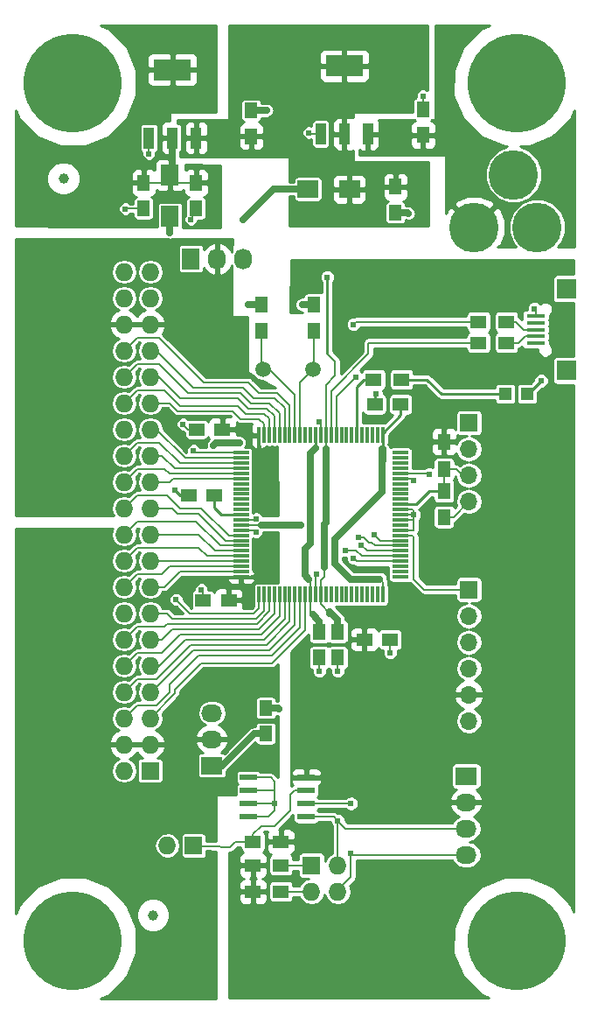
<source format=gbr>
G04 #@! TF.FileFunction,Copper,L1,Top,Signal*
%FSLAX46Y46*%
G04 Gerber Fmt 4.6, Leading zero omitted, Abs format (unit mm)*
G04 Created by KiCad (PCBNEW (after 2015-mar-04 BZR unknown)-product) date 6/26/2017 3:25:17 PM*
%MOMM*%
G01*
G04 APERTURE LIST*
%ADD10C,0.100000*%
%ADD11R,1.500000X0.300000*%
%ADD12R,0.300000X1.500000*%
%ADD13R,1.500000X1.250000*%
%ADD14R,1.250000X1.500000*%
%ADD15R,1.700000X2.000000*%
%ADD16R,2.000000X1.700000*%
%ADD17R,1.727200X1.727200*%
%ADD18O,1.727200X1.727200*%
%ADD19R,1.727200X2.032000*%
%ADD20O,1.727200X2.032000*%
%ADD21R,2.032000X1.727200*%
%ADD22O,2.032000X1.727200*%
%ADD23R,1.500000X1.300000*%
%ADD24R,1.300000X1.500000*%
%ADD25R,1.651000X0.599440*%
%ADD26C,4.800600*%
%ADD27R,1.800000X0.400000*%
%ADD28R,1.900000X1.900000*%
%ADD29C,1.501140*%
%ADD30R,1.198880X1.198880*%
%ADD31C,9.525000*%
%ADD32C,1.000000*%
%ADD33R,1.700000X1.700000*%
%ADD34O,1.700000X1.700000*%
%ADD35R,3.657600X2.032000*%
%ADD36R,1.016000X2.032000*%
%ADD37C,0.610000*%
%ADD38C,0.635000*%
%ADD39C,0.254000*%
%ADD40C,0.203200*%
G04 APERTURE END LIST*
D10*
D11*
X47705000Y-63785000D03*
X47705000Y-63285000D03*
X47705000Y-62785000D03*
X47705000Y-62285000D03*
X47705000Y-61785000D03*
X47705000Y-61285000D03*
X47705000Y-60785000D03*
X47705000Y-60285000D03*
X47705000Y-59785000D03*
X47705000Y-59285000D03*
X47705000Y-58785000D03*
X47705000Y-58285000D03*
X47705000Y-57785000D03*
X47705000Y-57285000D03*
X47705000Y-56785000D03*
X47705000Y-56285000D03*
X47705000Y-55785000D03*
X47705000Y-55285000D03*
X47705000Y-54785000D03*
X47705000Y-54285000D03*
X47705000Y-53785000D03*
X47705000Y-53285000D03*
X47705000Y-52785000D03*
X47705000Y-52285000D03*
X47705000Y-51785000D03*
D12*
X46005000Y-50085000D03*
X45505000Y-50085000D03*
X45005000Y-50085000D03*
X44505000Y-50085000D03*
X44005000Y-50085000D03*
X43505000Y-50085000D03*
X43005000Y-50085000D03*
X42505000Y-50085000D03*
X42005000Y-50085000D03*
X41505000Y-50085000D03*
X41005000Y-50085000D03*
X40505000Y-50085000D03*
X40005000Y-50085000D03*
X39505000Y-50085000D03*
X39005000Y-50085000D03*
X38505000Y-50085000D03*
X38005000Y-50085000D03*
X37505000Y-50085000D03*
X37005000Y-50085000D03*
X36505000Y-50085000D03*
X36005000Y-50085000D03*
X35505000Y-50085000D03*
X35005000Y-50085000D03*
X34505000Y-50085000D03*
X34005000Y-50085000D03*
D11*
X32305000Y-51785000D03*
X32305000Y-52285000D03*
X32305000Y-52785000D03*
X32305000Y-53285000D03*
X32305000Y-53785000D03*
X32305000Y-54285000D03*
X32305000Y-54785000D03*
X32305000Y-55285000D03*
X32305000Y-55785000D03*
X32305000Y-56285000D03*
X32305000Y-56785000D03*
X32305000Y-57285000D03*
X32305000Y-57785000D03*
X32305000Y-58285000D03*
X32305000Y-58785000D03*
X32305000Y-59285000D03*
X32305000Y-59785000D03*
X32305000Y-60285000D03*
X32305000Y-60785000D03*
X32305000Y-61285000D03*
X32305000Y-61785000D03*
X32305000Y-62285000D03*
X32305000Y-62785000D03*
X32305000Y-63285000D03*
X32305000Y-63785000D03*
D12*
X34005000Y-65485000D03*
X34505000Y-65485000D03*
X35005000Y-65485000D03*
X35505000Y-65485000D03*
X36005000Y-65485000D03*
X36505000Y-65485000D03*
X37005000Y-65485000D03*
X37505000Y-65485000D03*
X38005000Y-65485000D03*
X38505000Y-65485000D03*
X39005000Y-65485000D03*
X39505000Y-65485000D03*
X40005000Y-65485000D03*
X40505000Y-65485000D03*
X41005000Y-65485000D03*
X41505000Y-65485000D03*
X42005000Y-65485000D03*
X42505000Y-65485000D03*
X43005000Y-65485000D03*
X43505000Y-65485000D03*
X44005000Y-65485000D03*
X44505000Y-65485000D03*
X45005000Y-65485000D03*
X45505000Y-65485000D03*
X46005000Y-65485000D03*
D13*
X44216000Y-69850000D03*
X46716000Y-69850000D03*
D14*
X51943000Y-55519000D03*
X51943000Y-58019000D03*
D13*
X31095000Y-66040000D03*
X28595000Y-66040000D03*
X47732000Y-47117000D03*
X45232000Y-47117000D03*
D14*
X34671000Y-78974000D03*
X34671000Y-76474000D03*
D13*
X30460000Y-49530000D03*
X27960000Y-49530000D03*
D14*
X39878000Y-71608000D03*
X39878000Y-69108000D03*
X41656000Y-71608000D03*
X41656000Y-69108000D03*
D13*
X27198000Y-55880000D03*
X29698000Y-55880000D03*
D15*
X25400000Y-28924000D03*
X25400000Y-24924000D03*
D16*
X38767000Y-26289000D03*
X42767000Y-26289000D03*
D17*
X27686000Y-89789000D03*
D18*
X25146000Y-89789000D03*
D19*
X27432000Y-33020000D03*
D20*
X29972000Y-33020000D03*
X32512000Y-33020000D03*
D21*
X29464000Y-82042000D03*
D22*
X29464000Y-79502000D03*
X29464000Y-76962000D03*
D23*
X36148000Y-89408000D03*
X33448000Y-89408000D03*
X36148000Y-91694000D03*
X33448000Y-91694000D03*
X36148000Y-94234000D03*
X33448000Y-94234000D03*
D24*
X51943000Y-53420000D03*
X51943000Y-50720000D03*
D23*
X45132000Y-44704000D03*
X47832000Y-44704000D03*
D25*
X38608000Y-83185000D03*
X33020000Y-83185000D03*
X38608000Y-84455000D03*
X38608000Y-85725000D03*
X38608000Y-86995000D03*
X33020000Y-84455000D03*
X33020000Y-85725000D03*
X33020000Y-86995000D03*
D26*
X60960000Y-29972000D03*
X54864000Y-29972000D03*
X58674000Y-24892000D03*
D17*
X23495000Y-82550000D03*
D18*
X20955000Y-82550000D03*
X23495000Y-80010000D03*
X20955000Y-80010000D03*
X23495000Y-77470000D03*
X20955000Y-77470000D03*
X23495000Y-74930000D03*
X20955000Y-74930000D03*
X23495000Y-72390000D03*
X20955000Y-72390000D03*
X23495000Y-69850000D03*
X20955000Y-69850000D03*
X23495000Y-67310000D03*
X20955000Y-67310000D03*
X23495000Y-64770000D03*
X20955000Y-64770000D03*
X23495000Y-62230000D03*
X20955000Y-62230000D03*
X23495000Y-59690000D03*
X20955000Y-59690000D03*
X23495000Y-57150000D03*
X20955000Y-57150000D03*
X23495000Y-54610000D03*
X20955000Y-54610000D03*
X23495000Y-52070000D03*
X20955000Y-52070000D03*
X23495000Y-49530000D03*
X20955000Y-49530000D03*
X23495000Y-46990000D03*
X20955000Y-46990000D03*
X23495000Y-44450000D03*
X20955000Y-44450000D03*
X23495000Y-41910000D03*
X20955000Y-41910000D03*
X23495000Y-39370000D03*
X20955000Y-39370000D03*
X23495000Y-36830000D03*
X20955000Y-36830000D03*
X23495000Y-34290000D03*
X20955000Y-34290000D03*
D14*
X34290000Y-37485000D03*
X34290000Y-39985000D03*
X39370000Y-37485000D03*
X39370000Y-39985000D03*
D27*
X60814000Y-41178000D03*
X60814000Y-40528000D03*
X60814000Y-39878000D03*
X60814000Y-39228000D03*
X60814000Y-38578000D03*
D28*
X63839000Y-43828000D03*
X63839000Y-35928000D03*
D23*
X57992000Y-41148000D03*
X55292000Y-41148000D03*
X57992000Y-39116000D03*
X55292000Y-39116000D03*
D29*
X34389060Y-43688000D03*
X39270940Y-43688000D03*
D14*
X49911000Y-21062000D03*
X49911000Y-18562000D03*
X33274000Y-21189000D03*
X33274000Y-18689000D03*
X47244000Y-26055000D03*
X47244000Y-28555000D03*
X27940000Y-25674000D03*
X27940000Y-28174000D03*
X22860000Y-25674000D03*
X22860000Y-28174000D03*
D21*
X54102000Y-83058000D03*
D22*
X54102000Y-85598000D03*
X54102000Y-88138000D03*
X54102000Y-90678000D03*
D17*
X39116000Y-91694000D03*
D18*
X41656000Y-91694000D03*
X39116000Y-94234000D03*
X41656000Y-94234000D03*
D30*
X57878980Y-46101000D03*
X59977020Y-46101000D03*
D31*
X16000000Y-16000000D03*
X59000000Y-16000000D03*
X16000000Y-99000000D03*
X59000000Y-99000000D03*
D32*
X15087600Y-25247600D03*
X23749000Y-96520000D03*
D33*
X54356000Y-48895000D03*
D34*
X54356000Y-51435000D03*
X54356000Y-53975000D03*
X54356000Y-56515000D03*
D33*
X54356000Y-65024000D03*
D34*
X54356000Y-67564000D03*
X54356000Y-70104000D03*
X54356000Y-72644000D03*
X54356000Y-75184000D03*
X54356000Y-77724000D03*
D35*
X42291000Y-14351000D03*
D36*
X42291000Y-20955000D03*
X44577000Y-20955000D03*
X40005000Y-20955000D03*
D35*
X25654000Y-14732000D03*
D36*
X25654000Y-21336000D03*
X27940000Y-21336000D03*
X23368000Y-21336000D03*
D37*
X38227000Y-37465000D03*
X33020000Y-37465000D03*
X61341000Y-44831000D03*
X45339000Y-46101000D03*
X49022000Y-57785000D03*
X48509000Y-28639000D03*
X34798000Y-18669000D03*
X35941000Y-76581000D03*
X38862000Y-20828000D03*
X60706000Y-37846000D03*
X49911000Y-17272000D03*
X23368000Y-22860000D03*
X25908000Y-55372000D03*
X28448000Y-65024000D03*
X21082000Y-28194000D03*
X26670000Y-49022000D03*
X27432000Y-29210000D03*
X39878000Y-72898000D03*
X41656000Y-72898000D03*
X35560000Y-85725000D03*
X46736000Y-71120000D03*
X33782000Y-59436000D03*
X33782000Y-58166000D03*
X39878000Y-48768000D03*
X39624000Y-63500000D03*
X38100000Y-58801000D03*
X40640000Y-34798000D03*
X40640000Y-29464000D03*
X40386000Y-58674000D03*
X48641000Y-65024000D03*
X27940000Y-24130000D03*
X50546000Y-53848000D03*
X49022000Y-54483000D03*
X42926000Y-90551000D03*
X43180000Y-61976000D03*
X42926000Y-85725000D03*
X42418000Y-61214000D03*
X41656000Y-87376000D03*
X27686000Y-51562000D03*
X26000000Y-66000000D03*
X43180000Y-39370000D03*
X43434000Y-44450000D03*
X43942000Y-60706000D03*
X43688000Y-59944000D03*
X45212000Y-59690000D03*
X45974000Y-51435000D03*
X32131000Y-50800000D03*
X29591000Y-51054000D03*
X25400000Y-30480000D03*
X32500000Y-29250000D03*
D38*
X39370000Y-37485000D02*
X38247000Y-37485000D01*
X38247000Y-37485000D02*
X38227000Y-37465000D01*
X34290000Y-37485000D02*
X33040000Y-37485000D01*
X33040000Y-37485000D02*
X33020000Y-37465000D01*
D39*
X59977020Y-46101000D02*
X60071000Y-46101000D01*
X60071000Y-46101000D02*
X61341000Y-44831000D01*
X45232000Y-47117000D02*
X45232000Y-46208000D01*
X45232000Y-46208000D02*
X45339000Y-46101000D01*
D40*
X47705000Y-57285000D02*
X48903000Y-57285000D01*
X48903000Y-57285000D02*
X49022000Y-57404000D01*
X49022000Y-57404000D02*
X49022000Y-57785000D01*
X47705000Y-59285000D02*
X48998000Y-59285000D01*
X49022000Y-59261000D02*
X49022000Y-58166000D01*
X48998000Y-59285000D02*
X49022000Y-59261000D01*
X47705000Y-58285000D02*
X48903000Y-58285000D01*
X48903000Y-58285000D02*
X49022000Y-58166000D01*
X49022000Y-58166000D02*
X49022000Y-57785000D01*
X49022000Y-57404000D02*
X49022000Y-57785000D01*
X49022000Y-57785000D02*
X47705000Y-57785000D01*
D38*
X47371000Y-28555000D02*
X48425000Y-28555000D01*
X48425000Y-28555000D02*
X48509000Y-28639000D01*
X33274000Y-18689000D02*
X34778000Y-18689000D01*
X34778000Y-18689000D02*
X34798000Y-18669000D01*
X34671000Y-76474000D02*
X35834000Y-76474000D01*
X35834000Y-76474000D02*
X35941000Y-76581000D01*
D40*
X51943000Y-58019000D02*
X52852000Y-58019000D01*
X52852000Y-58019000D02*
X54356000Y-56515000D01*
X40005000Y-20955000D02*
X38989000Y-20955000D01*
X38989000Y-20955000D02*
X38862000Y-20828000D01*
X60814000Y-38578000D02*
X60814000Y-37954000D01*
X60814000Y-37954000D02*
X60706000Y-37846000D01*
X49911000Y-18562000D02*
X49911000Y-17272000D01*
X23368000Y-21336000D02*
X23368000Y-22860000D01*
D39*
X27198000Y-55880000D02*
X26416000Y-55880000D01*
X26416000Y-55880000D02*
X25908000Y-55372000D01*
D40*
X26416000Y-55880000D02*
X25908000Y-55372000D01*
X28595000Y-65171000D02*
X28448000Y-65024000D01*
X28595000Y-66040000D02*
X28595000Y-65171000D01*
X21102000Y-28174000D02*
X21082000Y-28194000D01*
X22860000Y-28174000D02*
X21102000Y-28174000D01*
X27178000Y-49530000D02*
X26670000Y-49022000D01*
X27960000Y-49530000D02*
X27178000Y-49530000D01*
X27940000Y-28174000D02*
X27432000Y-29210000D01*
X39878000Y-71608000D02*
X39878000Y-72898000D01*
X41656000Y-71608000D02*
X41656000Y-72898000D01*
X34925000Y-86995000D02*
X35560000Y-86360000D01*
X35560000Y-84455000D02*
X35560000Y-83566000D01*
X35560000Y-85852000D02*
X35560000Y-84455000D01*
X35560000Y-86360000D02*
X35560000Y-85852000D01*
X35560000Y-83566000D02*
X35179000Y-83185000D01*
X35179000Y-83185000D02*
X33020000Y-83185000D01*
X33020000Y-86995000D02*
X34925000Y-86995000D01*
X33020000Y-84455000D02*
X35560000Y-84455000D01*
X35560000Y-85725000D02*
X35560000Y-85852000D01*
X33020000Y-85725000D02*
X35560000Y-85725000D01*
X46716000Y-71100000D02*
X46736000Y-71120000D01*
X46716000Y-69850000D02*
X46716000Y-71100000D01*
X33631000Y-59285000D02*
X33782000Y-59436000D01*
X32305000Y-59285000D02*
X33631000Y-59285000D01*
X33663000Y-58285000D02*
X33782000Y-58166000D01*
X32305000Y-58285000D02*
X33663000Y-58285000D01*
X40005000Y-48895000D02*
X39878000Y-48768000D01*
X40005000Y-50085000D02*
X40005000Y-48895000D01*
X39505000Y-63619000D02*
X39624000Y-63500000D01*
X39505000Y-65485000D02*
X39505000Y-63619000D01*
X40505000Y-50085000D02*
X40505000Y-45220000D01*
X41402000Y-42926000D02*
X40640000Y-42164000D01*
X41402000Y-44323000D02*
X41402000Y-42926000D01*
X40505000Y-45220000D02*
X41402000Y-44323000D01*
D38*
X41656000Y-69108000D02*
X41656000Y-67945000D01*
X40894000Y-67183000D02*
X40894000Y-67310000D01*
X41656000Y-67945000D02*
X40894000Y-67183000D01*
X40386000Y-58674000D02*
X40386000Y-62865000D01*
X40505000Y-51443000D02*
X40505000Y-58555000D01*
X40505000Y-58555000D02*
X40386000Y-58674000D01*
X34290000Y-58785000D02*
X38084000Y-58785000D01*
D40*
X32305000Y-58785000D02*
X34290000Y-58785000D01*
D38*
X38084000Y-58785000D02*
X38100000Y-58801000D01*
D39*
X40386000Y-51562000D02*
X40386000Y-58674000D01*
D40*
X40386000Y-51562000D02*
X40505000Y-51443000D01*
X40505000Y-51443000D02*
X40505000Y-50085000D01*
D39*
X40640000Y-34798000D02*
X40640000Y-42164000D01*
D40*
X40005000Y-66421000D02*
X40894000Y-67310000D01*
X40005000Y-65485000D02*
X40005000Y-66421000D01*
X40005000Y-64135000D02*
X40386000Y-63754000D01*
X40386000Y-63754000D02*
X40386000Y-62865000D01*
X40386000Y-62865000D02*
X40386000Y-58674000D01*
X40005000Y-65485000D02*
X40005000Y-64135000D01*
X27940000Y-25674000D02*
X27940000Y-24130000D01*
X22860000Y-25674000D02*
X24650000Y-25674000D01*
X24650000Y-25674000D02*
X25400000Y-24924000D01*
X27940000Y-25674000D02*
X26150000Y-25674000D01*
X26150000Y-25674000D02*
X25400000Y-24924000D01*
X51943000Y-50720000D02*
X51609000Y-50720000D01*
D38*
X25654000Y-24670000D02*
X25400000Y-24924000D01*
X25654000Y-21336000D02*
X25654000Y-24670000D01*
D39*
X47705000Y-56785000D02*
X49260000Y-56785000D01*
X50526000Y-55519000D02*
X51943000Y-55519000D01*
X49260000Y-56785000D02*
X50526000Y-55519000D01*
D40*
X51943000Y-55519000D02*
X51943000Y-53420000D01*
X54356000Y-53975000D02*
X53721000Y-53975000D01*
X53721000Y-53975000D02*
X53166000Y-53420000D01*
X53166000Y-53420000D02*
X51943000Y-53420000D01*
X31095000Y-66040000D02*
X31095000Y-65095000D01*
X32305000Y-64695000D02*
X32305000Y-63785000D01*
X32000000Y-65000000D02*
X32305000Y-64695000D01*
X31190000Y-65000000D02*
X32000000Y-65000000D01*
X31095000Y-65095000D02*
X31190000Y-65000000D01*
X33067000Y-50085000D02*
X32512000Y-49530000D01*
X32512000Y-49530000D02*
X30460000Y-49530000D01*
X34005000Y-50085000D02*
X33067000Y-50085000D01*
D38*
X38481000Y-63627000D02*
X38481000Y-61087000D01*
X38989000Y-51824000D02*
X39505000Y-51308000D01*
X38989000Y-60579000D02*
X38989000Y-51824000D01*
X38481000Y-61087000D02*
X38989000Y-60579000D01*
X39878000Y-69108000D02*
X39878000Y-68072000D01*
X39878000Y-68072000D02*
X39243000Y-67437000D01*
X38481000Y-63627000D02*
X38862000Y-64008000D01*
D39*
X39505000Y-51308000D02*
X39505000Y-50085000D01*
D40*
X39005000Y-67453000D02*
X39878000Y-68326000D01*
X39878000Y-68326000D02*
X39878000Y-69108000D01*
X39005000Y-65485000D02*
X39005000Y-67453000D01*
X38862000Y-64008000D02*
X39005000Y-64151000D01*
X39005000Y-64151000D02*
X39005000Y-65485000D01*
D39*
X32305000Y-57785000D02*
X30353000Y-57785000D01*
X30353000Y-57785000D02*
X29698000Y-57130000D01*
X29698000Y-57130000D02*
X29698000Y-55880000D01*
X29698000Y-57130000D02*
X29698000Y-55880000D01*
D40*
X29698000Y-57130000D02*
X29698000Y-55880000D01*
X47705000Y-53785000D02*
X50483000Y-53785000D01*
X50483000Y-53785000D02*
X50546000Y-53848000D01*
X47705000Y-54285000D02*
X48824000Y-54285000D01*
X48824000Y-54285000D02*
X49022000Y-54483000D01*
X31242000Y-89916000D02*
X31750000Y-89408000D01*
X31750000Y-89408000D02*
X33448000Y-89408000D01*
X27686000Y-89789000D02*
X31242000Y-89916000D01*
X33448000Y-88726000D02*
X34290000Y-87884000D01*
X34290000Y-87884000D02*
X35560000Y-87884000D01*
X35560000Y-87884000D02*
X37084000Y-86360000D01*
X37084000Y-86360000D02*
X37084000Y-84836000D01*
X37084000Y-84836000D02*
X37465000Y-84455000D01*
X37465000Y-84455000D02*
X38608000Y-84455000D01*
X33448000Y-89408000D02*
X33448000Y-88726000D01*
X23749000Y-74676000D02*
X23495000Y-74930000D01*
X37505000Y-68413000D02*
X35052000Y-70866000D01*
X37505000Y-65485000D02*
X37505000Y-68413000D01*
X27686000Y-70866000D02*
X35052000Y-70866000D01*
X23622000Y-74930000D02*
X27686000Y-70866000D01*
X23495000Y-74930000D02*
X23622000Y-74930000D01*
X42926000Y-92837000D02*
X42926000Y-90551000D01*
X54102000Y-90678000D02*
X43053000Y-90678000D01*
X43053000Y-90678000D02*
X42926000Y-90551000D01*
X41656000Y-94234000D02*
X41656000Y-94107000D01*
X41656000Y-94107000D02*
X42926000Y-92837000D01*
X42926000Y-92837000D02*
X41656000Y-94107000D01*
X41910000Y-94234000D02*
X41656000Y-94234000D01*
X43180000Y-61976000D02*
X43489000Y-62285000D01*
X43489000Y-62285000D02*
X47705000Y-62285000D01*
X38608000Y-85725000D02*
X42926000Y-85725000D01*
X54102000Y-88138000D02*
X42418000Y-88138000D01*
X42418000Y-88138000D02*
X41656000Y-87376000D01*
X41656000Y-91694000D02*
X41656000Y-88646000D01*
X41656000Y-88646000D02*
X41656000Y-87376000D01*
X42418000Y-61214000D02*
X43434000Y-61214000D01*
X44005000Y-61785000D02*
X43434000Y-61214000D01*
X47705000Y-61785000D02*
X44005000Y-61785000D01*
X41275000Y-86995000D02*
X41656000Y-87376000D01*
X38608000Y-86995000D02*
X41275000Y-86995000D01*
D39*
X43505000Y-50085000D02*
X43505000Y-45395000D01*
X44196000Y-44704000D02*
X45132000Y-44704000D01*
X43505000Y-45395000D02*
X44196000Y-44704000D01*
D40*
X37005000Y-47165000D02*
X35814000Y-45974000D01*
X35814000Y-45974000D02*
X34036000Y-45974000D01*
X34036000Y-45974000D02*
X33020000Y-44958000D01*
X33020000Y-44958000D02*
X28702000Y-44958000D01*
X28702000Y-44958000D02*
X24384000Y-40640000D01*
X24384000Y-40640000D02*
X22225000Y-40640000D01*
X22225000Y-40640000D02*
X20955000Y-41910000D01*
X37005000Y-50085000D02*
X37005000Y-47165000D01*
X24130000Y-41910000D02*
X23495000Y-41910000D01*
X36505000Y-47427000D02*
X35560000Y-46482000D01*
X35560000Y-46482000D02*
X33528000Y-46482000D01*
X33528000Y-46482000D02*
X32512000Y-45466000D01*
X32512000Y-45466000D02*
X27686000Y-45466000D01*
X27686000Y-45466000D02*
X24130000Y-41910000D01*
X36505000Y-50085000D02*
X36505000Y-47427000D01*
X36005000Y-47943000D02*
X35052000Y-46990000D01*
X35052000Y-46990000D02*
X33274000Y-46990000D01*
X33274000Y-46990000D02*
X32258000Y-45974000D01*
X32258000Y-45974000D02*
X27178000Y-45974000D01*
X27178000Y-45974000D02*
X24384000Y-43180000D01*
X24384000Y-43180000D02*
X22225000Y-43180000D01*
X22225000Y-43180000D02*
X20955000Y-44450000D01*
X36005000Y-50085000D02*
X36005000Y-47943000D01*
X35505000Y-48205000D02*
X34798000Y-47498000D01*
X34798000Y-47498000D02*
X33020000Y-47498000D01*
X33020000Y-47498000D02*
X32004000Y-46482000D01*
X32004000Y-46482000D02*
X26416000Y-46482000D01*
X26416000Y-46482000D02*
X24384000Y-44450000D01*
X24384000Y-44450000D02*
X23495000Y-44450000D01*
X35505000Y-50085000D02*
X35505000Y-48205000D01*
X35005000Y-48467000D02*
X34544000Y-48006000D01*
X34544000Y-48006000D02*
X32766000Y-48006000D01*
X32766000Y-48006000D02*
X32004000Y-47244000D01*
X32004000Y-47244000D02*
X26416000Y-47244000D01*
X26416000Y-47244000D02*
X24892000Y-45720000D01*
X24892000Y-45720000D02*
X22225000Y-45720000D01*
X22225000Y-45720000D02*
X20955000Y-46990000D01*
X35005000Y-50085000D02*
X35005000Y-48467000D01*
X31496000Y-47752000D02*
X26162000Y-47752000D01*
X26162000Y-47752000D02*
X25400000Y-46990000D01*
X25400000Y-46990000D02*
X23495000Y-46990000D01*
X34036000Y-48514000D02*
X32258000Y-48514000D01*
X32258000Y-48514000D02*
X31496000Y-47752000D01*
X34505000Y-48983000D02*
X34036000Y-48514000D01*
X34505000Y-50085000D02*
X34505000Y-48983000D01*
X32305000Y-51785000D02*
X27909000Y-51785000D01*
X27909000Y-51785000D02*
X27686000Y-51562000D01*
X24130000Y-49530000D02*
X23495000Y-49530000D01*
X26885000Y-52285000D02*
X24130000Y-49530000D01*
X32305000Y-52285000D02*
X26885000Y-52285000D01*
X26369000Y-52785000D02*
X24384000Y-50800000D01*
X24384000Y-50800000D02*
X22225000Y-50800000D01*
X22225000Y-50800000D02*
X20955000Y-52070000D01*
X32305000Y-52785000D02*
X26369000Y-52785000D01*
X25853000Y-53285000D02*
X24638000Y-52070000D01*
X24638000Y-52070000D02*
X23495000Y-52070000D01*
X32305000Y-53285000D02*
X25853000Y-53285000D01*
X25337000Y-53785000D02*
X24892000Y-53340000D01*
X24892000Y-53340000D02*
X22225000Y-53340000D01*
X22225000Y-53340000D02*
X20955000Y-54610000D01*
X32305000Y-53785000D02*
X25337000Y-53785000D01*
X25725000Y-54285000D02*
X25400000Y-54610000D01*
X25400000Y-54610000D02*
X23495000Y-54610000D01*
X32305000Y-54285000D02*
X25725000Y-54285000D01*
X31083000Y-59785000D02*
X28448000Y-57150000D01*
X28448000Y-57150000D02*
X26416000Y-57150000D01*
X26416000Y-57150000D02*
X25146000Y-55880000D01*
X25146000Y-55880000D02*
X22225000Y-55880000D01*
X22225000Y-55880000D02*
X20955000Y-57150000D01*
X32305000Y-59785000D02*
X31083000Y-59785000D01*
X30821000Y-60285000D02*
X28194000Y-57658000D01*
X28194000Y-57658000D02*
X26162000Y-57658000D01*
X26162000Y-57658000D02*
X25654000Y-57150000D01*
X25654000Y-57150000D02*
X23495000Y-57150000D01*
X32305000Y-60285000D02*
X30821000Y-60285000D01*
X30305000Y-60785000D02*
X27940000Y-58420000D01*
X27940000Y-58420000D02*
X22225000Y-58420000D01*
X22225000Y-58420000D02*
X20955000Y-59690000D01*
X32305000Y-60785000D02*
X30305000Y-60785000D01*
X29789000Y-61285000D02*
X28194000Y-59690000D01*
X28194000Y-59690000D02*
X23495000Y-59690000D01*
X32305000Y-61285000D02*
X29789000Y-61285000D01*
X29019000Y-61785000D02*
X28194000Y-60960000D01*
X28194000Y-60960000D02*
X22225000Y-60960000D01*
X22225000Y-60960000D02*
X20955000Y-62230000D01*
X32305000Y-61785000D02*
X29019000Y-61785000D01*
X28503000Y-62285000D02*
X28448000Y-62230000D01*
X28448000Y-62230000D02*
X23495000Y-62230000D01*
X32305000Y-62285000D02*
X28503000Y-62285000D01*
X25353000Y-62785000D02*
X24638000Y-63500000D01*
X24638000Y-63500000D02*
X22225000Y-63500000D01*
X22225000Y-63500000D02*
X20955000Y-64770000D01*
X32305000Y-62785000D02*
X25353000Y-62785000D01*
X26377000Y-63285000D02*
X24892000Y-64770000D01*
X24892000Y-64770000D02*
X23495000Y-64770000D01*
X32305000Y-63285000D02*
X26377000Y-63285000D01*
X33528000Y-67310000D02*
X27310000Y-67310000D01*
X27310000Y-67310000D02*
X26000000Y-66000000D01*
X34005000Y-66833000D02*
X33528000Y-67310000D01*
X34005000Y-65485000D02*
X34005000Y-66833000D01*
X34505000Y-67095000D02*
X33782000Y-67818000D01*
X33782000Y-67818000D02*
X25654000Y-67818000D01*
X25654000Y-67818000D02*
X25146000Y-67310000D01*
X25146000Y-67310000D02*
X23495000Y-67310000D01*
X34505000Y-65485000D02*
X34505000Y-67095000D01*
X35005000Y-67133818D02*
X33812818Y-68326000D01*
X33812818Y-68326000D02*
X25146000Y-68326000D01*
X25146000Y-68326000D02*
X24892000Y-68580000D01*
X24892000Y-68580000D02*
X22225000Y-68580000D01*
X22225000Y-68580000D02*
X20955000Y-69850000D01*
X35005000Y-65485000D02*
X35005000Y-67133818D01*
X24003000Y-69342000D02*
X23495000Y-69850000D01*
X35505000Y-67365000D02*
X34036000Y-68834000D01*
X35505000Y-65485000D02*
X35505000Y-67365000D01*
X24638000Y-69850000D02*
X25654000Y-68834000D01*
X25654000Y-68834000D02*
X34036000Y-68834000D01*
X23495000Y-69850000D02*
X24638000Y-69850000D01*
X22225000Y-71120000D02*
X20955000Y-72390000D01*
X36005000Y-67627000D02*
X34290000Y-69342000D01*
X36005000Y-65485000D02*
X36005000Y-67627000D01*
X24638000Y-71120000D02*
X26416000Y-69342000D01*
X26416000Y-69342000D02*
X34290000Y-69342000D01*
X22225000Y-71120000D02*
X24638000Y-71120000D01*
X36505000Y-67889000D02*
X34544000Y-69850000D01*
X36505000Y-65485000D02*
X36505000Y-67889000D01*
X24384000Y-72390000D02*
X26924000Y-69850000D01*
X26924000Y-69850000D02*
X34544000Y-69850000D01*
X23495000Y-72390000D02*
X24384000Y-72390000D01*
X24130000Y-73660000D02*
X22225000Y-73660000D01*
X22225000Y-73660000D02*
X20955000Y-74930000D01*
X37005000Y-68151000D02*
X34798000Y-70358000D01*
X37005000Y-65485000D02*
X37005000Y-68151000D01*
X24130000Y-73660000D02*
X27432000Y-70358000D01*
X27432000Y-70358000D02*
X34798000Y-70358000D01*
X38505000Y-68937000D02*
X35306000Y-72136000D01*
X35306000Y-72136000D02*
X28448000Y-72136000D01*
X28448000Y-72136000D02*
X25908000Y-74676000D01*
X25908000Y-74676000D02*
X25908000Y-75057000D01*
X25908000Y-75057000D02*
X23495000Y-77470000D01*
X38505000Y-65485000D02*
X38505000Y-68937000D01*
X38005000Y-68675000D02*
X35306000Y-71374000D01*
X35306000Y-71374000D02*
X28194000Y-71374000D01*
X28194000Y-71374000D02*
X25400000Y-74168000D01*
X25400000Y-74168000D02*
X25400000Y-74930000D01*
X25400000Y-74930000D02*
X24130000Y-76200000D01*
X24130000Y-76200000D02*
X22225000Y-76200000D01*
X22225000Y-76200000D02*
X20955000Y-77470000D01*
X38005000Y-65485000D02*
X38005000Y-68675000D01*
X35052000Y-43688000D02*
X34389060Y-43688000D01*
X37505000Y-46141000D02*
X35052000Y-43688000D01*
X37505000Y-50085000D02*
X37505000Y-46141000D01*
X34290000Y-43588940D02*
X34389060Y-43688000D01*
X34290000Y-39985000D02*
X34290000Y-43588940D01*
X38005000Y-44953940D02*
X39270940Y-43688000D01*
X38005000Y-50085000D02*
X38005000Y-44953940D01*
X39370000Y-43588940D02*
X39270940Y-43688000D01*
X39370000Y-39985000D02*
X39370000Y-43588940D01*
X60814000Y-40528000D02*
X59802000Y-40528000D01*
X59182000Y-41148000D02*
X57992000Y-41148000D01*
X59802000Y-40528000D02*
X59182000Y-41148000D01*
X60814000Y-39878000D02*
X59690000Y-39878000D01*
X58928000Y-39116000D02*
X57992000Y-39116000D01*
X59690000Y-39878000D02*
X58928000Y-39116000D01*
X60814000Y-39878000D02*
X59944000Y-39878000D01*
X55292000Y-41148000D02*
X44624000Y-41148000D01*
X41005000Y-45863000D02*
X44624000Y-42244000D01*
X44624000Y-42244000D02*
X44624000Y-41148000D01*
X41005000Y-50085000D02*
X41005000Y-45863000D01*
X55292000Y-39116000D02*
X43434000Y-39116000D01*
X43434000Y-39116000D02*
X43180000Y-39370000D01*
X41505000Y-46379000D02*
X43434000Y-44450000D01*
X41505000Y-50085000D02*
X41505000Y-46379000D01*
X44521000Y-61285000D02*
X43942000Y-60706000D01*
X47705000Y-61285000D02*
X44521000Y-61285000D01*
X43688000Y-59944000D02*
X44196000Y-59944000D01*
X44196000Y-59944000D02*
X44704000Y-60452000D01*
X44704000Y-60452000D02*
X44958000Y-60452000D01*
X44958000Y-60452000D02*
X45291000Y-60785000D01*
X45291000Y-60785000D02*
X47705000Y-60785000D01*
X45212000Y-59690000D02*
X45807000Y-60285000D01*
X45807000Y-60285000D02*
X47705000Y-60285000D01*
X54356000Y-65024000D02*
X50038000Y-65024000D01*
X48863000Y-59785000D02*
X47705000Y-59785000D01*
X49022000Y-59944000D02*
X48863000Y-59785000D01*
X49022000Y-64008000D02*
X49022000Y-59944000D01*
X50038000Y-65024000D02*
X49022000Y-64008000D01*
D39*
X46005000Y-50085000D02*
X46005000Y-49880000D01*
X46005000Y-49880000D02*
X47732000Y-48153000D01*
X47732000Y-48153000D02*
X47732000Y-47117000D01*
D38*
X45974000Y-51435000D02*
X45974000Y-55600604D01*
X45974000Y-55600604D02*
X41402000Y-60172604D01*
X45974000Y-51435000D02*
X46005000Y-51435000D01*
X29845000Y-50800000D02*
X32131000Y-50800000D01*
X29591000Y-51054000D02*
X29845000Y-50800000D01*
X46005000Y-51435000D02*
X46005000Y-52547000D01*
X41402000Y-60172604D02*
X41402000Y-62484000D01*
X41402000Y-62484000D02*
X42926000Y-64008000D01*
X42926000Y-64008000D02*
X45720000Y-64008000D01*
X29464000Y-82042000D02*
X30480000Y-82042000D01*
X30480000Y-82042000D02*
X33548000Y-78974000D01*
X33548000Y-78974000D02*
X34671000Y-78974000D01*
X25400000Y-28924000D02*
X25400000Y-30480000D01*
D39*
X45720000Y-64008000D02*
X42926000Y-64008000D01*
X42926000Y-64008000D02*
X41402000Y-62484000D01*
X46005000Y-51435000D02*
X46005000Y-50085000D01*
D38*
X25400000Y-28956000D02*
X25400000Y-28924000D01*
D40*
X46005000Y-50085000D02*
X46005000Y-49753000D01*
X41402000Y-62484000D02*
X42926000Y-64008000D01*
X45720000Y-64008000D02*
X46005000Y-64293000D01*
X46005000Y-64293000D02*
X46005000Y-65485000D01*
X46005000Y-50085000D02*
X46005000Y-52547000D01*
X54864000Y-29972000D02*
X54864000Y-29514000D01*
X49891000Y-21082000D02*
X49911000Y-21062000D01*
D38*
X38767000Y-26289000D02*
X35461000Y-26289000D01*
X35461000Y-26289000D02*
X32500000Y-29250000D01*
D40*
X32512000Y-33020000D02*
X32512000Y-32258000D01*
X36148000Y-91694000D02*
X39116000Y-91694000D01*
X36148000Y-94234000D02*
X39116000Y-94234000D01*
D39*
X57878980Y-46101000D02*
X51689000Y-46101000D01*
X50292000Y-44704000D02*
X47832000Y-44704000D01*
X51689000Y-46101000D02*
X50292000Y-44704000D01*
G36*
X64518200Y-96225527D02*
X64224815Y-95515482D01*
X62493632Y-93781275D01*
X62445922Y-93761464D01*
X62445922Y-41738026D01*
X62338545Y-41478153D01*
X62154259Y-41293545D01*
X62154259Y-40978000D01*
X62129605Y-40850933D01*
X62154259Y-40728000D01*
X62154259Y-40328000D01*
X62129605Y-40200933D01*
X62154259Y-40078000D01*
X62154259Y-39678000D01*
X62129605Y-39550933D01*
X62154259Y-39428000D01*
X62154259Y-39028000D01*
X62129605Y-38900933D01*
X62154259Y-38778000D01*
X62154259Y-38462159D01*
X62337846Y-38278893D01*
X62445677Y-38019208D01*
X62445922Y-37738026D01*
X62338545Y-37478153D01*
X62139893Y-37279154D01*
X61880208Y-37171323D01*
X61599026Y-37171078D01*
X61339153Y-37278455D01*
X61259703Y-37357766D01*
X61123909Y-37221735D01*
X60853202Y-37109328D01*
X60560084Y-37109072D01*
X60289181Y-37221007D01*
X60081735Y-37428091D01*
X59969328Y-37698798D01*
X59969119Y-37937741D01*
X59914000Y-37937741D01*
X59749356Y-37969685D01*
X59604649Y-38064742D01*
X59507784Y-38208245D01*
X59473741Y-38378000D01*
X59473741Y-38778000D01*
X59498394Y-38905066D01*
X59493886Y-38927544D01*
X59305171Y-38738829D01*
X59182259Y-38656702D01*
X59182259Y-38466000D01*
X59150315Y-38301356D01*
X59055258Y-38156649D01*
X58911755Y-38059784D01*
X58742000Y-38025741D01*
X57242000Y-38025741D01*
X57077356Y-38057685D01*
X56932649Y-38152742D01*
X56835784Y-38296245D01*
X56801741Y-38466000D01*
X56801741Y-39766000D01*
X56833685Y-39930644D01*
X56928742Y-40075351D01*
X57012800Y-40132090D01*
X56932649Y-40184742D01*
X56835784Y-40328245D01*
X56801741Y-40498000D01*
X56801741Y-41798000D01*
X56833685Y-41962644D01*
X56928742Y-42107351D01*
X57072245Y-42204216D01*
X57242000Y-42238259D01*
X58742000Y-42238259D01*
X58906644Y-42206315D01*
X59051351Y-42111258D01*
X59148216Y-41967755D01*
X59182259Y-41798000D01*
X59182259Y-41681348D01*
X59386123Y-41640797D01*
X59514023Y-41555337D01*
X59600742Y-41687351D01*
X59744245Y-41784216D01*
X59914000Y-41818259D01*
X61032252Y-41818259D01*
X61032078Y-42017974D01*
X61139455Y-42277847D01*
X61338107Y-42476846D01*
X61597792Y-42584677D01*
X61878974Y-42584922D01*
X62138847Y-42477545D01*
X62337846Y-42278893D01*
X62445677Y-42019208D01*
X62445922Y-41738026D01*
X62445922Y-93761464D01*
X62077928Y-93608659D01*
X62077928Y-44685084D01*
X61965993Y-44414181D01*
X61758909Y-44206735D01*
X61488202Y-44094328D01*
X61195084Y-44094072D01*
X60924181Y-44206007D01*
X60716735Y-44413091D01*
X60604328Y-44683798D01*
X60604246Y-44777491D01*
X60320437Y-45061301D01*
X59377580Y-45061301D01*
X59212936Y-45093245D01*
X59068229Y-45188302D01*
X58971364Y-45331805D01*
X58937321Y-45501560D01*
X58937321Y-46700440D01*
X58969265Y-46865084D01*
X59064322Y-47009791D01*
X59207825Y-47106656D01*
X59377580Y-47140699D01*
X60576460Y-47140699D01*
X60741104Y-47108755D01*
X60885811Y-47013698D01*
X60982676Y-46870195D01*
X61016719Y-46700440D01*
X61016719Y-45945543D01*
X61394414Y-45567847D01*
X61486916Y-45567928D01*
X61757819Y-45455993D01*
X61965265Y-45248909D01*
X62077672Y-44978202D01*
X62077928Y-44685084D01*
X62077928Y-93608659D01*
X60230575Y-92841571D01*
X58918679Y-92840426D01*
X58918679Y-46700440D01*
X58918679Y-45501560D01*
X58886735Y-45336916D01*
X58791678Y-45192209D01*
X58648175Y-45095344D01*
X58478420Y-45061301D01*
X57279540Y-45061301D01*
X57114896Y-45093245D01*
X56970189Y-45188302D01*
X56873324Y-45331805D01*
X56839281Y-45501560D01*
X56839281Y-45542200D01*
X51920462Y-45542200D01*
X50687131Y-44308869D01*
X50505844Y-44187736D01*
X50292000Y-44145200D01*
X49022259Y-44145200D01*
X49022259Y-44054000D01*
X48990315Y-43889356D01*
X48895258Y-43744649D01*
X48751755Y-43647784D01*
X48582000Y-43613741D01*
X47082000Y-43613741D01*
X46917356Y-43645685D01*
X46772649Y-43740742D01*
X46675784Y-43884245D01*
X46641741Y-44054000D01*
X46641741Y-45354000D01*
X46673685Y-45518644D01*
X46768742Y-45663351D01*
X46912245Y-45760216D01*
X47082000Y-45794259D01*
X48582000Y-45794259D01*
X48746644Y-45762315D01*
X48891351Y-45667258D01*
X48988216Y-45523755D01*
X49022259Y-45354000D01*
X49022259Y-45262800D01*
X50060537Y-45262800D01*
X51293868Y-46496131D01*
X51293869Y-46496131D01*
X51384512Y-46556697D01*
X51475156Y-46617264D01*
X51475157Y-46617264D01*
X51689000Y-46659800D01*
X56839281Y-46659800D01*
X56839281Y-46700440D01*
X56871225Y-46865084D01*
X56966282Y-47009791D01*
X57109785Y-47106656D01*
X57279540Y-47140699D01*
X58478420Y-47140699D01*
X58643064Y-47108755D01*
X58787771Y-47013698D01*
X58884636Y-46870195D01*
X58918679Y-46700440D01*
X58918679Y-92840426D01*
X57780175Y-92839433D01*
X55797476Y-93658667D01*
X55797476Y-75540890D01*
X55676155Y-75311000D01*
X54483000Y-75311000D01*
X54483000Y-75331000D01*
X54229000Y-75331000D01*
X54229000Y-75311000D01*
X53035845Y-75311000D01*
X52914524Y-75540890D01*
X53084355Y-75950924D01*
X53474642Y-76379183D01*
X53830551Y-76546327D01*
X53424519Y-76817631D01*
X53146659Y-77233476D01*
X53049088Y-77724000D01*
X53146659Y-78214524D01*
X53424519Y-78630369D01*
X53840364Y-78908229D01*
X54330888Y-79005800D01*
X54381112Y-79005800D01*
X54871636Y-78908229D01*
X55287481Y-78630369D01*
X55565341Y-78214524D01*
X55662912Y-77724000D01*
X55565341Y-77233476D01*
X55287481Y-76817631D01*
X54881448Y-76546327D01*
X55237358Y-76379183D01*
X55627645Y-75950924D01*
X55797476Y-75540890D01*
X55797476Y-93658667D01*
X55515482Y-93775185D01*
X53781275Y-95506368D01*
X52841571Y-97769425D01*
X52839433Y-100219825D01*
X53775185Y-102484518D01*
X55506368Y-104218725D01*
X56227583Y-104518200D01*
X34833000Y-104518200D01*
X34833000Y-95010310D01*
X34833000Y-94757691D01*
X34833000Y-94519750D01*
X34833000Y-93948250D01*
X34833000Y-93710309D01*
X34833000Y-93457690D01*
X34736327Y-93224301D01*
X34557698Y-93045673D01*
X34360522Y-92964000D01*
X34557698Y-92882327D01*
X34736327Y-92703699D01*
X34833000Y-92470310D01*
X34833000Y-92217691D01*
X34833000Y-91979750D01*
X34674250Y-91821000D01*
X33575000Y-91821000D01*
X33575000Y-92820250D01*
X33718750Y-92964000D01*
X33575000Y-93107750D01*
X33575000Y-94107000D01*
X34674250Y-94107000D01*
X34833000Y-93948250D01*
X34833000Y-94519750D01*
X34674250Y-94361000D01*
X33575000Y-94361000D01*
X33575000Y-95360250D01*
X33733750Y-95519000D01*
X34324309Y-95519000D01*
X34557698Y-95422327D01*
X34736327Y-95243699D01*
X34833000Y-95010310D01*
X34833000Y-104518200D01*
X33321000Y-104518200D01*
X33321000Y-95360250D01*
X33321000Y-94361000D01*
X33321000Y-94107000D01*
X33321000Y-93107750D01*
X33177250Y-92964000D01*
X33321000Y-92820250D01*
X33321000Y-91821000D01*
X32221750Y-91821000D01*
X32063000Y-91979750D01*
X32063000Y-92217691D01*
X32063000Y-92470310D01*
X32159673Y-92703699D01*
X32338302Y-92882327D01*
X32535477Y-92964000D01*
X32338302Y-93045673D01*
X32159673Y-93224301D01*
X32063000Y-93457690D01*
X32063000Y-93710309D01*
X32063000Y-93948250D01*
X32221750Y-94107000D01*
X33321000Y-94107000D01*
X33321000Y-94361000D01*
X32221750Y-94361000D01*
X32063000Y-94519750D01*
X32063000Y-94757691D01*
X32063000Y-95010310D01*
X32159673Y-95243699D01*
X32338302Y-95422327D01*
X32571691Y-95519000D01*
X33162250Y-95519000D01*
X33321000Y-95360250D01*
X33321000Y-104518200D01*
X31115243Y-104518200D01*
X31124177Y-90445531D01*
X31222962Y-90449060D01*
X31232511Y-90447512D01*
X31242000Y-90449400D01*
X31334912Y-90430918D01*
X31428404Y-90415768D01*
X31436633Y-90410684D01*
X31446123Y-90408797D01*
X31524890Y-90356166D01*
X31605469Y-90306392D01*
X31611126Y-90298545D01*
X31619171Y-90293171D01*
X31970941Y-89941400D01*
X32257741Y-89941400D01*
X32257741Y-90058000D01*
X32289685Y-90222644D01*
X32384742Y-90367351D01*
X32494073Y-90441150D01*
X32338302Y-90505673D01*
X32159673Y-90684301D01*
X32063000Y-90917690D01*
X32063000Y-91170309D01*
X32063000Y-91408250D01*
X32221750Y-91567000D01*
X33321000Y-91567000D01*
X33321000Y-91547000D01*
X33575000Y-91547000D01*
X33575000Y-91567000D01*
X34674250Y-91567000D01*
X34833000Y-91408250D01*
X34833000Y-91170309D01*
X34833000Y-90917690D01*
X34736327Y-90684301D01*
X34557698Y-90505673D01*
X34401329Y-90440902D01*
X34507351Y-90371258D01*
X34604216Y-90227755D01*
X34638259Y-90058000D01*
X34638259Y-88758000D01*
X34606315Y-88593356D01*
X34511258Y-88448649D01*
X34492413Y-88435928D01*
X34510942Y-88417400D01*
X34851761Y-88417400D01*
X34763000Y-88631690D01*
X34763000Y-88884309D01*
X34763000Y-89122250D01*
X34921750Y-89281000D01*
X36021000Y-89281000D01*
X36021000Y-88281750D01*
X35968795Y-88229545D01*
X37342241Y-86856100D01*
X37342241Y-87294720D01*
X37374185Y-87459364D01*
X37469242Y-87604071D01*
X37612745Y-87700936D01*
X37782500Y-87734979D01*
X39433500Y-87734979D01*
X39598144Y-87703035D01*
X39742851Y-87607978D01*
X39796566Y-87528400D01*
X40921751Y-87528400D01*
X41031007Y-87792819D01*
X41122600Y-87884572D01*
X41122600Y-88646000D01*
X41122600Y-90505420D01*
X40714636Y-90778014D01*
X40433828Y-91198272D01*
X40419859Y-91268499D01*
X40419859Y-90830400D01*
X40387915Y-90665756D01*
X40292858Y-90521049D01*
X40149355Y-90424184D01*
X39979600Y-90390141D01*
X38252400Y-90390141D01*
X38087756Y-90422085D01*
X37943049Y-90517142D01*
X37846184Y-90660645D01*
X37812141Y-90830400D01*
X37812141Y-91160600D01*
X37338259Y-91160600D01*
X37338259Y-91044000D01*
X37306315Y-90879356D01*
X37211258Y-90734649D01*
X37101926Y-90660849D01*
X37257698Y-90596327D01*
X37436327Y-90417699D01*
X37533000Y-90184310D01*
X37533000Y-89931691D01*
X37533000Y-89693750D01*
X37533000Y-89122250D01*
X37533000Y-88884309D01*
X37533000Y-88631690D01*
X37436327Y-88398301D01*
X37257698Y-88219673D01*
X37024309Y-88123000D01*
X36433750Y-88123000D01*
X36275000Y-88281750D01*
X36275000Y-89281000D01*
X37374250Y-89281000D01*
X37533000Y-89122250D01*
X37533000Y-89693750D01*
X37374250Y-89535000D01*
X36275000Y-89535000D01*
X36275000Y-89555000D01*
X36021000Y-89555000D01*
X36021000Y-89535000D01*
X34921750Y-89535000D01*
X34763000Y-89693750D01*
X34763000Y-89931691D01*
X34763000Y-90184310D01*
X34859673Y-90417699D01*
X35038302Y-90596327D01*
X35194670Y-90661097D01*
X35088649Y-90730742D01*
X34991784Y-90874245D01*
X34957741Y-91044000D01*
X34957741Y-92344000D01*
X34989685Y-92508644D01*
X35084742Y-92653351D01*
X35228245Y-92750216D01*
X35398000Y-92784259D01*
X36898000Y-92784259D01*
X37062644Y-92752315D01*
X37207351Y-92657258D01*
X37304216Y-92513755D01*
X37338259Y-92344000D01*
X37338259Y-92227400D01*
X37812141Y-92227400D01*
X37812141Y-92557600D01*
X37844085Y-92722244D01*
X37939142Y-92866951D01*
X38082645Y-92963816D01*
X38252400Y-92997859D01*
X38792705Y-92997859D01*
X38594894Y-93037206D01*
X38174636Y-93318014D01*
X37918999Y-93700600D01*
X37338259Y-93700600D01*
X37338259Y-93584000D01*
X37306315Y-93419356D01*
X37211258Y-93274649D01*
X37067755Y-93177784D01*
X36898000Y-93143741D01*
X35398000Y-93143741D01*
X35233356Y-93175685D01*
X35088649Y-93270742D01*
X34991784Y-93414245D01*
X34957741Y-93584000D01*
X34957741Y-94884000D01*
X34989685Y-95048644D01*
X35084742Y-95193351D01*
X35228245Y-95290216D01*
X35398000Y-95324259D01*
X36898000Y-95324259D01*
X37062644Y-95292315D01*
X37207351Y-95197258D01*
X37304216Y-95053755D01*
X37338259Y-94884000D01*
X37338259Y-94767400D01*
X37918999Y-94767400D01*
X38174636Y-95149986D01*
X38594894Y-95430794D01*
X39090622Y-95529400D01*
X39141378Y-95529400D01*
X39637106Y-95430794D01*
X40057364Y-95149986D01*
X40338172Y-94729728D01*
X40386000Y-94489279D01*
X40433828Y-94729728D01*
X40714636Y-95149986D01*
X41134894Y-95430794D01*
X41630622Y-95529400D01*
X41681378Y-95529400D01*
X42177106Y-95430794D01*
X42597364Y-95149986D01*
X42878172Y-94729728D01*
X42976778Y-94234000D01*
X42878172Y-93738272D01*
X42838477Y-93678864D01*
X43303171Y-93214171D01*
X43418797Y-93041124D01*
X43418797Y-93041123D01*
X43459400Y-92837000D01*
X43459400Y-91211400D01*
X52749613Y-91211400D01*
X53005250Y-91593986D01*
X53425508Y-91874794D01*
X53921236Y-91973400D01*
X54282764Y-91973400D01*
X54778492Y-91874794D01*
X55198750Y-91593986D01*
X55479558Y-91173728D01*
X55578164Y-90678000D01*
X55479558Y-90182272D01*
X55198750Y-89762014D01*
X54778492Y-89481206D01*
X54410458Y-89408000D01*
X54778492Y-89334794D01*
X55198750Y-89053986D01*
X55479558Y-88633728D01*
X55578164Y-88138000D01*
X55479558Y-87642272D01*
X55198750Y-87222014D01*
X54809867Y-86962170D01*
X55016320Y-86889954D01*
X55452732Y-86500036D01*
X55706709Y-85972791D01*
X55709358Y-85957026D01*
X55709358Y-85238974D01*
X55706709Y-85223209D01*
X55452732Y-84695964D01*
X55078788Y-84361859D01*
X55118000Y-84361859D01*
X55282644Y-84329915D01*
X55427351Y-84234858D01*
X55524216Y-84091355D01*
X55558259Y-83921600D01*
X55558259Y-82194400D01*
X55526315Y-82029756D01*
X55431258Y-81885049D01*
X55287755Y-81788184D01*
X55118000Y-81754141D01*
X53086000Y-81754141D01*
X52921356Y-81786085D01*
X52776649Y-81881142D01*
X52679784Y-82024645D01*
X52645741Y-82194400D01*
X52645741Y-83921600D01*
X52677685Y-84086244D01*
X52772742Y-84230951D01*
X52916245Y-84327816D01*
X53086000Y-84361859D01*
X53125211Y-84361859D01*
X52751268Y-84695964D01*
X52497291Y-85223209D01*
X52494642Y-85238974D01*
X52615783Y-85471000D01*
X53975000Y-85471000D01*
X53975000Y-85451000D01*
X54229000Y-85451000D01*
X54229000Y-85471000D01*
X55588217Y-85471000D01*
X55709358Y-85238974D01*
X55709358Y-85957026D01*
X55588217Y-85725000D01*
X54229000Y-85725000D01*
X54229000Y-85745000D01*
X53975000Y-85745000D01*
X53975000Y-85725000D01*
X52615783Y-85725000D01*
X52494642Y-85957026D01*
X52497291Y-85972791D01*
X52751268Y-86500036D01*
X53187680Y-86889954D01*
X53394132Y-86962170D01*
X53005250Y-87222014D01*
X52749613Y-87604600D01*
X47906259Y-87604600D01*
X47906259Y-70475000D01*
X47906259Y-69225000D01*
X47874315Y-69060356D01*
X47779258Y-68915649D01*
X47635755Y-68818784D01*
X47466000Y-68784741D01*
X45966000Y-68784741D01*
X45801356Y-68816685D01*
X45656649Y-68911742D01*
X45574174Y-69033926D01*
X45504327Y-68865301D01*
X45325698Y-68686673D01*
X45092309Y-68590000D01*
X44501750Y-68590000D01*
X44343000Y-68748750D01*
X44343000Y-69723000D01*
X44363000Y-69723000D01*
X44363000Y-69977000D01*
X44343000Y-69977000D01*
X44343000Y-70951250D01*
X44501750Y-71110000D01*
X45092309Y-71110000D01*
X45325698Y-71013327D01*
X45504327Y-70834699D01*
X45574511Y-70665259D01*
X45652742Y-70784351D01*
X45796245Y-70881216D01*
X45966000Y-70915259D01*
X46023220Y-70915259D01*
X45999328Y-70972798D01*
X45999072Y-71265916D01*
X46111007Y-71536819D01*
X46318091Y-71744265D01*
X46588798Y-71856672D01*
X46881916Y-71856928D01*
X47152819Y-71744993D01*
X47360265Y-71537909D01*
X47472672Y-71267202D01*
X47472928Y-70974084D01*
X47448621Y-70915259D01*
X47466000Y-70915259D01*
X47630644Y-70883315D01*
X47775351Y-70788258D01*
X47872216Y-70644755D01*
X47906259Y-70475000D01*
X47906259Y-87604600D01*
X44089000Y-87604600D01*
X44089000Y-70951250D01*
X44089000Y-69977000D01*
X44089000Y-69723000D01*
X44089000Y-68748750D01*
X43930250Y-68590000D01*
X43339691Y-68590000D01*
X43106302Y-68686673D01*
X42927673Y-68865301D01*
X42831000Y-69098690D01*
X42831000Y-69351309D01*
X42831000Y-69564250D01*
X42989750Y-69723000D01*
X44089000Y-69723000D01*
X44089000Y-69977000D01*
X42989750Y-69977000D01*
X42831000Y-70135750D01*
X42831000Y-70348691D01*
X42831000Y-70601310D01*
X42927673Y-70834699D01*
X43106302Y-71013327D01*
X43339691Y-71110000D01*
X43930250Y-71110000D01*
X44089000Y-70951250D01*
X44089000Y-87604600D01*
X42638942Y-87604600D01*
X42392815Y-87358473D01*
X42392928Y-87230084D01*
X42280993Y-86959181D01*
X42073909Y-86751735D01*
X41803202Y-86639328D01*
X41673556Y-86639214D01*
X41652171Y-86617829D01*
X41479123Y-86502203D01*
X41275000Y-86461600D01*
X39796465Y-86461600D01*
X39746758Y-86385929D01*
X39708829Y-86360326D01*
X39742851Y-86337978D01*
X39796566Y-86258400D01*
X42417384Y-86258400D01*
X42508091Y-86349265D01*
X42778798Y-86461672D01*
X43071916Y-86461928D01*
X43342819Y-86349993D01*
X43550265Y-86142909D01*
X43662672Y-85872202D01*
X43662928Y-85579084D01*
X43550993Y-85308181D01*
X43343909Y-85100735D01*
X43073202Y-84988328D01*
X42780084Y-84988072D01*
X42721259Y-85012378D01*
X42721259Y-72358000D01*
X42721259Y-70858000D01*
X42689315Y-70693356D01*
X42594258Y-70548649D01*
X42450755Y-70451784D01*
X42281000Y-70417741D01*
X41031000Y-70417741D01*
X40866356Y-70449685D01*
X40766663Y-70515172D01*
X40672755Y-70451784D01*
X40503000Y-70417741D01*
X39253000Y-70417741D01*
X39088356Y-70449685D01*
X38943649Y-70544742D01*
X38846784Y-70688245D01*
X38812741Y-70858000D01*
X38812741Y-72358000D01*
X38844685Y-72522644D01*
X38939742Y-72667351D01*
X39083245Y-72764216D01*
X39141306Y-72775859D01*
X39141072Y-73043916D01*
X39253007Y-73314819D01*
X39460091Y-73522265D01*
X39730798Y-73634672D01*
X40023916Y-73634928D01*
X40294819Y-73522993D01*
X40502265Y-73315909D01*
X40614672Y-73045202D01*
X40614906Y-72776547D01*
X40667644Y-72766315D01*
X40767336Y-72700827D01*
X40861245Y-72764216D01*
X40919306Y-72775859D01*
X40919072Y-73043916D01*
X41031007Y-73314819D01*
X41238091Y-73522265D01*
X41508798Y-73634672D01*
X41801916Y-73634928D01*
X42072819Y-73522993D01*
X42280265Y-73315909D01*
X42392672Y-73045202D01*
X42392906Y-72776547D01*
X42445644Y-72766315D01*
X42590351Y-72671258D01*
X42687216Y-72527755D01*
X42721259Y-72358000D01*
X42721259Y-85012378D01*
X42509181Y-85100007D01*
X42417427Y-85191600D01*
X39796465Y-85191600D01*
X39746758Y-85115929D01*
X39708829Y-85090326D01*
X39742851Y-85067978D01*
X39839716Y-84924475D01*
X39873759Y-84754720D01*
X39873759Y-84155280D01*
X39841815Y-83990636D01*
X39835390Y-83980855D01*
X39971827Y-83844418D01*
X40068500Y-83611029D01*
X40068500Y-83470750D01*
X40068500Y-82899250D01*
X40068500Y-82758971D01*
X39971827Y-82525582D01*
X39793199Y-82346953D01*
X39559810Y-82250280D01*
X39307191Y-82250280D01*
X38893750Y-82250280D01*
X38735000Y-82409030D01*
X38735000Y-83058000D01*
X39909750Y-83058000D01*
X40068500Y-82899250D01*
X40068500Y-83470750D01*
X39909750Y-83312000D01*
X38735000Y-83312000D01*
X38735000Y-83332000D01*
X38481000Y-83332000D01*
X38481000Y-83312000D01*
X38481000Y-83058000D01*
X38481000Y-82409030D01*
X38322250Y-82250280D01*
X37908809Y-82250280D01*
X37656190Y-82250280D01*
X37422801Y-82346953D01*
X37244173Y-82525582D01*
X37147500Y-82758971D01*
X37147500Y-82899250D01*
X37306250Y-83058000D01*
X38481000Y-83058000D01*
X38481000Y-83312000D01*
X37306250Y-83312000D01*
X37147500Y-83470750D01*
X37147500Y-83611029D01*
X37244173Y-83844418D01*
X37345186Y-83945432D01*
X37260876Y-83962203D01*
X37191563Y-84008516D01*
X37124621Y-84053245D01*
X37108782Y-71087559D01*
X38812741Y-69383601D01*
X38812741Y-69858000D01*
X38844685Y-70022644D01*
X38939742Y-70167351D01*
X39083245Y-70264216D01*
X39253000Y-70298259D01*
X40503000Y-70298259D01*
X40667644Y-70266315D01*
X40767336Y-70200827D01*
X40861245Y-70264216D01*
X41031000Y-70298259D01*
X42281000Y-70298259D01*
X42445644Y-70266315D01*
X42590351Y-70171258D01*
X42687216Y-70027755D01*
X42721259Y-69858000D01*
X42721259Y-68358000D01*
X42689315Y-68193356D01*
X42594258Y-68048649D01*
X42450755Y-67951784D01*
X42404816Y-67942571D01*
X42348263Y-67658256D01*
X42348263Y-67658255D01*
X42185835Y-67415165D01*
X41445929Y-66675259D01*
X41655000Y-66675259D01*
X41756653Y-66655536D01*
X41855000Y-66675259D01*
X42155000Y-66675259D01*
X42256653Y-66655536D01*
X42355000Y-66675259D01*
X42655000Y-66675259D01*
X42756653Y-66655536D01*
X42855000Y-66675259D01*
X43155000Y-66675259D01*
X43256653Y-66655536D01*
X43355000Y-66675259D01*
X43655000Y-66675259D01*
X43756653Y-66655536D01*
X43855000Y-66675259D01*
X44155000Y-66675259D01*
X44256653Y-66655536D01*
X44355000Y-66675259D01*
X44655000Y-66675259D01*
X44756653Y-66655536D01*
X44855000Y-66675259D01*
X45155000Y-66675259D01*
X45256653Y-66655536D01*
X45355000Y-66675259D01*
X45655000Y-66675259D01*
X45756653Y-66655536D01*
X45855000Y-66675259D01*
X46155000Y-66675259D01*
X46319644Y-66643315D01*
X46464351Y-66548258D01*
X46561216Y-66404755D01*
X46595259Y-66235000D01*
X46595259Y-64735000D01*
X46563315Y-64570356D01*
X46538400Y-64532427D01*
X46538400Y-64293000D01*
X46497797Y-64088877D01*
X46463440Y-64037458D01*
X46469300Y-64008000D01*
X46412263Y-63721255D01*
X46249835Y-63478165D01*
X46006745Y-63315737D01*
X45720000Y-63258700D01*
X43236370Y-63258700D01*
X42151300Y-62173630D01*
X42151300Y-61901052D01*
X42270798Y-61950672D01*
X42443221Y-61950822D01*
X42443072Y-62121916D01*
X42555007Y-62392819D01*
X42762091Y-62600265D01*
X43032798Y-62712672D01*
X43187612Y-62712807D01*
X43284877Y-62777797D01*
X43489000Y-62818400D01*
X46514741Y-62818400D01*
X46514741Y-62935000D01*
X46534463Y-63036653D01*
X46514741Y-63135000D01*
X46514741Y-63435000D01*
X46534463Y-63536653D01*
X46514741Y-63635000D01*
X46514741Y-63935000D01*
X46546685Y-64099644D01*
X46641742Y-64244351D01*
X46785245Y-64341216D01*
X46955000Y-64375259D01*
X48455000Y-64375259D01*
X48617181Y-64343792D01*
X48644829Y-64385171D01*
X49660829Y-65401171D01*
X49833877Y-65516797D01*
X50038000Y-65557400D01*
X53065741Y-65557400D01*
X53065741Y-65874000D01*
X53097685Y-66038644D01*
X53192742Y-66183351D01*
X53336245Y-66280216D01*
X53506000Y-66314259D01*
X54169716Y-66314259D01*
X53840364Y-66379771D01*
X53424519Y-66657631D01*
X53146659Y-67073476D01*
X53049088Y-67564000D01*
X53146659Y-68054524D01*
X53424519Y-68470369D01*
X53840364Y-68748229D01*
X54271565Y-68834000D01*
X53840364Y-68919771D01*
X53424519Y-69197631D01*
X53146659Y-69613476D01*
X53049088Y-70104000D01*
X53146659Y-70594524D01*
X53424519Y-71010369D01*
X53840364Y-71288229D01*
X54271565Y-71374000D01*
X53840364Y-71459771D01*
X53424519Y-71737631D01*
X53146659Y-72153476D01*
X53049088Y-72644000D01*
X53146659Y-73134524D01*
X53424519Y-73550369D01*
X53830551Y-73821672D01*
X53474642Y-73988817D01*
X53084355Y-74417076D01*
X52914524Y-74827110D01*
X53035845Y-75057000D01*
X54229000Y-75057000D01*
X54229000Y-75037000D01*
X54483000Y-75037000D01*
X54483000Y-75057000D01*
X55676155Y-75057000D01*
X55797476Y-74827110D01*
X55627645Y-74417076D01*
X55237358Y-73988817D01*
X54881448Y-73821672D01*
X55287481Y-73550369D01*
X55565341Y-73134524D01*
X55662912Y-72644000D01*
X55565341Y-72153476D01*
X55287481Y-71737631D01*
X54871636Y-71459771D01*
X54440434Y-71374000D01*
X54871636Y-71288229D01*
X55287481Y-71010369D01*
X55565341Y-70594524D01*
X55662912Y-70104000D01*
X55565341Y-69613476D01*
X55287481Y-69197631D01*
X54871636Y-68919771D01*
X54440434Y-68834000D01*
X54871636Y-68748229D01*
X55287481Y-68470369D01*
X55565341Y-68054524D01*
X55662912Y-67564000D01*
X55565341Y-67073476D01*
X55287481Y-66657631D01*
X54871636Y-66379771D01*
X54542283Y-66314259D01*
X55206000Y-66314259D01*
X55370644Y-66282315D01*
X55515351Y-66187258D01*
X55612216Y-66043755D01*
X55646259Y-65874000D01*
X55646259Y-64174000D01*
X55614315Y-64009356D01*
X55519258Y-63864649D01*
X55375755Y-63767784D01*
X55206000Y-63733741D01*
X53506000Y-63733741D01*
X53341356Y-63765685D01*
X53196649Y-63860742D01*
X53099784Y-64004245D01*
X53065741Y-64174000D01*
X53065741Y-64490600D01*
X50258942Y-64490600D01*
X49555400Y-63787058D01*
X49555400Y-59944000D01*
X49514797Y-59739877D01*
X49423005Y-59602500D01*
X49514797Y-59465123D01*
X49555400Y-59261000D01*
X49555400Y-58293615D01*
X49646265Y-58202909D01*
X49758672Y-57932202D01*
X49758928Y-57639084D01*
X49646993Y-57368181D01*
X49537639Y-57258636D01*
X49655131Y-57180131D01*
X50757462Y-56077800D01*
X50877741Y-56077800D01*
X50877741Y-56269000D01*
X50909685Y-56433644D01*
X51004742Y-56578351D01*
X51148245Y-56675216D01*
X51318000Y-56709259D01*
X52568000Y-56709259D01*
X52732644Y-56677315D01*
X52877351Y-56582258D01*
X52974216Y-56438755D01*
X53008259Y-56269000D01*
X53008259Y-54769000D01*
X52976315Y-54604356D01*
X52898449Y-54485820D01*
X52902351Y-54483258D01*
X52999216Y-54339755D01*
X53033259Y-54170000D01*
X53033259Y-54041600D01*
X53069555Y-54077896D01*
X53146659Y-54465524D01*
X53424519Y-54881369D01*
X53840364Y-55159229D01*
X54271565Y-55245000D01*
X53840364Y-55330771D01*
X53424519Y-55608631D01*
X53146659Y-56024476D01*
X53049088Y-56515000D01*
X53140765Y-56975892D01*
X52982162Y-57134495D01*
X52976315Y-57104356D01*
X52881258Y-56959649D01*
X52737755Y-56862784D01*
X52568000Y-56828741D01*
X51318000Y-56828741D01*
X51153356Y-56860685D01*
X51008649Y-56955742D01*
X50911784Y-57099245D01*
X50877741Y-57269000D01*
X50877741Y-58769000D01*
X50909685Y-58933644D01*
X51004742Y-59078351D01*
X51148245Y-59175216D01*
X51318000Y-59209259D01*
X52568000Y-59209259D01*
X52732644Y-59177315D01*
X52877351Y-59082258D01*
X52974216Y-58938755D01*
X53008259Y-58769000D01*
X53008259Y-58521317D01*
X53056123Y-58511797D01*
X53229171Y-58396171D01*
X53911886Y-57713455D01*
X54330888Y-57796800D01*
X54381112Y-57796800D01*
X54871636Y-57699229D01*
X55287481Y-57421369D01*
X55565341Y-57005524D01*
X55662912Y-56515000D01*
X55565341Y-56024476D01*
X55287481Y-55608631D01*
X54871636Y-55330771D01*
X54440434Y-55245000D01*
X54871636Y-55159229D01*
X55287481Y-54881369D01*
X55565341Y-54465524D01*
X55662912Y-53975000D01*
X55565341Y-53484476D01*
X55287481Y-53068631D01*
X54871636Y-52790771D01*
X54440434Y-52705000D01*
X54871636Y-52619229D01*
X55287481Y-52341369D01*
X55565341Y-51925524D01*
X55662912Y-51435000D01*
X55565341Y-50944476D01*
X55287481Y-50528631D01*
X54871636Y-50250771D01*
X54542283Y-50185259D01*
X55206000Y-50185259D01*
X55370644Y-50153315D01*
X55515351Y-50058258D01*
X55612216Y-49914755D01*
X55646259Y-49745000D01*
X55646259Y-48045000D01*
X55614315Y-47880356D01*
X55519258Y-47735649D01*
X55375755Y-47638784D01*
X55206000Y-47604741D01*
X53506000Y-47604741D01*
X53341356Y-47636685D01*
X53196649Y-47731742D01*
X53099784Y-47875245D01*
X53065741Y-48045000D01*
X53065741Y-49544715D01*
X52952699Y-49431673D01*
X52719310Y-49335000D01*
X52466691Y-49335000D01*
X52228750Y-49335000D01*
X52070000Y-49493750D01*
X52070000Y-50593000D01*
X53069250Y-50593000D01*
X53228000Y-50434250D01*
X53228000Y-50078150D01*
X53336245Y-50151216D01*
X53506000Y-50185259D01*
X54169716Y-50185259D01*
X53840364Y-50250771D01*
X53424519Y-50528631D01*
X53154696Y-50932446D01*
X53069250Y-50847000D01*
X52070000Y-50847000D01*
X52070000Y-51946250D01*
X52228750Y-52105000D01*
X52466691Y-52105000D01*
X52719310Y-52105000D01*
X52952699Y-52008327D01*
X53128216Y-51832808D01*
X53146659Y-51925524D01*
X53424519Y-52341369D01*
X53840364Y-52619229D01*
X54271565Y-52705000D01*
X53840364Y-52790771D01*
X53503152Y-53016089D01*
X53370123Y-52927203D01*
X53166000Y-52886600D01*
X53033259Y-52886600D01*
X53033259Y-52670000D01*
X53001315Y-52505356D01*
X52906258Y-52360649D01*
X52762755Y-52263784D01*
X52593000Y-52229741D01*
X51816000Y-52229741D01*
X51816000Y-51946250D01*
X51816000Y-50847000D01*
X51816000Y-50593000D01*
X51816000Y-49493750D01*
X51657250Y-49335000D01*
X51419309Y-49335000D01*
X51166690Y-49335000D01*
X50933301Y-49431673D01*
X50754673Y-49610302D01*
X50658000Y-49843691D01*
X50658000Y-50434250D01*
X50816750Y-50593000D01*
X51816000Y-50593000D01*
X51816000Y-50847000D01*
X50816750Y-50847000D01*
X50658000Y-51005750D01*
X50658000Y-51596309D01*
X50754673Y-51829698D01*
X50933301Y-52008327D01*
X51166690Y-52105000D01*
X51419309Y-52105000D01*
X51657250Y-52105000D01*
X51816000Y-51946250D01*
X51816000Y-52229741D01*
X51293000Y-52229741D01*
X51128356Y-52261685D01*
X50983649Y-52356742D01*
X50886784Y-52500245D01*
X50852741Y-52670000D01*
X50852741Y-53177574D01*
X50693202Y-53111328D01*
X50400084Y-53111072D01*
X50129181Y-53223007D01*
X50100538Y-53251600D01*
X48895259Y-53251600D01*
X48895259Y-53135000D01*
X48875536Y-53033346D01*
X48895259Y-52935000D01*
X48895259Y-52635000D01*
X48875536Y-52533346D01*
X48895259Y-52435000D01*
X48895259Y-52135000D01*
X48875536Y-52033346D01*
X48895259Y-51935000D01*
X48895259Y-51635000D01*
X48863315Y-51470356D01*
X48768258Y-51325649D01*
X48624755Y-51228784D01*
X48455000Y-51194741D01*
X46955000Y-51194741D01*
X46790356Y-51226685D01*
X46721818Y-51271706D01*
X46697263Y-51148255D01*
X46570487Y-50958522D01*
X46595259Y-50835000D01*
X46595259Y-50080003D01*
X48127131Y-48548131D01*
X48248264Y-48366844D01*
X48248264Y-48366843D01*
X48284980Y-48182259D01*
X48482000Y-48182259D01*
X48646644Y-48150315D01*
X48791351Y-48055258D01*
X48888216Y-47911755D01*
X48922259Y-47742000D01*
X48922259Y-46492000D01*
X48890315Y-46327356D01*
X48795258Y-46182649D01*
X48651755Y-46085784D01*
X48482000Y-46051741D01*
X46982000Y-46051741D01*
X46817356Y-46083685D01*
X46672649Y-46178742D01*
X46575784Y-46322245D01*
X46541741Y-46492000D01*
X46541741Y-47742000D01*
X46573685Y-47906644D01*
X46668742Y-48051351D01*
X46812245Y-48148216D01*
X46924091Y-48170646D01*
X46192480Y-48902257D01*
X46155000Y-48894741D01*
X45855000Y-48894741D01*
X45753346Y-48914463D01*
X45655000Y-48894741D01*
X45355000Y-48894741D01*
X45253346Y-48914463D01*
X45155000Y-48894741D01*
X44855000Y-48894741D01*
X44753346Y-48914463D01*
X44655000Y-48894741D01*
X44355000Y-48894741D01*
X44253346Y-48914463D01*
X44155000Y-48894741D01*
X44063800Y-48894741D01*
X44063800Y-47855695D01*
X44073685Y-47906644D01*
X44168742Y-48051351D01*
X44312245Y-48148216D01*
X44482000Y-48182259D01*
X45982000Y-48182259D01*
X46146644Y-48150315D01*
X46291351Y-48055258D01*
X46388216Y-47911755D01*
X46422259Y-47742000D01*
X46422259Y-46492000D01*
X46390315Y-46327356D01*
X46295258Y-46182649D01*
X46151755Y-46085784D01*
X46075827Y-46070557D01*
X46075928Y-45955084D01*
X46000015Y-45771361D01*
X46046644Y-45762315D01*
X46191351Y-45667258D01*
X46288216Y-45523755D01*
X46322259Y-45354000D01*
X46322259Y-44054000D01*
X46290315Y-43889356D01*
X46195258Y-43744649D01*
X46051755Y-43647784D01*
X45882000Y-43613741D01*
X44382000Y-43613741D01*
X44217356Y-43645685D01*
X44072649Y-43740742D01*
X43975784Y-43884245D01*
X43964832Y-43938855D01*
X43851909Y-43825735D01*
X43812832Y-43809509D01*
X45001171Y-42621171D01*
X45116797Y-42448123D01*
X45157400Y-42244000D01*
X45157400Y-41681400D01*
X54101741Y-41681400D01*
X54101741Y-41798000D01*
X54133685Y-41962644D01*
X54228742Y-42107351D01*
X54372245Y-42204216D01*
X54542000Y-42238259D01*
X56042000Y-42238259D01*
X56206644Y-42206315D01*
X56351351Y-42111258D01*
X56448216Y-41967755D01*
X56482259Y-41798000D01*
X56482259Y-40498000D01*
X56450315Y-40333356D01*
X56355258Y-40188649D01*
X56271199Y-40131909D01*
X56351351Y-40079258D01*
X56448216Y-39935755D01*
X56482259Y-39766000D01*
X56482259Y-38466000D01*
X56450315Y-38301356D01*
X56355258Y-38156649D01*
X56211755Y-38059784D01*
X56042000Y-38025741D01*
X54542000Y-38025741D01*
X54377356Y-38057685D01*
X54232649Y-38152742D01*
X54135784Y-38296245D01*
X54101741Y-38466000D01*
X54101741Y-38582600D01*
X43434000Y-38582600D01*
X43229876Y-38623203D01*
X43214870Y-38633229D01*
X43214869Y-38633229D01*
X43034084Y-38633072D01*
X42763181Y-38745007D01*
X42555735Y-38952091D01*
X42443328Y-39222798D01*
X42443072Y-39515916D01*
X42555007Y-39786819D01*
X42762091Y-39994265D01*
X43032798Y-40106672D01*
X43325916Y-40106928D01*
X43596819Y-39994993D01*
X43804265Y-39787909D01*
X43861778Y-39649400D01*
X54101741Y-39649400D01*
X54101741Y-39766000D01*
X54133685Y-39930644D01*
X54228742Y-40075351D01*
X54312800Y-40132090D01*
X54232649Y-40184742D01*
X54135784Y-40328245D01*
X54101741Y-40498000D01*
X54101741Y-40614600D01*
X44624000Y-40614600D01*
X44419877Y-40655203D01*
X44246829Y-40770829D01*
X44131203Y-40943877D01*
X44090600Y-41148000D01*
X44090600Y-42023058D01*
X41935400Y-44178258D01*
X41935400Y-42926005D01*
X41935400Y-42926000D01*
X41935401Y-42926000D01*
X41894797Y-42721877D01*
X41779171Y-42548829D01*
X41198800Y-41968458D01*
X41198800Y-35281259D01*
X41264265Y-35215909D01*
X41376672Y-34945202D01*
X41376928Y-34652084D01*
X41264993Y-34381181D01*
X41057909Y-34173735D01*
X40787202Y-34061328D01*
X40494084Y-34061072D01*
X40223181Y-34173007D01*
X40015735Y-34380091D01*
X39903328Y-34650798D01*
X39903072Y-34943916D01*
X40015007Y-35214819D01*
X40081200Y-35281127D01*
X40081200Y-36312027D01*
X39995000Y-36294741D01*
X38745000Y-36294741D01*
X38580356Y-36326685D01*
X38435649Y-36421742D01*
X38338784Y-36565245D01*
X38306090Y-36728268D01*
X38290116Y-36728254D01*
X38227000Y-36715700D01*
X38164435Y-36728144D01*
X38081084Y-36728072D01*
X38003370Y-36760182D01*
X37940255Y-36772737D01*
X37887215Y-36808176D01*
X37810181Y-36840007D01*
X37750670Y-36899413D01*
X37697165Y-36935165D01*
X37661726Y-36988202D01*
X37602735Y-37047091D01*
X37570488Y-37124748D01*
X37534737Y-37178255D01*
X37522292Y-37240819D01*
X37490328Y-37317798D01*
X37490254Y-37401883D01*
X37477700Y-37465000D01*
X37490144Y-37527564D01*
X37490072Y-37610916D01*
X37522182Y-37688629D01*
X37534737Y-37751745D01*
X37570176Y-37804784D01*
X37602007Y-37881819D01*
X37661413Y-37941329D01*
X37697165Y-37994835D01*
X37717165Y-38014835D01*
X37770097Y-38050203D01*
X37809091Y-38089265D01*
X37860512Y-38110616D01*
X37960255Y-38177263D01*
X38076883Y-38200461D01*
X38079798Y-38201672D01*
X38082981Y-38201674D01*
X38210300Y-38227000D01*
X37085024Y-38227000D01*
X37125984Y-33127000D01*
X64518200Y-33127000D01*
X64518200Y-34537741D01*
X62889000Y-34537741D01*
X62724356Y-34569685D01*
X62579649Y-34664742D01*
X62482784Y-34808245D01*
X62448741Y-34978000D01*
X62448741Y-36878000D01*
X62480685Y-37042644D01*
X62575742Y-37187351D01*
X62719245Y-37284216D01*
X62889000Y-37318259D01*
X64518200Y-37318259D01*
X64518200Y-42437741D01*
X62889000Y-42437741D01*
X62724356Y-42469685D01*
X62579649Y-42564742D01*
X62482784Y-42708245D01*
X62448741Y-42878000D01*
X62448741Y-44778000D01*
X62480685Y-44942644D01*
X62575742Y-45087351D01*
X62719245Y-45184216D01*
X62889000Y-45218259D01*
X64518200Y-45218259D01*
X64518200Y-96225527D01*
X64518200Y-96225527D01*
G37*
X64518200Y-96225527D02*
X64224815Y-95515482D01*
X62493632Y-93781275D01*
X62445922Y-93761464D01*
X62445922Y-41738026D01*
X62338545Y-41478153D01*
X62154259Y-41293545D01*
X62154259Y-40978000D01*
X62129605Y-40850933D01*
X62154259Y-40728000D01*
X62154259Y-40328000D01*
X62129605Y-40200933D01*
X62154259Y-40078000D01*
X62154259Y-39678000D01*
X62129605Y-39550933D01*
X62154259Y-39428000D01*
X62154259Y-39028000D01*
X62129605Y-38900933D01*
X62154259Y-38778000D01*
X62154259Y-38462159D01*
X62337846Y-38278893D01*
X62445677Y-38019208D01*
X62445922Y-37738026D01*
X62338545Y-37478153D01*
X62139893Y-37279154D01*
X61880208Y-37171323D01*
X61599026Y-37171078D01*
X61339153Y-37278455D01*
X61259703Y-37357766D01*
X61123909Y-37221735D01*
X60853202Y-37109328D01*
X60560084Y-37109072D01*
X60289181Y-37221007D01*
X60081735Y-37428091D01*
X59969328Y-37698798D01*
X59969119Y-37937741D01*
X59914000Y-37937741D01*
X59749356Y-37969685D01*
X59604649Y-38064742D01*
X59507784Y-38208245D01*
X59473741Y-38378000D01*
X59473741Y-38778000D01*
X59498394Y-38905066D01*
X59493886Y-38927544D01*
X59305171Y-38738829D01*
X59182259Y-38656702D01*
X59182259Y-38466000D01*
X59150315Y-38301356D01*
X59055258Y-38156649D01*
X58911755Y-38059784D01*
X58742000Y-38025741D01*
X57242000Y-38025741D01*
X57077356Y-38057685D01*
X56932649Y-38152742D01*
X56835784Y-38296245D01*
X56801741Y-38466000D01*
X56801741Y-39766000D01*
X56833685Y-39930644D01*
X56928742Y-40075351D01*
X57012800Y-40132090D01*
X56932649Y-40184742D01*
X56835784Y-40328245D01*
X56801741Y-40498000D01*
X56801741Y-41798000D01*
X56833685Y-41962644D01*
X56928742Y-42107351D01*
X57072245Y-42204216D01*
X57242000Y-42238259D01*
X58742000Y-42238259D01*
X58906644Y-42206315D01*
X59051351Y-42111258D01*
X59148216Y-41967755D01*
X59182259Y-41798000D01*
X59182259Y-41681348D01*
X59386123Y-41640797D01*
X59514023Y-41555337D01*
X59600742Y-41687351D01*
X59744245Y-41784216D01*
X59914000Y-41818259D01*
X61032252Y-41818259D01*
X61032078Y-42017974D01*
X61139455Y-42277847D01*
X61338107Y-42476846D01*
X61597792Y-42584677D01*
X61878974Y-42584922D01*
X62138847Y-42477545D01*
X62337846Y-42278893D01*
X62445677Y-42019208D01*
X62445922Y-41738026D01*
X62445922Y-93761464D01*
X62077928Y-93608659D01*
X62077928Y-44685084D01*
X61965993Y-44414181D01*
X61758909Y-44206735D01*
X61488202Y-44094328D01*
X61195084Y-44094072D01*
X60924181Y-44206007D01*
X60716735Y-44413091D01*
X60604328Y-44683798D01*
X60604246Y-44777491D01*
X60320437Y-45061301D01*
X59377580Y-45061301D01*
X59212936Y-45093245D01*
X59068229Y-45188302D01*
X58971364Y-45331805D01*
X58937321Y-45501560D01*
X58937321Y-46700440D01*
X58969265Y-46865084D01*
X59064322Y-47009791D01*
X59207825Y-47106656D01*
X59377580Y-47140699D01*
X60576460Y-47140699D01*
X60741104Y-47108755D01*
X60885811Y-47013698D01*
X60982676Y-46870195D01*
X61016719Y-46700440D01*
X61016719Y-45945543D01*
X61394414Y-45567847D01*
X61486916Y-45567928D01*
X61757819Y-45455993D01*
X61965265Y-45248909D01*
X62077672Y-44978202D01*
X62077928Y-44685084D01*
X62077928Y-93608659D01*
X60230575Y-92841571D01*
X58918679Y-92840426D01*
X58918679Y-46700440D01*
X58918679Y-45501560D01*
X58886735Y-45336916D01*
X58791678Y-45192209D01*
X58648175Y-45095344D01*
X58478420Y-45061301D01*
X57279540Y-45061301D01*
X57114896Y-45093245D01*
X56970189Y-45188302D01*
X56873324Y-45331805D01*
X56839281Y-45501560D01*
X56839281Y-45542200D01*
X51920462Y-45542200D01*
X50687131Y-44308869D01*
X50505844Y-44187736D01*
X50292000Y-44145200D01*
X49022259Y-44145200D01*
X49022259Y-44054000D01*
X48990315Y-43889356D01*
X48895258Y-43744649D01*
X48751755Y-43647784D01*
X48582000Y-43613741D01*
X47082000Y-43613741D01*
X46917356Y-43645685D01*
X46772649Y-43740742D01*
X46675784Y-43884245D01*
X46641741Y-44054000D01*
X46641741Y-45354000D01*
X46673685Y-45518644D01*
X46768742Y-45663351D01*
X46912245Y-45760216D01*
X47082000Y-45794259D01*
X48582000Y-45794259D01*
X48746644Y-45762315D01*
X48891351Y-45667258D01*
X48988216Y-45523755D01*
X49022259Y-45354000D01*
X49022259Y-45262800D01*
X50060537Y-45262800D01*
X51293868Y-46496131D01*
X51293869Y-46496131D01*
X51384512Y-46556697D01*
X51475156Y-46617264D01*
X51475157Y-46617264D01*
X51689000Y-46659800D01*
X56839281Y-46659800D01*
X56839281Y-46700440D01*
X56871225Y-46865084D01*
X56966282Y-47009791D01*
X57109785Y-47106656D01*
X57279540Y-47140699D01*
X58478420Y-47140699D01*
X58643064Y-47108755D01*
X58787771Y-47013698D01*
X58884636Y-46870195D01*
X58918679Y-46700440D01*
X58918679Y-92840426D01*
X57780175Y-92839433D01*
X55797476Y-93658667D01*
X55797476Y-75540890D01*
X55676155Y-75311000D01*
X54483000Y-75311000D01*
X54483000Y-75331000D01*
X54229000Y-75331000D01*
X54229000Y-75311000D01*
X53035845Y-75311000D01*
X52914524Y-75540890D01*
X53084355Y-75950924D01*
X53474642Y-76379183D01*
X53830551Y-76546327D01*
X53424519Y-76817631D01*
X53146659Y-77233476D01*
X53049088Y-77724000D01*
X53146659Y-78214524D01*
X53424519Y-78630369D01*
X53840364Y-78908229D01*
X54330888Y-79005800D01*
X54381112Y-79005800D01*
X54871636Y-78908229D01*
X55287481Y-78630369D01*
X55565341Y-78214524D01*
X55662912Y-77724000D01*
X55565341Y-77233476D01*
X55287481Y-76817631D01*
X54881448Y-76546327D01*
X55237358Y-76379183D01*
X55627645Y-75950924D01*
X55797476Y-75540890D01*
X55797476Y-93658667D01*
X55515482Y-93775185D01*
X53781275Y-95506368D01*
X52841571Y-97769425D01*
X52839433Y-100219825D01*
X53775185Y-102484518D01*
X55506368Y-104218725D01*
X56227583Y-104518200D01*
X34833000Y-104518200D01*
X34833000Y-95010310D01*
X34833000Y-94757691D01*
X34833000Y-94519750D01*
X34833000Y-93948250D01*
X34833000Y-93710309D01*
X34833000Y-93457690D01*
X34736327Y-93224301D01*
X34557698Y-93045673D01*
X34360522Y-92964000D01*
X34557698Y-92882327D01*
X34736327Y-92703699D01*
X34833000Y-92470310D01*
X34833000Y-92217691D01*
X34833000Y-91979750D01*
X34674250Y-91821000D01*
X33575000Y-91821000D01*
X33575000Y-92820250D01*
X33718750Y-92964000D01*
X33575000Y-93107750D01*
X33575000Y-94107000D01*
X34674250Y-94107000D01*
X34833000Y-93948250D01*
X34833000Y-94519750D01*
X34674250Y-94361000D01*
X33575000Y-94361000D01*
X33575000Y-95360250D01*
X33733750Y-95519000D01*
X34324309Y-95519000D01*
X34557698Y-95422327D01*
X34736327Y-95243699D01*
X34833000Y-95010310D01*
X34833000Y-104518200D01*
X33321000Y-104518200D01*
X33321000Y-95360250D01*
X33321000Y-94361000D01*
X33321000Y-94107000D01*
X33321000Y-93107750D01*
X33177250Y-92964000D01*
X33321000Y-92820250D01*
X33321000Y-91821000D01*
X32221750Y-91821000D01*
X32063000Y-91979750D01*
X32063000Y-92217691D01*
X32063000Y-92470310D01*
X32159673Y-92703699D01*
X32338302Y-92882327D01*
X32535477Y-92964000D01*
X32338302Y-93045673D01*
X32159673Y-93224301D01*
X32063000Y-93457690D01*
X32063000Y-93710309D01*
X32063000Y-93948250D01*
X32221750Y-94107000D01*
X33321000Y-94107000D01*
X33321000Y-94361000D01*
X32221750Y-94361000D01*
X32063000Y-94519750D01*
X32063000Y-94757691D01*
X32063000Y-95010310D01*
X32159673Y-95243699D01*
X32338302Y-95422327D01*
X32571691Y-95519000D01*
X33162250Y-95519000D01*
X33321000Y-95360250D01*
X33321000Y-104518200D01*
X31115243Y-104518200D01*
X31124177Y-90445531D01*
X31222962Y-90449060D01*
X31232511Y-90447512D01*
X31242000Y-90449400D01*
X31334912Y-90430918D01*
X31428404Y-90415768D01*
X31436633Y-90410684D01*
X31446123Y-90408797D01*
X31524890Y-90356166D01*
X31605469Y-90306392D01*
X31611126Y-90298545D01*
X31619171Y-90293171D01*
X31970941Y-89941400D01*
X32257741Y-89941400D01*
X32257741Y-90058000D01*
X32289685Y-90222644D01*
X32384742Y-90367351D01*
X32494073Y-90441150D01*
X32338302Y-90505673D01*
X32159673Y-90684301D01*
X32063000Y-90917690D01*
X32063000Y-91170309D01*
X32063000Y-91408250D01*
X32221750Y-91567000D01*
X33321000Y-91567000D01*
X33321000Y-91547000D01*
X33575000Y-91547000D01*
X33575000Y-91567000D01*
X34674250Y-91567000D01*
X34833000Y-91408250D01*
X34833000Y-91170309D01*
X34833000Y-90917690D01*
X34736327Y-90684301D01*
X34557698Y-90505673D01*
X34401329Y-90440902D01*
X34507351Y-90371258D01*
X34604216Y-90227755D01*
X34638259Y-90058000D01*
X34638259Y-88758000D01*
X34606315Y-88593356D01*
X34511258Y-88448649D01*
X34492413Y-88435928D01*
X34510942Y-88417400D01*
X34851761Y-88417400D01*
X34763000Y-88631690D01*
X34763000Y-88884309D01*
X34763000Y-89122250D01*
X34921750Y-89281000D01*
X36021000Y-89281000D01*
X36021000Y-88281750D01*
X35968795Y-88229545D01*
X37342241Y-86856100D01*
X37342241Y-87294720D01*
X37374185Y-87459364D01*
X37469242Y-87604071D01*
X37612745Y-87700936D01*
X37782500Y-87734979D01*
X39433500Y-87734979D01*
X39598144Y-87703035D01*
X39742851Y-87607978D01*
X39796566Y-87528400D01*
X40921751Y-87528400D01*
X41031007Y-87792819D01*
X41122600Y-87884572D01*
X41122600Y-88646000D01*
X41122600Y-90505420D01*
X40714636Y-90778014D01*
X40433828Y-91198272D01*
X40419859Y-91268499D01*
X40419859Y-90830400D01*
X40387915Y-90665756D01*
X40292858Y-90521049D01*
X40149355Y-90424184D01*
X39979600Y-90390141D01*
X38252400Y-90390141D01*
X38087756Y-90422085D01*
X37943049Y-90517142D01*
X37846184Y-90660645D01*
X37812141Y-90830400D01*
X37812141Y-91160600D01*
X37338259Y-91160600D01*
X37338259Y-91044000D01*
X37306315Y-90879356D01*
X37211258Y-90734649D01*
X37101926Y-90660849D01*
X37257698Y-90596327D01*
X37436327Y-90417699D01*
X37533000Y-90184310D01*
X37533000Y-89931691D01*
X37533000Y-89693750D01*
X37533000Y-89122250D01*
X37533000Y-88884309D01*
X37533000Y-88631690D01*
X37436327Y-88398301D01*
X37257698Y-88219673D01*
X37024309Y-88123000D01*
X36433750Y-88123000D01*
X36275000Y-88281750D01*
X36275000Y-89281000D01*
X37374250Y-89281000D01*
X37533000Y-89122250D01*
X37533000Y-89693750D01*
X37374250Y-89535000D01*
X36275000Y-89535000D01*
X36275000Y-89555000D01*
X36021000Y-89555000D01*
X36021000Y-89535000D01*
X34921750Y-89535000D01*
X34763000Y-89693750D01*
X34763000Y-89931691D01*
X34763000Y-90184310D01*
X34859673Y-90417699D01*
X35038302Y-90596327D01*
X35194670Y-90661097D01*
X35088649Y-90730742D01*
X34991784Y-90874245D01*
X34957741Y-91044000D01*
X34957741Y-92344000D01*
X34989685Y-92508644D01*
X35084742Y-92653351D01*
X35228245Y-92750216D01*
X35398000Y-92784259D01*
X36898000Y-92784259D01*
X37062644Y-92752315D01*
X37207351Y-92657258D01*
X37304216Y-92513755D01*
X37338259Y-92344000D01*
X37338259Y-92227400D01*
X37812141Y-92227400D01*
X37812141Y-92557600D01*
X37844085Y-92722244D01*
X37939142Y-92866951D01*
X38082645Y-92963816D01*
X38252400Y-92997859D01*
X38792705Y-92997859D01*
X38594894Y-93037206D01*
X38174636Y-93318014D01*
X37918999Y-93700600D01*
X37338259Y-93700600D01*
X37338259Y-93584000D01*
X37306315Y-93419356D01*
X37211258Y-93274649D01*
X37067755Y-93177784D01*
X36898000Y-93143741D01*
X35398000Y-93143741D01*
X35233356Y-93175685D01*
X35088649Y-93270742D01*
X34991784Y-93414245D01*
X34957741Y-93584000D01*
X34957741Y-94884000D01*
X34989685Y-95048644D01*
X35084742Y-95193351D01*
X35228245Y-95290216D01*
X35398000Y-95324259D01*
X36898000Y-95324259D01*
X37062644Y-95292315D01*
X37207351Y-95197258D01*
X37304216Y-95053755D01*
X37338259Y-94884000D01*
X37338259Y-94767400D01*
X37918999Y-94767400D01*
X38174636Y-95149986D01*
X38594894Y-95430794D01*
X39090622Y-95529400D01*
X39141378Y-95529400D01*
X39637106Y-95430794D01*
X40057364Y-95149986D01*
X40338172Y-94729728D01*
X40386000Y-94489279D01*
X40433828Y-94729728D01*
X40714636Y-95149986D01*
X41134894Y-95430794D01*
X41630622Y-95529400D01*
X41681378Y-95529400D01*
X42177106Y-95430794D01*
X42597364Y-95149986D01*
X42878172Y-94729728D01*
X42976778Y-94234000D01*
X42878172Y-93738272D01*
X42838477Y-93678864D01*
X43303171Y-93214171D01*
X43418797Y-93041124D01*
X43418797Y-93041123D01*
X43459400Y-92837000D01*
X43459400Y-91211400D01*
X52749613Y-91211400D01*
X53005250Y-91593986D01*
X53425508Y-91874794D01*
X53921236Y-91973400D01*
X54282764Y-91973400D01*
X54778492Y-91874794D01*
X55198750Y-91593986D01*
X55479558Y-91173728D01*
X55578164Y-90678000D01*
X55479558Y-90182272D01*
X55198750Y-89762014D01*
X54778492Y-89481206D01*
X54410458Y-89408000D01*
X54778492Y-89334794D01*
X55198750Y-89053986D01*
X55479558Y-88633728D01*
X55578164Y-88138000D01*
X55479558Y-87642272D01*
X55198750Y-87222014D01*
X54809867Y-86962170D01*
X55016320Y-86889954D01*
X55452732Y-86500036D01*
X55706709Y-85972791D01*
X55709358Y-85957026D01*
X55709358Y-85238974D01*
X55706709Y-85223209D01*
X55452732Y-84695964D01*
X55078788Y-84361859D01*
X55118000Y-84361859D01*
X55282644Y-84329915D01*
X55427351Y-84234858D01*
X55524216Y-84091355D01*
X55558259Y-83921600D01*
X55558259Y-82194400D01*
X55526315Y-82029756D01*
X55431258Y-81885049D01*
X55287755Y-81788184D01*
X55118000Y-81754141D01*
X53086000Y-81754141D01*
X52921356Y-81786085D01*
X52776649Y-81881142D01*
X52679784Y-82024645D01*
X52645741Y-82194400D01*
X52645741Y-83921600D01*
X52677685Y-84086244D01*
X52772742Y-84230951D01*
X52916245Y-84327816D01*
X53086000Y-84361859D01*
X53125211Y-84361859D01*
X52751268Y-84695964D01*
X52497291Y-85223209D01*
X52494642Y-85238974D01*
X52615783Y-85471000D01*
X53975000Y-85471000D01*
X53975000Y-85451000D01*
X54229000Y-85451000D01*
X54229000Y-85471000D01*
X55588217Y-85471000D01*
X55709358Y-85238974D01*
X55709358Y-85957026D01*
X55588217Y-85725000D01*
X54229000Y-85725000D01*
X54229000Y-85745000D01*
X53975000Y-85745000D01*
X53975000Y-85725000D01*
X52615783Y-85725000D01*
X52494642Y-85957026D01*
X52497291Y-85972791D01*
X52751268Y-86500036D01*
X53187680Y-86889954D01*
X53394132Y-86962170D01*
X53005250Y-87222014D01*
X52749613Y-87604600D01*
X47906259Y-87604600D01*
X47906259Y-70475000D01*
X47906259Y-69225000D01*
X47874315Y-69060356D01*
X47779258Y-68915649D01*
X47635755Y-68818784D01*
X47466000Y-68784741D01*
X45966000Y-68784741D01*
X45801356Y-68816685D01*
X45656649Y-68911742D01*
X45574174Y-69033926D01*
X45504327Y-68865301D01*
X45325698Y-68686673D01*
X45092309Y-68590000D01*
X44501750Y-68590000D01*
X44343000Y-68748750D01*
X44343000Y-69723000D01*
X44363000Y-69723000D01*
X44363000Y-69977000D01*
X44343000Y-69977000D01*
X44343000Y-70951250D01*
X44501750Y-71110000D01*
X45092309Y-71110000D01*
X45325698Y-71013327D01*
X45504327Y-70834699D01*
X45574511Y-70665259D01*
X45652742Y-70784351D01*
X45796245Y-70881216D01*
X45966000Y-70915259D01*
X46023220Y-70915259D01*
X45999328Y-70972798D01*
X45999072Y-71265916D01*
X46111007Y-71536819D01*
X46318091Y-71744265D01*
X46588798Y-71856672D01*
X46881916Y-71856928D01*
X47152819Y-71744993D01*
X47360265Y-71537909D01*
X47472672Y-71267202D01*
X47472928Y-70974084D01*
X47448621Y-70915259D01*
X47466000Y-70915259D01*
X47630644Y-70883315D01*
X47775351Y-70788258D01*
X47872216Y-70644755D01*
X47906259Y-70475000D01*
X47906259Y-87604600D01*
X44089000Y-87604600D01*
X44089000Y-70951250D01*
X44089000Y-69977000D01*
X44089000Y-69723000D01*
X44089000Y-68748750D01*
X43930250Y-68590000D01*
X43339691Y-68590000D01*
X43106302Y-68686673D01*
X42927673Y-68865301D01*
X42831000Y-69098690D01*
X42831000Y-69351309D01*
X42831000Y-69564250D01*
X42989750Y-69723000D01*
X44089000Y-69723000D01*
X44089000Y-69977000D01*
X42989750Y-69977000D01*
X42831000Y-70135750D01*
X42831000Y-70348691D01*
X42831000Y-70601310D01*
X42927673Y-70834699D01*
X43106302Y-71013327D01*
X43339691Y-71110000D01*
X43930250Y-71110000D01*
X44089000Y-70951250D01*
X44089000Y-87604600D01*
X42638942Y-87604600D01*
X42392815Y-87358473D01*
X42392928Y-87230084D01*
X42280993Y-86959181D01*
X42073909Y-86751735D01*
X41803202Y-86639328D01*
X41673556Y-86639214D01*
X41652171Y-86617829D01*
X41479123Y-86502203D01*
X41275000Y-86461600D01*
X39796465Y-86461600D01*
X39746758Y-86385929D01*
X39708829Y-86360326D01*
X39742851Y-86337978D01*
X39796566Y-86258400D01*
X42417384Y-86258400D01*
X42508091Y-86349265D01*
X42778798Y-86461672D01*
X43071916Y-86461928D01*
X43342819Y-86349993D01*
X43550265Y-86142909D01*
X43662672Y-85872202D01*
X43662928Y-85579084D01*
X43550993Y-85308181D01*
X43343909Y-85100735D01*
X43073202Y-84988328D01*
X42780084Y-84988072D01*
X42721259Y-85012378D01*
X42721259Y-72358000D01*
X42721259Y-70858000D01*
X42689315Y-70693356D01*
X42594258Y-70548649D01*
X42450755Y-70451784D01*
X42281000Y-70417741D01*
X41031000Y-70417741D01*
X40866356Y-70449685D01*
X40766663Y-70515172D01*
X40672755Y-70451784D01*
X40503000Y-70417741D01*
X39253000Y-70417741D01*
X39088356Y-70449685D01*
X38943649Y-70544742D01*
X38846784Y-70688245D01*
X38812741Y-70858000D01*
X38812741Y-72358000D01*
X38844685Y-72522644D01*
X38939742Y-72667351D01*
X39083245Y-72764216D01*
X39141306Y-72775859D01*
X39141072Y-73043916D01*
X39253007Y-73314819D01*
X39460091Y-73522265D01*
X39730798Y-73634672D01*
X40023916Y-73634928D01*
X40294819Y-73522993D01*
X40502265Y-73315909D01*
X40614672Y-73045202D01*
X40614906Y-72776547D01*
X40667644Y-72766315D01*
X40767336Y-72700827D01*
X40861245Y-72764216D01*
X40919306Y-72775859D01*
X40919072Y-73043916D01*
X41031007Y-73314819D01*
X41238091Y-73522265D01*
X41508798Y-73634672D01*
X41801916Y-73634928D01*
X42072819Y-73522993D01*
X42280265Y-73315909D01*
X42392672Y-73045202D01*
X42392906Y-72776547D01*
X42445644Y-72766315D01*
X42590351Y-72671258D01*
X42687216Y-72527755D01*
X42721259Y-72358000D01*
X42721259Y-85012378D01*
X42509181Y-85100007D01*
X42417427Y-85191600D01*
X39796465Y-85191600D01*
X39746758Y-85115929D01*
X39708829Y-85090326D01*
X39742851Y-85067978D01*
X39839716Y-84924475D01*
X39873759Y-84754720D01*
X39873759Y-84155280D01*
X39841815Y-83990636D01*
X39835390Y-83980855D01*
X39971827Y-83844418D01*
X40068500Y-83611029D01*
X40068500Y-83470750D01*
X40068500Y-82899250D01*
X40068500Y-82758971D01*
X39971827Y-82525582D01*
X39793199Y-82346953D01*
X39559810Y-82250280D01*
X39307191Y-82250280D01*
X38893750Y-82250280D01*
X38735000Y-82409030D01*
X38735000Y-83058000D01*
X39909750Y-83058000D01*
X40068500Y-82899250D01*
X40068500Y-83470750D01*
X39909750Y-83312000D01*
X38735000Y-83312000D01*
X38735000Y-83332000D01*
X38481000Y-83332000D01*
X38481000Y-83312000D01*
X38481000Y-83058000D01*
X38481000Y-82409030D01*
X38322250Y-82250280D01*
X37908809Y-82250280D01*
X37656190Y-82250280D01*
X37422801Y-82346953D01*
X37244173Y-82525582D01*
X37147500Y-82758971D01*
X37147500Y-82899250D01*
X37306250Y-83058000D01*
X38481000Y-83058000D01*
X38481000Y-83312000D01*
X37306250Y-83312000D01*
X37147500Y-83470750D01*
X37147500Y-83611029D01*
X37244173Y-83844418D01*
X37345186Y-83945432D01*
X37260876Y-83962203D01*
X37191563Y-84008516D01*
X37124621Y-84053245D01*
X37108782Y-71087559D01*
X38812741Y-69383601D01*
X38812741Y-69858000D01*
X38844685Y-70022644D01*
X38939742Y-70167351D01*
X39083245Y-70264216D01*
X39253000Y-70298259D01*
X40503000Y-70298259D01*
X40667644Y-70266315D01*
X40767336Y-70200827D01*
X40861245Y-70264216D01*
X41031000Y-70298259D01*
X42281000Y-70298259D01*
X42445644Y-70266315D01*
X42590351Y-70171258D01*
X42687216Y-70027755D01*
X42721259Y-69858000D01*
X42721259Y-68358000D01*
X42689315Y-68193356D01*
X42594258Y-68048649D01*
X42450755Y-67951784D01*
X42404816Y-67942571D01*
X42348263Y-67658256D01*
X42348263Y-67658255D01*
X42185835Y-67415165D01*
X41445929Y-66675259D01*
X41655000Y-66675259D01*
X41756653Y-66655536D01*
X41855000Y-66675259D01*
X42155000Y-66675259D01*
X42256653Y-66655536D01*
X42355000Y-66675259D01*
X42655000Y-66675259D01*
X42756653Y-66655536D01*
X42855000Y-66675259D01*
X43155000Y-66675259D01*
X43256653Y-66655536D01*
X43355000Y-66675259D01*
X43655000Y-66675259D01*
X43756653Y-66655536D01*
X43855000Y-66675259D01*
X44155000Y-66675259D01*
X44256653Y-66655536D01*
X44355000Y-66675259D01*
X44655000Y-66675259D01*
X44756653Y-66655536D01*
X44855000Y-66675259D01*
X45155000Y-66675259D01*
X45256653Y-66655536D01*
X45355000Y-66675259D01*
X45655000Y-66675259D01*
X45756653Y-66655536D01*
X45855000Y-66675259D01*
X46155000Y-66675259D01*
X46319644Y-66643315D01*
X46464351Y-66548258D01*
X46561216Y-66404755D01*
X46595259Y-66235000D01*
X46595259Y-64735000D01*
X46563315Y-64570356D01*
X46538400Y-64532427D01*
X46538400Y-64293000D01*
X46497797Y-64088877D01*
X46463440Y-64037458D01*
X46469300Y-64008000D01*
X46412263Y-63721255D01*
X46249835Y-63478165D01*
X46006745Y-63315737D01*
X45720000Y-63258700D01*
X43236370Y-63258700D01*
X42151300Y-62173630D01*
X42151300Y-61901052D01*
X42270798Y-61950672D01*
X42443221Y-61950822D01*
X42443072Y-62121916D01*
X42555007Y-62392819D01*
X42762091Y-62600265D01*
X43032798Y-62712672D01*
X43187612Y-62712807D01*
X43284877Y-62777797D01*
X43489000Y-62818400D01*
X46514741Y-62818400D01*
X46514741Y-62935000D01*
X46534463Y-63036653D01*
X46514741Y-63135000D01*
X46514741Y-63435000D01*
X46534463Y-63536653D01*
X46514741Y-63635000D01*
X46514741Y-63935000D01*
X46546685Y-64099644D01*
X46641742Y-64244351D01*
X46785245Y-64341216D01*
X46955000Y-64375259D01*
X48455000Y-64375259D01*
X48617181Y-64343792D01*
X48644829Y-64385171D01*
X49660829Y-65401171D01*
X49833877Y-65516797D01*
X50038000Y-65557400D01*
X53065741Y-65557400D01*
X53065741Y-65874000D01*
X53097685Y-66038644D01*
X53192742Y-66183351D01*
X53336245Y-66280216D01*
X53506000Y-66314259D01*
X54169716Y-66314259D01*
X53840364Y-66379771D01*
X53424519Y-66657631D01*
X53146659Y-67073476D01*
X53049088Y-67564000D01*
X53146659Y-68054524D01*
X53424519Y-68470369D01*
X53840364Y-68748229D01*
X54271565Y-68834000D01*
X53840364Y-68919771D01*
X53424519Y-69197631D01*
X53146659Y-69613476D01*
X53049088Y-70104000D01*
X53146659Y-70594524D01*
X53424519Y-71010369D01*
X53840364Y-71288229D01*
X54271565Y-71374000D01*
X53840364Y-71459771D01*
X53424519Y-71737631D01*
X53146659Y-72153476D01*
X53049088Y-72644000D01*
X53146659Y-73134524D01*
X53424519Y-73550369D01*
X53830551Y-73821672D01*
X53474642Y-73988817D01*
X53084355Y-74417076D01*
X52914524Y-74827110D01*
X53035845Y-75057000D01*
X54229000Y-75057000D01*
X54229000Y-75037000D01*
X54483000Y-75037000D01*
X54483000Y-75057000D01*
X55676155Y-75057000D01*
X55797476Y-74827110D01*
X55627645Y-74417076D01*
X55237358Y-73988817D01*
X54881448Y-73821672D01*
X55287481Y-73550369D01*
X55565341Y-73134524D01*
X55662912Y-72644000D01*
X55565341Y-72153476D01*
X55287481Y-71737631D01*
X54871636Y-71459771D01*
X54440434Y-71374000D01*
X54871636Y-71288229D01*
X55287481Y-71010369D01*
X55565341Y-70594524D01*
X55662912Y-70104000D01*
X55565341Y-69613476D01*
X55287481Y-69197631D01*
X54871636Y-68919771D01*
X54440434Y-68834000D01*
X54871636Y-68748229D01*
X55287481Y-68470369D01*
X55565341Y-68054524D01*
X55662912Y-67564000D01*
X55565341Y-67073476D01*
X55287481Y-66657631D01*
X54871636Y-66379771D01*
X54542283Y-66314259D01*
X55206000Y-66314259D01*
X55370644Y-66282315D01*
X55515351Y-66187258D01*
X55612216Y-66043755D01*
X55646259Y-65874000D01*
X55646259Y-64174000D01*
X55614315Y-64009356D01*
X55519258Y-63864649D01*
X55375755Y-63767784D01*
X55206000Y-63733741D01*
X53506000Y-63733741D01*
X53341356Y-63765685D01*
X53196649Y-63860742D01*
X53099784Y-64004245D01*
X53065741Y-64174000D01*
X53065741Y-64490600D01*
X50258942Y-64490600D01*
X49555400Y-63787058D01*
X49555400Y-59944000D01*
X49514797Y-59739877D01*
X49423005Y-59602500D01*
X49514797Y-59465123D01*
X49555400Y-59261000D01*
X49555400Y-58293615D01*
X49646265Y-58202909D01*
X49758672Y-57932202D01*
X49758928Y-57639084D01*
X49646993Y-57368181D01*
X49537639Y-57258636D01*
X49655131Y-57180131D01*
X50757462Y-56077800D01*
X50877741Y-56077800D01*
X50877741Y-56269000D01*
X50909685Y-56433644D01*
X51004742Y-56578351D01*
X51148245Y-56675216D01*
X51318000Y-56709259D01*
X52568000Y-56709259D01*
X52732644Y-56677315D01*
X52877351Y-56582258D01*
X52974216Y-56438755D01*
X53008259Y-56269000D01*
X53008259Y-54769000D01*
X52976315Y-54604356D01*
X52898449Y-54485820D01*
X52902351Y-54483258D01*
X52999216Y-54339755D01*
X53033259Y-54170000D01*
X53033259Y-54041600D01*
X53069555Y-54077896D01*
X53146659Y-54465524D01*
X53424519Y-54881369D01*
X53840364Y-55159229D01*
X54271565Y-55245000D01*
X53840364Y-55330771D01*
X53424519Y-55608631D01*
X53146659Y-56024476D01*
X53049088Y-56515000D01*
X53140765Y-56975892D01*
X52982162Y-57134495D01*
X52976315Y-57104356D01*
X52881258Y-56959649D01*
X52737755Y-56862784D01*
X52568000Y-56828741D01*
X51318000Y-56828741D01*
X51153356Y-56860685D01*
X51008649Y-56955742D01*
X50911784Y-57099245D01*
X50877741Y-57269000D01*
X50877741Y-58769000D01*
X50909685Y-58933644D01*
X51004742Y-59078351D01*
X51148245Y-59175216D01*
X51318000Y-59209259D01*
X52568000Y-59209259D01*
X52732644Y-59177315D01*
X52877351Y-59082258D01*
X52974216Y-58938755D01*
X53008259Y-58769000D01*
X53008259Y-58521317D01*
X53056123Y-58511797D01*
X53229171Y-58396171D01*
X53911886Y-57713455D01*
X54330888Y-57796800D01*
X54381112Y-57796800D01*
X54871636Y-57699229D01*
X55287481Y-57421369D01*
X55565341Y-57005524D01*
X55662912Y-56515000D01*
X55565341Y-56024476D01*
X55287481Y-55608631D01*
X54871636Y-55330771D01*
X54440434Y-55245000D01*
X54871636Y-55159229D01*
X55287481Y-54881369D01*
X55565341Y-54465524D01*
X55662912Y-53975000D01*
X55565341Y-53484476D01*
X55287481Y-53068631D01*
X54871636Y-52790771D01*
X54440434Y-52705000D01*
X54871636Y-52619229D01*
X55287481Y-52341369D01*
X55565341Y-51925524D01*
X55662912Y-51435000D01*
X55565341Y-50944476D01*
X55287481Y-50528631D01*
X54871636Y-50250771D01*
X54542283Y-50185259D01*
X55206000Y-50185259D01*
X55370644Y-50153315D01*
X55515351Y-50058258D01*
X55612216Y-49914755D01*
X55646259Y-49745000D01*
X55646259Y-48045000D01*
X55614315Y-47880356D01*
X55519258Y-47735649D01*
X55375755Y-47638784D01*
X55206000Y-47604741D01*
X53506000Y-47604741D01*
X53341356Y-47636685D01*
X53196649Y-47731742D01*
X53099784Y-47875245D01*
X53065741Y-48045000D01*
X53065741Y-49544715D01*
X52952699Y-49431673D01*
X52719310Y-49335000D01*
X52466691Y-49335000D01*
X52228750Y-49335000D01*
X52070000Y-49493750D01*
X52070000Y-50593000D01*
X53069250Y-50593000D01*
X53228000Y-50434250D01*
X53228000Y-50078150D01*
X53336245Y-50151216D01*
X53506000Y-50185259D01*
X54169716Y-50185259D01*
X53840364Y-50250771D01*
X53424519Y-50528631D01*
X53154696Y-50932446D01*
X53069250Y-50847000D01*
X52070000Y-50847000D01*
X52070000Y-51946250D01*
X52228750Y-52105000D01*
X52466691Y-52105000D01*
X52719310Y-52105000D01*
X52952699Y-52008327D01*
X53128216Y-51832808D01*
X53146659Y-51925524D01*
X53424519Y-52341369D01*
X53840364Y-52619229D01*
X54271565Y-52705000D01*
X53840364Y-52790771D01*
X53503152Y-53016089D01*
X53370123Y-52927203D01*
X53166000Y-52886600D01*
X53033259Y-52886600D01*
X53033259Y-52670000D01*
X53001315Y-52505356D01*
X52906258Y-52360649D01*
X52762755Y-52263784D01*
X52593000Y-52229741D01*
X51816000Y-52229741D01*
X51816000Y-51946250D01*
X51816000Y-50847000D01*
X51816000Y-50593000D01*
X51816000Y-49493750D01*
X51657250Y-49335000D01*
X51419309Y-49335000D01*
X51166690Y-49335000D01*
X50933301Y-49431673D01*
X50754673Y-49610302D01*
X50658000Y-49843691D01*
X50658000Y-50434250D01*
X50816750Y-50593000D01*
X51816000Y-50593000D01*
X51816000Y-50847000D01*
X50816750Y-50847000D01*
X50658000Y-51005750D01*
X50658000Y-51596309D01*
X50754673Y-51829698D01*
X50933301Y-52008327D01*
X51166690Y-52105000D01*
X51419309Y-52105000D01*
X51657250Y-52105000D01*
X51816000Y-51946250D01*
X51816000Y-52229741D01*
X51293000Y-52229741D01*
X51128356Y-52261685D01*
X50983649Y-52356742D01*
X50886784Y-52500245D01*
X50852741Y-52670000D01*
X50852741Y-53177574D01*
X50693202Y-53111328D01*
X50400084Y-53111072D01*
X50129181Y-53223007D01*
X50100538Y-53251600D01*
X48895259Y-53251600D01*
X48895259Y-53135000D01*
X48875536Y-53033346D01*
X48895259Y-52935000D01*
X48895259Y-52635000D01*
X48875536Y-52533346D01*
X48895259Y-52435000D01*
X48895259Y-52135000D01*
X48875536Y-52033346D01*
X48895259Y-51935000D01*
X48895259Y-51635000D01*
X48863315Y-51470356D01*
X48768258Y-51325649D01*
X48624755Y-51228784D01*
X48455000Y-51194741D01*
X46955000Y-51194741D01*
X46790356Y-51226685D01*
X46721818Y-51271706D01*
X46697263Y-51148255D01*
X46570487Y-50958522D01*
X46595259Y-50835000D01*
X46595259Y-50080003D01*
X48127131Y-48548131D01*
X48248264Y-48366844D01*
X48248264Y-48366843D01*
X48284980Y-48182259D01*
X48482000Y-48182259D01*
X48646644Y-48150315D01*
X48791351Y-48055258D01*
X48888216Y-47911755D01*
X48922259Y-47742000D01*
X48922259Y-46492000D01*
X48890315Y-46327356D01*
X48795258Y-46182649D01*
X48651755Y-46085784D01*
X48482000Y-46051741D01*
X46982000Y-46051741D01*
X46817356Y-46083685D01*
X46672649Y-46178742D01*
X46575784Y-46322245D01*
X46541741Y-46492000D01*
X46541741Y-47742000D01*
X46573685Y-47906644D01*
X46668742Y-48051351D01*
X46812245Y-48148216D01*
X46924091Y-48170646D01*
X46192480Y-48902257D01*
X46155000Y-48894741D01*
X45855000Y-48894741D01*
X45753346Y-48914463D01*
X45655000Y-48894741D01*
X45355000Y-48894741D01*
X45253346Y-48914463D01*
X45155000Y-48894741D01*
X44855000Y-48894741D01*
X44753346Y-48914463D01*
X44655000Y-48894741D01*
X44355000Y-48894741D01*
X44253346Y-48914463D01*
X44155000Y-48894741D01*
X44063800Y-48894741D01*
X44063800Y-47855695D01*
X44073685Y-47906644D01*
X44168742Y-48051351D01*
X44312245Y-48148216D01*
X44482000Y-48182259D01*
X45982000Y-48182259D01*
X46146644Y-48150315D01*
X46291351Y-48055258D01*
X46388216Y-47911755D01*
X46422259Y-47742000D01*
X46422259Y-46492000D01*
X46390315Y-46327356D01*
X46295258Y-46182649D01*
X46151755Y-46085784D01*
X46075827Y-46070557D01*
X46075928Y-45955084D01*
X46000015Y-45771361D01*
X46046644Y-45762315D01*
X46191351Y-45667258D01*
X46288216Y-45523755D01*
X46322259Y-45354000D01*
X46322259Y-44054000D01*
X46290315Y-43889356D01*
X46195258Y-43744649D01*
X46051755Y-43647784D01*
X45882000Y-43613741D01*
X44382000Y-43613741D01*
X44217356Y-43645685D01*
X44072649Y-43740742D01*
X43975784Y-43884245D01*
X43964832Y-43938855D01*
X43851909Y-43825735D01*
X43812832Y-43809509D01*
X45001171Y-42621171D01*
X45116797Y-42448123D01*
X45157400Y-42244000D01*
X45157400Y-41681400D01*
X54101741Y-41681400D01*
X54101741Y-41798000D01*
X54133685Y-41962644D01*
X54228742Y-42107351D01*
X54372245Y-42204216D01*
X54542000Y-42238259D01*
X56042000Y-42238259D01*
X56206644Y-42206315D01*
X56351351Y-42111258D01*
X56448216Y-41967755D01*
X56482259Y-41798000D01*
X56482259Y-40498000D01*
X56450315Y-40333356D01*
X56355258Y-40188649D01*
X56271199Y-40131909D01*
X56351351Y-40079258D01*
X56448216Y-39935755D01*
X56482259Y-39766000D01*
X56482259Y-38466000D01*
X56450315Y-38301356D01*
X56355258Y-38156649D01*
X56211755Y-38059784D01*
X56042000Y-38025741D01*
X54542000Y-38025741D01*
X54377356Y-38057685D01*
X54232649Y-38152742D01*
X54135784Y-38296245D01*
X54101741Y-38466000D01*
X54101741Y-38582600D01*
X43434000Y-38582600D01*
X43229876Y-38623203D01*
X43214870Y-38633229D01*
X43214869Y-38633229D01*
X43034084Y-38633072D01*
X42763181Y-38745007D01*
X42555735Y-38952091D01*
X42443328Y-39222798D01*
X42443072Y-39515916D01*
X42555007Y-39786819D01*
X42762091Y-39994265D01*
X43032798Y-40106672D01*
X43325916Y-40106928D01*
X43596819Y-39994993D01*
X43804265Y-39787909D01*
X43861778Y-39649400D01*
X54101741Y-39649400D01*
X54101741Y-39766000D01*
X54133685Y-39930644D01*
X54228742Y-40075351D01*
X54312800Y-40132090D01*
X54232649Y-40184742D01*
X54135784Y-40328245D01*
X54101741Y-40498000D01*
X54101741Y-40614600D01*
X44624000Y-40614600D01*
X44419877Y-40655203D01*
X44246829Y-40770829D01*
X44131203Y-40943877D01*
X44090600Y-41148000D01*
X44090600Y-42023058D01*
X41935400Y-44178258D01*
X41935400Y-42926005D01*
X41935400Y-42926000D01*
X41935401Y-42926000D01*
X41894797Y-42721877D01*
X41779171Y-42548829D01*
X41198800Y-41968458D01*
X41198800Y-35281259D01*
X41264265Y-35215909D01*
X41376672Y-34945202D01*
X41376928Y-34652084D01*
X41264993Y-34381181D01*
X41057909Y-34173735D01*
X40787202Y-34061328D01*
X40494084Y-34061072D01*
X40223181Y-34173007D01*
X40015735Y-34380091D01*
X39903328Y-34650798D01*
X39903072Y-34943916D01*
X40015007Y-35214819D01*
X40081200Y-35281127D01*
X40081200Y-36312027D01*
X39995000Y-36294741D01*
X38745000Y-36294741D01*
X38580356Y-36326685D01*
X38435649Y-36421742D01*
X38338784Y-36565245D01*
X38306090Y-36728268D01*
X38290116Y-36728254D01*
X38227000Y-36715700D01*
X38164435Y-36728144D01*
X38081084Y-36728072D01*
X38003370Y-36760182D01*
X37940255Y-36772737D01*
X37887215Y-36808176D01*
X37810181Y-36840007D01*
X37750670Y-36899413D01*
X37697165Y-36935165D01*
X37661726Y-36988202D01*
X37602735Y-37047091D01*
X37570488Y-37124748D01*
X37534737Y-37178255D01*
X37522292Y-37240819D01*
X37490328Y-37317798D01*
X37490254Y-37401883D01*
X37477700Y-37465000D01*
X37490144Y-37527564D01*
X37490072Y-37610916D01*
X37522182Y-37688629D01*
X37534737Y-37751745D01*
X37570176Y-37804784D01*
X37602007Y-37881819D01*
X37661413Y-37941329D01*
X37697165Y-37994835D01*
X37717165Y-38014835D01*
X37770097Y-38050203D01*
X37809091Y-38089265D01*
X37860512Y-38110616D01*
X37960255Y-38177263D01*
X38076883Y-38200461D01*
X38079798Y-38201672D01*
X38082981Y-38201674D01*
X38210300Y-38227000D01*
X37085024Y-38227000D01*
X37125984Y-33127000D01*
X64518200Y-33127000D01*
X64518200Y-34537741D01*
X62889000Y-34537741D01*
X62724356Y-34569685D01*
X62579649Y-34664742D01*
X62482784Y-34808245D01*
X62448741Y-34978000D01*
X62448741Y-36878000D01*
X62480685Y-37042644D01*
X62575742Y-37187351D01*
X62719245Y-37284216D01*
X62889000Y-37318259D01*
X64518200Y-37318259D01*
X64518200Y-42437741D01*
X62889000Y-42437741D01*
X62724356Y-42469685D01*
X62579649Y-42564742D01*
X62482784Y-42708245D01*
X62448741Y-42878000D01*
X62448741Y-44778000D01*
X62480685Y-44942644D01*
X62575742Y-45087351D01*
X62719245Y-45184216D01*
X62889000Y-45218259D01*
X64518200Y-45218259D01*
X64518200Y-96225527D01*
G36*
X30270000Y-29999207D02*
X26627929Y-29976529D01*
X26638464Y-29924000D01*
X26638464Y-27924000D01*
X26610278Y-27778726D01*
X26526404Y-27651044D01*
X26399784Y-27565574D01*
X26250000Y-27535536D01*
X25273000Y-27535536D01*
X24550000Y-27535536D01*
X24404726Y-27563722D01*
X24277044Y-27647596D01*
X24191574Y-27774216D01*
X24161536Y-27924000D01*
X24161536Y-29924000D01*
X24168757Y-29961218D01*
X16714882Y-29914806D01*
X16714882Y-24925389D01*
X16467708Y-24327182D01*
X16010425Y-23869101D01*
X15412650Y-23620883D01*
X14765389Y-23620318D01*
X14167182Y-23867492D01*
X13709101Y-24324775D01*
X13460883Y-24922550D01*
X13460318Y-25569811D01*
X13707492Y-26168018D01*
X14164775Y-26626099D01*
X14762550Y-26874317D01*
X15409811Y-26874882D01*
X16008018Y-26627708D01*
X16466099Y-26170425D01*
X16714317Y-25572650D01*
X16714882Y-24925389D01*
X16714882Y-29914806D01*
X10431000Y-29875680D01*
X10431000Y-18651526D01*
X10775185Y-19484518D01*
X12506368Y-21218725D01*
X14769425Y-22158429D01*
X17219825Y-22160567D01*
X19484518Y-21224815D01*
X21218725Y-19493632D01*
X22158429Y-17230575D01*
X22160567Y-14780175D01*
X21224815Y-12515482D01*
X19493632Y-10781275D01*
X18650076Y-10431000D01*
X29873000Y-10431000D01*
X29873000Y-18873000D01*
X28117800Y-18873000D01*
X28117800Y-15874310D01*
X28117800Y-15621691D01*
X28117800Y-15017750D01*
X28117800Y-14446250D01*
X28117800Y-13842309D01*
X28117800Y-13589690D01*
X28021127Y-13356301D01*
X27842498Y-13177673D01*
X27609109Y-13081000D01*
X25939750Y-13081000D01*
X25781000Y-13239750D01*
X25781000Y-14605000D01*
X27959050Y-14605000D01*
X28117800Y-14446250D01*
X28117800Y-15017750D01*
X27959050Y-14859000D01*
X25781000Y-14859000D01*
X25781000Y-16224250D01*
X25939750Y-16383000D01*
X27609109Y-16383000D01*
X27842498Y-16286327D01*
X28021127Y-16107699D01*
X28117800Y-15874310D01*
X28117800Y-18873000D01*
X25527000Y-18873000D01*
X25527000Y-16224250D01*
X25527000Y-14859000D01*
X25527000Y-14605000D01*
X25527000Y-13239750D01*
X25368250Y-13081000D01*
X23698891Y-13081000D01*
X23465502Y-13177673D01*
X23286873Y-13356301D01*
X23190200Y-13589690D01*
X23190200Y-13842309D01*
X23190200Y-14446250D01*
X23348950Y-14605000D01*
X25527000Y-14605000D01*
X25527000Y-14859000D01*
X23348950Y-14859000D01*
X23190200Y-15017750D01*
X23190200Y-15621691D01*
X23190200Y-15874310D01*
X23286873Y-16107699D01*
X23465502Y-16286327D01*
X23698891Y-16383000D01*
X25368250Y-16383000D01*
X25527000Y-16224250D01*
X25527000Y-18873000D01*
X25373000Y-18873000D01*
X25373000Y-19689750D01*
X25368250Y-19685000D01*
X25019691Y-19685000D01*
X24786302Y-19781673D01*
X24607673Y-19960301D01*
X24511000Y-20193690D01*
X24511000Y-20446309D01*
X24511000Y-21050250D01*
X24669750Y-21209000D01*
X25373000Y-21209000D01*
X25373000Y-21463000D01*
X24669750Y-21463000D01*
X24511000Y-21621750D01*
X24511000Y-22225691D01*
X24511000Y-22478310D01*
X24607673Y-22711699D01*
X24786302Y-22890327D01*
X25019691Y-22987000D01*
X25368250Y-22987000D01*
X25373000Y-22982250D01*
X25373000Y-23289000D01*
X25272998Y-23289000D01*
X25272998Y-23447748D01*
X25114250Y-23289000D01*
X24676309Y-23289000D01*
X24423690Y-23289000D01*
X24264464Y-23354953D01*
X24264464Y-22352000D01*
X24264464Y-20320000D01*
X24236278Y-20174726D01*
X24152404Y-20047044D01*
X24025784Y-19961574D01*
X23876000Y-19931536D01*
X22860000Y-19931536D01*
X22714726Y-19959722D01*
X22587044Y-20043596D01*
X22501574Y-20170216D01*
X22471536Y-20320000D01*
X22471536Y-22352000D01*
X22499722Y-22497274D01*
X22583596Y-22624956D01*
X22692331Y-22698353D01*
X22682119Y-22722947D01*
X22681881Y-22995855D01*
X22786098Y-23248080D01*
X22978905Y-23441224D01*
X23230947Y-23545881D01*
X23503855Y-23546119D01*
X23756080Y-23441902D01*
X23949224Y-23249095D01*
X24053881Y-22997053D01*
X24054119Y-22724145D01*
X24043250Y-22697841D01*
X24148956Y-22628404D01*
X24234426Y-22501784D01*
X24264464Y-22352000D01*
X24264464Y-23354953D01*
X24190301Y-23385673D01*
X24011673Y-23564302D01*
X23915000Y-23797691D01*
X23915000Y-24455974D01*
X23844699Y-24385673D01*
X23611310Y-24289000D01*
X23358691Y-24289000D01*
X23145750Y-24289000D01*
X22987000Y-24447750D01*
X22987000Y-25547000D01*
X23007000Y-25547000D01*
X23007000Y-25801000D01*
X22987000Y-25801000D01*
X22987000Y-25821000D01*
X22733000Y-25821000D01*
X22733000Y-25801000D01*
X22733000Y-25547000D01*
X22733000Y-24447750D01*
X22574250Y-24289000D01*
X22361309Y-24289000D01*
X22108690Y-24289000D01*
X21875301Y-24385673D01*
X21696673Y-24564302D01*
X21600000Y-24797691D01*
X21600000Y-25388250D01*
X21758750Y-25547000D01*
X22733000Y-25547000D01*
X22733000Y-25801000D01*
X21758750Y-25801000D01*
X21600000Y-25959750D01*
X21600000Y-26550309D01*
X21696673Y-26783698D01*
X21875301Y-26962327D01*
X22108690Y-27059000D01*
X22114063Y-27059000D01*
X22089726Y-27063722D01*
X21962044Y-27147596D01*
X21876574Y-27274216D01*
X21846536Y-27424000D01*
X21846536Y-27691400D01*
X21549581Y-27691400D01*
X21471095Y-27612776D01*
X21219053Y-27508119D01*
X20946145Y-27507881D01*
X20693920Y-27612098D01*
X20500776Y-27804905D01*
X20396119Y-28056947D01*
X20395881Y-28329855D01*
X20500098Y-28582080D01*
X20692905Y-28775224D01*
X20944947Y-28879881D01*
X21217855Y-28880119D01*
X21470080Y-28775902D01*
X21589590Y-28656600D01*
X21846536Y-28656600D01*
X21846536Y-28924000D01*
X21874722Y-29069274D01*
X21958596Y-29196956D01*
X22085216Y-29282426D01*
X22235000Y-29312464D01*
X23485000Y-29312464D01*
X23630274Y-29284278D01*
X23757956Y-29200404D01*
X23843426Y-29073784D01*
X23873464Y-28924000D01*
X23873464Y-27424000D01*
X23845278Y-27278726D01*
X23761404Y-27151044D01*
X23634784Y-27065574D01*
X23602002Y-27059000D01*
X23611310Y-27059000D01*
X23844699Y-26962327D01*
X24023327Y-26783698D01*
X24120000Y-26550309D01*
X24120000Y-26392025D01*
X24190301Y-26462327D01*
X24423690Y-26559000D01*
X24676309Y-26559000D01*
X25114250Y-26559000D01*
X25273000Y-26400250D01*
X25273000Y-25051000D01*
X25253000Y-25051000D01*
X25253000Y-24797000D01*
X25273000Y-24797000D01*
X25273000Y-24777000D01*
X25527000Y-24777000D01*
X25527000Y-24797000D01*
X25547000Y-24797000D01*
X25547000Y-25051000D01*
X25527000Y-25051000D01*
X25527000Y-26400250D01*
X25685750Y-26559000D01*
X26123691Y-26559000D01*
X26376310Y-26559000D01*
X26609699Y-26462327D01*
X26680000Y-26392025D01*
X26680000Y-26550309D01*
X26776673Y-26783698D01*
X26955301Y-26962327D01*
X27188690Y-27059000D01*
X27194063Y-27059000D01*
X27169726Y-27063722D01*
X27042044Y-27147596D01*
X26956574Y-27274216D01*
X26926536Y-27424000D01*
X26926536Y-28745277D01*
X26850776Y-28820905D01*
X26746119Y-29072947D01*
X26745881Y-29345855D01*
X26850098Y-29598080D01*
X27042905Y-29791224D01*
X27294947Y-29895881D01*
X27567855Y-29896119D01*
X27820080Y-29791902D01*
X28013224Y-29599095D01*
X28117881Y-29347053D01*
X28117911Y-29312464D01*
X28565000Y-29312464D01*
X28710274Y-29284278D01*
X28837956Y-29200404D01*
X28923426Y-29073784D01*
X28953464Y-28924000D01*
X28953464Y-27424000D01*
X28925278Y-27278726D01*
X28841404Y-27151044D01*
X28714784Y-27065574D01*
X28682002Y-27059000D01*
X28691310Y-27059000D01*
X28924699Y-26962327D01*
X29103327Y-26783698D01*
X29200000Y-26550309D01*
X29200000Y-25959750D01*
X29200000Y-25388250D01*
X29200000Y-24797691D01*
X29103327Y-24564302D01*
X28924699Y-24385673D01*
X28691310Y-24289000D01*
X28438691Y-24289000D01*
X28225750Y-24289000D01*
X28067000Y-24447750D01*
X28067000Y-25547000D01*
X29041250Y-25547000D01*
X29200000Y-25388250D01*
X29200000Y-25959750D01*
X29041250Y-25801000D01*
X28067000Y-25801000D01*
X28067000Y-25821000D01*
X27813000Y-25821000D01*
X27813000Y-25801000D01*
X27793000Y-25801000D01*
X27793000Y-25547000D01*
X27813000Y-25547000D01*
X27813000Y-24447750D01*
X27654250Y-24289000D01*
X27441309Y-24289000D01*
X27188690Y-24289000D01*
X26955301Y-24385673D01*
X26885000Y-24455974D01*
X26885000Y-23912961D01*
X30270000Y-24000749D01*
X30270000Y-29999207D01*
X30270000Y-29999207D01*
G37*
X30270000Y-29999207D02*
X26627929Y-29976529D01*
X26638464Y-29924000D01*
X26638464Y-27924000D01*
X26610278Y-27778726D01*
X26526404Y-27651044D01*
X26399784Y-27565574D01*
X26250000Y-27535536D01*
X25273000Y-27535536D01*
X24550000Y-27535536D01*
X24404726Y-27563722D01*
X24277044Y-27647596D01*
X24191574Y-27774216D01*
X24161536Y-27924000D01*
X24161536Y-29924000D01*
X24168757Y-29961218D01*
X16714882Y-29914806D01*
X16714882Y-24925389D01*
X16467708Y-24327182D01*
X16010425Y-23869101D01*
X15412650Y-23620883D01*
X14765389Y-23620318D01*
X14167182Y-23867492D01*
X13709101Y-24324775D01*
X13460883Y-24922550D01*
X13460318Y-25569811D01*
X13707492Y-26168018D01*
X14164775Y-26626099D01*
X14762550Y-26874317D01*
X15409811Y-26874882D01*
X16008018Y-26627708D01*
X16466099Y-26170425D01*
X16714317Y-25572650D01*
X16714882Y-24925389D01*
X16714882Y-29914806D01*
X10431000Y-29875680D01*
X10431000Y-18651526D01*
X10775185Y-19484518D01*
X12506368Y-21218725D01*
X14769425Y-22158429D01*
X17219825Y-22160567D01*
X19484518Y-21224815D01*
X21218725Y-19493632D01*
X22158429Y-17230575D01*
X22160567Y-14780175D01*
X21224815Y-12515482D01*
X19493632Y-10781275D01*
X18650076Y-10431000D01*
X29873000Y-10431000D01*
X29873000Y-18873000D01*
X28117800Y-18873000D01*
X28117800Y-15874310D01*
X28117800Y-15621691D01*
X28117800Y-15017750D01*
X28117800Y-14446250D01*
X28117800Y-13842309D01*
X28117800Y-13589690D01*
X28021127Y-13356301D01*
X27842498Y-13177673D01*
X27609109Y-13081000D01*
X25939750Y-13081000D01*
X25781000Y-13239750D01*
X25781000Y-14605000D01*
X27959050Y-14605000D01*
X28117800Y-14446250D01*
X28117800Y-15017750D01*
X27959050Y-14859000D01*
X25781000Y-14859000D01*
X25781000Y-16224250D01*
X25939750Y-16383000D01*
X27609109Y-16383000D01*
X27842498Y-16286327D01*
X28021127Y-16107699D01*
X28117800Y-15874310D01*
X28117800Y-18873000D01*
X25527000Y-18873000D01*
X25527000Y-16224250D01*
X25527000Y-14859000D01*
X25527000Y-14605000D01*
X25527000Y-13239750D01*
X25368250Y-13081000D01*
X23698891Y-13081000D01*
X23465502Y-13177673D01*
X23286873Y-13356301D01*
X23190200Y-13589690D01*
X23190200Y-13842309D01*
X23190200Y-14446250D01*
X23348950Y-14605000D01*
X25527000Y-14605000D01*
X25527000Y-14859000D01*
X23348950Y-14859000D01*
X23190200Y-15017750D01*
X23190200Y-15621691D01*
X23190200Y-15874310D01*
X23286873Y-16107699D01*
X23465502Y-16286327D01*
X23698891Y-16383000D01*
X25368250Y-16383000D01*
X25527000Y-16224250D01*
X25527000Y-18873000D01*
X25373000Y-18873000D01*
X25373000Y-19689750D01*
X25368250Y-19685000D01*
X25019691Y-19685000D01*
X24786302Y-19781673D01*
X24607673Y-19960301D01*
X24511000Y-20193690D01*
X24511000Y-20446309D01*
X24511000Y-21050250D01*
X24669750Y-21209000D01*
X25373000Y-21209000D01*
X25373000Y-21463000D01*
X24669750Y-21463000D01*
X24511000Y-21621750D01*
X24511000Y-22225691D01*
X24511000Y-22478310D01*
X24607673Y-22711699D01*
X24786302Y-22890327D01*
X25019691Y-22987000D01*
X25368250Y-22987000D01*
X25373000Y-22982250D01*
X25373000Y-23289000D01*
X25272998Y-23289000D01*
X25272998Y-23447748D01*
X25114250Y-23289000D01*
X24676309Y-23289000D01*
X24423690Y-23289000D01*
X24264464Y-23354953D01*
X24264464Y-22352000D01*
X24264464Y-20320000D01*
X24236278Y-20174726D01*
X24152404Y-20047044D01*
X24025784Y-19961574D01*
X23876000Y-19931536D01*
X22860000Y-19931536D01*
X22714726Y-19959722D01*
X22587044Y-20043596D01*
X22501574Y-20170216D01*
X22471536Y-20320000D01*
X22471536Y-22352000D01*
X22499722Y-22497274D01*
X22583596Y-22624956D01*
X22692331Y-22698353D01*
X22682119Y-22722947D01*
X22681881Y-22995855D01*
X22786098Y-23248080D01*
X22978905Y-23441224D01*
X23230947Y-23545881D01*
X23503855Y-23546119D01*
X23756080Y-23441902D01*
X23949224Y-23249095D01*
X24053881Y-22997053D01*
X24054119Y-22724145D01*
X24043250Y-22697841D01*
X24148956Y-22628404D01*
X24234426Y-22501784D01*
X24264464Y-22352000D01*
X24264464Y-23354953D01*
X24190301Y-23385673D01*
X24011673Y-23564302D01*
X23915000Y-23797691D01*
X23915000Y-24455974D01*
X23844699Y-24385673D01*
X23611310Y-24289000D01*
X23358691Y-24289000D01*
X23145750Y-24289000D01*
X22987000Y-24447750D01*
X22987000Y-25547000D01*
X23007000Y-25547000D01*
X23007000Y-25801000D01*
X22987000Y-25801000D01*
X22987000Y-25821000D01*
X22733000Y-25821000D01*
X22733000Y-25801000D01*
X22733000Y-25547000D01*
X22733000Y-24447750D01*
X22574250Y-24289000D01*
X22361309Y-24289000D01*
X22108690Y-24289000D01*
X21875301Y-24385673D01*
X21696673Y-24564302D01*
X21600000Y-24797691D01*
X21600000Y-25388250D01*
X21758750Y-25547000D01*
X22733000Y-25547000D01*
X22733000Y-25801000D01*
X21758750Y-25801000D01*
X21600000Y-25959750D01*
X21600000Y-26550309D01*
X21696673Y-26783698D01*
X21875301Y-26962327D01*
X22108690Y-27059000D01*
X22114063Y-27059000D01*
X22089726Y-27063722D01*
X21962044Y-27147596D01*
X21876574Y-27274216D01*
X21846536Y-27424000D01*
X21846536Y-27691400D01*
X21549581Y-27691400D01*
X21471095Y-27612776D01*
X21219053Y-27508119D01*
X20946145Y-27507881D01*
X20693920Y-27612098D01*
X20500776Y-27804905D01*
X20396119Y-28056947D01*
X20395881Y-28329855D01*
X20500098Y-28582080D01*
X20692905Y-28775224D01*
X20944947Y-28879881D01*
X21217855Y-28880119D01*
X21470080Y-28775902D01*
X21589590Y-28656600D01*
X21846536Y-28656600D01*
X21846536Y-28924000D01*
X21874722Y-29069274D01*
X21958596Y-29196956D01*
X22085216Y-29282426D01*
X22235000Y-29312464D01*
X23485000Y-29312464D01*
X23630274Y-29284278D01*
X23757956Y-29200404D01*
X23843426Y-29073784D01*
X23873464Y-28924000D01*
X23873464Y-27424000D01*
X23845278Y-27278726D01*
X23761404Y-27151044D01*
X23634784Y-27065574D01*
X23602002Y-27059000D01*
X23611310Y-27059000D01*
X23844699Y-26962327D01*
X24023327Y-26783698D01*
X24120000Y-26550309D01*
X24120000Y-26392025D01*
X24190301Y-26462327D01*
X24423690Y-26559000D01*
X24676309Y-26559000D01*
X25114250Y-26559000D01*
X25273000Y-26400250D01*
X25273000Y-25051000D01*
X25253000Y-25051000D01*
X25253000Y-24797000D01*
X25273000Y-24797000D01*
X25273000Y-24777000D01*
X25527000Y-24777000D01*
X25527000Y-24797000D01*
X25547000Y-24797000D01*
X25547000Y-25051000D01*
X25527000Y-25051000D01*
X25527000Y-26400250D01*
X25685750Y-26559000D01*
X26123691Y-26559000D01*
X26376310Y-26559000D01*
X26609699Y-26462327D01*
X26680000Y-26392025D01*
X26680000Y-26550309D01*
X26776673Y-26783698D01*
X26955301Y-26962327D01*
X27188690Y-27059000D01*
X27194063Y-27059000D01*
X27169726Y-27063722D01*
X27042044Y-27147596D01*
X26956574Y-27274216D01*
X26926536Y-27424000D01*
X26926536Y-28745277D01*
X26850776Y-28820905D01*
X26746119Y-29072947D01*
X26745881Y-29345855D01*
X26850098Y-29598080D01*
X27042905Y-29791224D01*
X27294947Y-29895881D01*
X27567855Y-29896119D01*
X27820080Y-29791902D01*
X28013224Y-29599095D01*
X28117881Y-29347053D01*
X28117911Y-29312464D01*
X28565000Y-29312464D01*
X28710274Y-29284278D01*
X28837956Y-29200404D01*
X28923426Y-29073784D01*
X28953464Y-28924000D01*
X28953464Y-27424000D01*
X28925278Y-27278726D01*
X28841404Y-27151044D01*
X28714784Y-27065574D01*
X28682002Y-27059000D01*
X28691310Y-27059000D01*
X28924699Y-26962327D01*
X29103327Y-26783698D01*
X29200000Y-26550309D01*
X29200000Y-25959750D01*
X29200000Y-25388250D01*
X29200000Y-24797691D01*
X29103327Y-24564302D01*
X28924699Y-24385673D01*
X28691310Y-24289000D01*
X28438691Y-24289000D01*
X28225750Y-24289000D01*
X28067000Y-24447750D01*
X28067000Y-25547000D01*
X29041250Y-25547000D01*
X29200000Y-25388250D01*
X29200000Y-25959750D01*
X29041250Y-25801000D01*
X28067000Y-25801000D01*
X28067000Y-25821000D01*
X27813000Y-25821000D01*
X27813000Y-25801000D01*
X27793000Y-25801000D01*
X27793000Y-25547000D01*
X27813000Y-25547000D01*
X27813000Y-24447750D01*
X27654250Y-24289000D01*
X27441309Y-24289000D01*
X27188690Y-24289000D01*
X26955301Y-24385673D01*
X26885000Y-24455974D01*
X26885000Y-23912961D01*
X30270000Y-24000749D01*
X30270000Y-29999207D01*
G36*
X35871101Y-57873000D02*
X34403188Y-57873000D01*
X34363902Y-57777920D01*
X34171095Y-57584776D01*
X33930000Y-57484664D01*
X33930000Y-51311250D01*
X33930000Y-50212000D01*
X33378750Y-50212000D01*
X33220000Y-50370750D01*
X33220000Y-50961309D01*
X33316673Y-51194698D01*
X33495301Y-51373327D01*
X33728690Y-51470000D01*
X33771250Y-51470000D01*
X33930000Y-51311250D01*
X33930000Y-57484664D01*
X33919053Y-57480119D01*
X33646145Y-57479881D01*
X33430643Y-57568924D01*
X33423741Y-57533346D01*
X33443464Y-57435000D01*
X33443464Y-57135000D01*
X33423741Y-57033346D01*
X33443464Y-56935000D01*
X33443464Y-56635000D01*
X33423741Y-56533346D01*
X33443464Y-56435000D01*
X33443464Y-56135000D01*
X33423741Y-56033346D01*
X33443464Y-55935000D01*
X33443464Y-55635000D01*
X33423741Y-55533346D01*
X33443464Y-55435000D01*
X33443464Y-55135000D01*
X33423741Y-55033346D01*
X33443464Y-54935000D01*
X33443464Y-54635000D01*
X33423741Y-54533346D01*
X33443464Y-54435000D01*
X33443464Y-54135000D01*
X33423741Y-54033346D01*
X33443464Y-53935000D01*
X33443464Y-53635000D01*
X33423741Y-53533346D01*
X33443464Y-53435000D01*
X33443464Y-53135000D01*
X33423741Y-53033346D01*
X33443464Y-52935000D01*
X33443464Y-52635000D01*
X33423741Y-52533346D01*
X33443464Y-52435000D01*
X33443464Y-52135000D01*
X33423741Y-52033346D01*
X33443464Y-51935000D01*
X33443464Y-51635000D01*
X33415278Y-51489726D01*
X33331404Y-51362044D01*
X33204784Y-51276574D01*
X33055000Y-51246536D01*
X32656570Y-51246536D01*
X32660353Y-51240874D01*
X32712224Y-51189095D01*
X32740578Y-51120810D01*
X32776330Y-51067304D01*
X32788774Y-51004740D01*
X32816881Y-50937053D01*
X32816945Y-50863115D01*
X32829500Y-50800000D01*
X32817055Y-50737435D01*
X32817119Y-50664145D01*
X32788884Y-50595812D01*
X32776330Y-50532696D01*
X32740890Y-50479656D01*
X32712902Y-50411920D01*
X32660666Y-50359592D01*
X32624914Y-50306086D01*
X32571874Y-50270646D01*
X32520095Y-50218776D01*
X32451810Y-50190421D01*
X32398304Y-50154670D01*
X32335740Y-50142225D01*
X32268053Y-50114119D01*
X32194115Y-50114054D01*
X32131000Y-50101500D01*
X31845000Y-50101500D01*
X31845000Y-50028691D01*
X31845000Y-49815750D01*
X31686250Y-49657000D01*
X30587000Y-49657000D01*
X30587000Y-49677000D01*
X30333000Y-49677000D01*
X30333000Y-49657000D01*
X30313000Y-49657000D01*
X30313000Y-49403000D01*
X30333000Y-49403000D01*
X30333000Y-48428750D01*
X30174250Y-48270000D01*
X29583691Y-48270000D01*
X29350302Y-48366673D01*
X29171673Y-48545301D01*
X29075000Y-48778690D01*
X29075000Y-48784063D01*
X29070278Y-48759726D01*
X28986404Y-48632044D01*
X28859784Y-48546574D01*
X28710000Y-48516536D01*
X27210000Y-48516536D01*
X27146936Y-48528771D01*
X27059095Y-48440776D01*
X26807053Y-48336119D01*
X26534145Y-48335881D01*
X26281920Y-48440098D01*
X26088776Y-48632905D01*
X25984119Y-48884947D01*
X25983881Y-49157855D01*
X26088098Y-49410080D01*
X26280905Y-49603224D01*
X26532947Y-49707881D01*
X26673504Y-49708003D01*
X26821536Y-49856035D01*
X26821536Y-50155000D01*
X26849722Y-50300274D01*
X26933596Y-50427956D01*
X27060216Y-50513426D01*
X27210000Y-50543464D01*
X28710000Y-50543464D01*
X28855274Y-50515278D01*
X28982956Y-50431404D01*
X29068426Y-50304784D01*
X29075000Y-50272002D01*
X29075000Y-50281310D01*
X29163120Y-50494051D01*
X29097086Y-50560086D01*
X29061645Y-50613125D01*
X29009776Y-50664905D01*
X28981422Y-50733187D01*
X28945670Y-50786695D01*
X28933225Y-50849259D01*
X28905119Y-50916947D01*
X28905054Y-50990883D01*
X28892500Y-51054000D01*
X28904944Y-51116565D01*
X28904881Y-51189855D01*
X28933115Y-51258186D01*
X28941909Y-51302400D01*
X28320988Y-51302400D01*
X28267902Y-51173920D01*
X28075095Y-50980776D01*
X27823053Y-50876119D01*
X27550145Y-50875881D01*
X27297920Y-50980098D01*
X27104776Y-51172905D01*
X27000119Y-51424947D01*
X26999881Y-51697855D01*
X27013630Y-51731131D01*
X24751936Y-49469436D01*
X24669243Y-49053712D01*
X24399448Y-48649935D01*
X23995671Y-48380140D01*
X23519383Y-48285400D01*
X23470617Y-48285400D01*
X22994329Y-48380140D01*
X22590552Y-48649935D01*
X22320757Y-49053712D01*
X22226017Y-49530000D01*
X22320757Y-50006288D01*
X22528635Y-50317400D01*
X22225000Y-50317400D01*
X22223983Y-50317602D01*
X22223983Y-49530000D01*
X22129243Y-49053712D01*
X21859448Y-48649935D01*
X21455671Y-48380140D01*
X20979383Y-48285400D01*
X20930617Y-48285400D01*
X20454329Y-48380140D01*
X20050552Y-48649935D01*
X19780757Y-49053712D01*
X19686017Y-49530000D01*
X19780757Y-50006288D01*
X20050552Y-50410065D01*
X20454329Y-50679860D01*
X20930617Y-50774600D01*
X20979383Y-50774600D01*
X21455671Y-50679860D01*
X21859448Y-50410065D01*
X22129243Y-50006288D01*
X22223983Y-49530000D01*
X22223983Y-50317602D01*
X22040317Y-50354136D01*
X21883750Y-50458750D01*
X21427886Y-50914613D01*
X20979383Y-50825400D01*
X20930617Y-50825400D01*
X20454329Y-50920140D01*
X20050552Y-51189935D01*
X19780757Y-51593712D01*
X19686017Y-52070000D01*
X19780757Y-52546288D01*
X20050552Y-52950065D01*
X20454329Y-53219860D01*
X20930617Y-53314600D01*
X20979383Y-53314600D01*
X21455671Y-53219860D01*
X21859448Y-52950065D01*
X22129243Y-52546288D01*
X22223983Y-52070000D01*
X22129243Y-51593712D01*
X22123052Y-51584447D01*
X22424900Y-51282600D01*
X22528635Y-51282600D01*
X22320757Y-51593712D01*
X22226017Y-52070000D01*
X22320757Y-52546288D01*
X22528635Y-52857400D01*
X22225000Y-52857400D01*
X22040317Y-52894136D01*
X21883750Y-52998750D01*
X21427886Y-53454613D01*
X20979383Y-53365400D01*
X20930617Y-53365400D01*
X20454329Y-53460140D01*
X20050552Y-53729935D01*
X19780757Y-54133712D01*
X19686017Y-54610000D01*
X19780757Y-55086288D01*
X20050552Y-55490065D01*
X20454329Y-55759860D01*
X20930617Y-55854600D01*
X20979383Y-55854600D01*
X21455671Y-55759860D01*
X21859448Y-55490065D01*
X22129243Y-55086288D01*
X22223983Y-54610000D01*
X22129243Y-54133712D01*
X22123052Y-54124447D01*
X22424900Y-53822600D01*
X22528635Y-53822600D01*
X22320757Y-54133712D01*
X22226017Y-54610000D01*
X22320757Y-55086288D01*
X22528635Y-55397400D01*
X22225000Y-55397400D01*
X22040317Y-55434136D01*
X21883750Y-55538750D01*
X21427886Y-55994613D01*
X20979383Y-55905400D01*
X20930617Y-55905400D01*
X20454329Y-56000140D01*
X20050552Y-56269935D01*
X19780757Y-56673712D01*
X19686017Y-57150000D01*
X19780757Y-57626288D01*
X19945604Y-57873000D01*
X10431000Y-57873000D01*
X10431000Y-31127000D01*
X25141091Y-31127000D01*
X25195259Y-31137774D01*
X25262947Y-31165881D01*
X25336884Y-31165945D01*
X25400000Y-31178500D01*
X25462564Y-31166055D01*
X25535855Y-31166119D01*
X25604187Y-31137884D01*
X25658908Y-31127000D01*
X31426994Y-31127000D01*
X31417896Y-32280497D01*
X31362140Y-32363943D01*
X31359295Y-32378242D01*
X31263954Y-32105680D01*
X30874036Y-31669268D01*
X30346791Y-31415291D01*
X30331026Y-31412642D01*
X30099000Y-31533783D01*
X30099000Y-32893000D01*
X30119000Y-32893000D01*
X30119000Y-33147000D01*
X30099000Y-33147000D01*
X30099000Y-34506217D01*
X30331026Y-34627358D01*
X30346791Y-34624709D01*
X30874036Y-34370732D01*
X31263954Y-33934320D01*
X31359295Y-33661757D01*
X31362140Y-33676057D01*
X31406368Y-33742249D01*
X31367994Y-38608000D01*
X32893000Y-38608000D01*
X32893000Y-44017391D01*
X33419450Y-44304545D01*
X33429202Y-44328146D01*
X33747240Y-44646739D01*
X34162989Y-44819373D01*
X34363621Y-44819548D01*
X35595349Y-45491400D01*
X34235900Y-45491400D01*
X33361250Y-44616750D01*
X33204683Y-44512136D01*
X33020000Y-44475400D01*
X29845000Y-44475400D01*
X29845000Y-34506217D01*
X29845000Y-33147000D01*
X29825000Y-33147000D01*
X29825000Y-32893000D01*
X29845000Y-32893000D01*
X29845000Y-31533783D01*
X29612974Y-31412642D01*
X29597209Y-31415291D01*
X29069964Y-31669268D01*
X28684064Y-32101182D01*
X28684064Y-32004000D01*
X28655878Y-31858726D01*
X28572004Y-31731044D01*
X28445384Y-31645574D01*
X28295600Y-31615536D01*
X26568400Y-31615536D01*
X26423126Y-31643722D01*
X26295444Y-31727596D01*
X26209974Y-31854216D01*
X26179936Y-32004000D01*
X26179936Y-34036000D01*
X26208122Y-34181274D01*
X26291996Y-34308956D01*
X26418616Y-34394426D01*
X26568400Y-34424464D01*
X28295600Y-34424464D01*
X28440874Y-34396278D01*
X28568556Y-34312404D01*
X28654026Y-34185784D01*
X28684064Y-34036000D01*
X28684064Y-33938817D01*
X29069964Y-34370732D01*
X29597209Y-34624709D01*
X29612974Y-34627358D01*
X29845000Y-34506217D01*
X29845000Y-44475400D01*
X28901900Y-44475400D01*
X24725250Y-40298750D01*
X24670620Y-40262247D01*
X24777688Y-40144947D01*
X24949958Y-39729026D01*
X24949958Y-39010974D01*
X24777688Y-38595053D01*
X24383490Y-38163179D01*
X23993338Y-37980323D01*
X23995671Y-37979860D01*
X24399448Y-37710065D01*
X24669243Y-37306288D01*
X24763983Y-36830000D01*
X24763983Y-34290000D01*
X24669243Y-33813712D01*
X24399448Y-33409935D01*
X23995671Y-33140140D01*
X23519383Y-33045400D01*
X23470617Y-33045400D01*
X22994329Y-33140140D01*
X22590552Y-33409935D01*
X22320757Y-33813712D01*
X22226017Y-34290000D01*
X22320757Y-34766288D01*
X22590552Y-35170065D01*
X22994329Y-35439860D01*
X23470617Y-35534600D01*
X23519383Y-35534600D01*
X23995671Y-35439860D01*
X24399448Y-35170065D01*
X24669243Y-34766288D01*
X24763983Y-34290000D01*
X24763983Y-36830000D01*
X24669243Y-36353712D01*
X24399448Y-35949935D01*
X23995671Y-35680140D01*
X23519383Y-35585400D01*
X23470617Y-35585400D01*
X22994329Y-35680140D01*
X22590552Y-35949935D01*
X22320757Y-36353712D01*
X22226017Y-36830000D01*
X22320757Y-37306288D01*
X22590552Y-37710065D01*
X22994329Y-37979860D01*
X22996661Y-37980323D01*
X22606510Y-38163179D01*
X22225000Y-38581152D01*
X21843490Y-38163179D01*
X21453338Y-37980323D01*
X21455671Y-37979860D01*
X21859448Y-37710065D01*
X22129243Y-37306288D01*
X22223983Y-36830000D01*
X22223983Y-34290000D01*
X22129243Y-33813712D01*
X21859448Y-33409935D01*
X21455671Y-33140140D01*
X20979383Y-33045400D01*
X20930617Y-33045400D01*
X20454329Y-33140140D01*
X20050552Y-33409935D01*
X19780757Y-33813712D01*
X19686017Y-34290000D01*
X19780757Y-34766288D01*
X20050552Y-35170065D01*
X20454329Y-35439860D01*
X20930617Y-35534600D01*
X20979383Y-35534600D01*
X21455671Y-35439860D01*
X21859448Y-35170065D01*
X22129243Y-34766288D01*
X22223983Y-34290000D01*
X22223983Y-36830000D01*
X22129243Y-36353712D01*
X21859448Y-35949935D01*
X21455671Y-35680140D01*
X20979383Y-35585400D01*
X20930617Y-35585400D01*
X20454329Y-35680140D01*
X20050552Y-35949935D01*
X19780757Y-36353712D01*
X19686017Y-36830000D01*
X19780757Y-37306288D01*
X20050552Y-37710065D01*
X20454329Y-37979860D01*
X20456661Y-37980323D01*
X20066510Y-38163179D01*
X19672312Y-38595053D01*
X19500042Y-39010974D01*
X19621183Y-39243000D01*
X20828000Y-39243000D01*
X20828000Y-39223000D01*
X21082000Y-39223000D01*
X21082000Y-39243000D01*
X22161183Y-39243000D01*
X22288817Y-39243000D01*
X23368000Y-39243000D01*
X23368000Y-39223000D01*
X23622000Y-39223000D01*
X23622000Y-39243000D01*
X24828817Y-39243000D01*
X24949958Y-39010974D01*
X24949958Y-39729026D01*
X24828817Y-39497000D01*
X23622000Y-39497000D01*
X23622000Y-39517000D01*
X23368000Y-39517000D01*
X23368000Y-39497000D01*
X22288817Y-39497000D01*
X22161183Y-39497000D01*
X21082000Y-39497000D01*
X21082000Y-39517000D01*
X20828000Y-39517000D01*
X20828000Y-39497000D01*
X19621183Y-39497000D01*
X19500042Y-39729026D01*
X19672312Y-40144947D01*
X20066510Y-40576821D01*
X20456661Y-40759676D01*
X20454329Y-40760140D01*
X20050552Y-41029935D01*
X19780757Y-41433712D01*
X19686017Y-41910000D01*
X19780757Y-42386288D01*
X20050552Y-42790065D01*
X20454329Y-43059860D01*
X20930617Y-43154600D01*
X20979383Y-43154600D01*
X21455671Y-43059860D01*
X21859448Y-42790065D01*
X22129243Y-42386288D01*
X22223983Y-41910000D01*
X22129243Y-41433712D01*
X22123052Y-41424447D01*
X22424900Y-41122600D01*
X22528635Y-41122600D01*
X22320757Y-41433712D01*
X22226017Y-41910000D01*
X22320757Y-42386288D01*
X22528635Y-42697400D01*
X22225000Y-42697400D01*
X22040317Y-42734136D01*
X21883750Y-42838750D01*
X21427886Y-43294613D01*
X20979383Y-43205400D01*
X20930617Y-43205400D01*
X20454329Y-43300140D01*
X20050552Y-43569935D01*
X19780757Y-43973712D01*
X19686017Y-44450000D01*
X19780757Y-44926288D01*
X20050552Y-45330065D01*
X20454329Y-45599860D01*
X20930617Y-45694600D01*
X20979383Y-45694600D01*
X21455671Y-45599860D01*
X21859448Y-45330065D01*
X22129243Y-44926288D01*
X22223983Y-44450000D01*
X22129243Y-43973712D01*
X22123052Y-43964447D01*
X22424900Y-43662600D01*
X22528635Y-43662600D01*
X22320757Y-43973712D01*
X22226017Y-44450000D01*
X22320757Y-44926288D01*
X22528635Y-45237400D01*
X22225000Y-45237400D01*
X22040317Y-45274136D01*
X21883750Y-45378750D01*
X21427886Y-45834613D01*
X20979383Y-45745400D01*
X20930617Y-45745400D01*
X20454329Y-45840140D01*
X20050552Y-46109935D01*
X19780757Y-46513712D01*
X19686017Y-46990000D01*
X19780757Y-47466288D01*
X20050552Y-47870065D01*
X20454329Y-48139860D01*
X20930617Y-48234600D01*
X20979383Y-48234600D01*
X21455671Y-48139860D01*
X21859448Y-47870065D01*
X22129243Y-47466288D01*
X22223983Y-46990000D01*
X22129243Y-46513712D01*
X22123052Y-46504447D01*
X22424900Y-46202600D01*
X22528635Y-46202600D01*
X22320757Y-46513712D01*
X22226017Y-46990000D01*
X22320757Y-47466288D01*
X22590552Y-47870065D01*
X22994329Y-48139860D01*
X23470617Y-48234600D01*
X23519383Y-48234600D01*
X23995671Y-48139860D01*
X24399448Y-47870065D01*
X24665025Y-47472600D01*
X25200100Y-47472600D01*
X25820750Y-48093250D01*
X25977317Y-48197864D01*
X26162000Y-48234601D01*
X26162000Y-48234600D01*
X26162005Y-48234600D01*
X31296100Y-48234600D01*
X31331500Y-48270000D01*
X30745750Y-48270000D01*
X30587000Y-48428750D01*
X30587000Y-49403000D01*
X31686250Y-49403000D01*
X31845000Y-49244250D01*
X31845000Y-49031309D01*
X31845000Y-48783500D01*
X31916750Y-48855250D01*
X32073317Y-48959864D01*
X32258000Y-48996601D01*
X32258000Y-48996600D01*
X32258005Y-48996600D01*
X33307851Y-48996600D01*
X33220000Y-49208691D01*
X33220000Y-49799250D01*
X33378750Y-49958000D01*
X33930000Y-49958000D01*
X33930000Y-49938000D01*
X33966536Y-49938000D01*
X33966536Y-50835000D01*
X33994722Y-50980274D01*
X34078596Y-51107956D01*
X34080000Y-51108903D01*
X34080000Y-51311250D01*
X34238750Y-51470000D01*
X34281310Y-51470000D01*
X34514699Y-51373327D01*
X34666862Y-51221162D01*
X34756653Y-51203741D01*
X34855000Y-51223464D01*
X35155000Y-51223464D01*
X35256653Y-51203741D01*
X35355000Y-51223464D01*
X35655000Y-51223464D01*
X35756653Y-51203741D01*
X35772178Y-51206854D01*
X35871101Y-57873000D01*
X35871101Y-57873000D01*
G37*
X35871101Y-57873000D02*
X34403188Y-57873000D01*
X34363902Y-57777920D01*
X34171095Y-57584776D01*
X33930000Y-57484664D01*
X33930000Y-51311250D01*
X33930000Y-50212000D01*
X33378750Y-50212000D01*
X33220000Y-50370750D01*
X33220000Y-50961309D01*
X33316673Y-51194698D01*
X33495301Y-51373327D01*
X33728690Y-51470000D01*
X33771250Y-51470000D01*
X33930000Y-51311250D01*
X33930000Y-57484664D01*
X33919053Y-57480119D01*
X33646145Y-57479881D01*
X33430643Y-57568924D01*
X33423741Y-57533346D01*
X33443464Y-57435000D01*
X33443464Y-57135000D01*
X33423741Y-57033346D01*
X33443464Y-56935000D01*
X33443464Y-56635000D01*
X33423741Y-56533346D01*
X33443464Y-56435000D01*
X33443464Y-56135000D01*
X33423741Y-56033346D01*
X33443464Y-55935000D01*
X33443464Y-55635000D01*
X33423741Y-55533346D01*
X33443464Y-55435000D01*
X33443464Y-55135000D01*
X33423741Y-55033346D01*
X33443464Y-54935000D01*
X33443464Y-54635000D01*
X33423741Y-54533346D01*
X33443464Y-54435000D01*
X33443464Y-54135000D01*
X33423741Y-54033346D01*
X33443464Y-53935000D01*
X33443464Y-53635000D01*
X33423741Y-53533346D01*
X33443464Y-53435000D01*
X33443464Y-53135000D01*
X33423741Y-53033346D01*
X33443464Y-52935000D01*
X33443464Y-52635000D01*
X33423741Y-52533346D01*
X33443464Y-52435000D01*
X33443464Y-52135000D01*
X33423741Y-52033346D01*
X33443464Y-51935000D01*
X33443464Y-51635000D01*
X33415278Y-51489726D01*
X33331404Y-51362044D01*
X33204784Y-51276574D01*
X33055000Y-51246536D01*
X32656570Y-51246536D01*
X32660353Y-51240874D01*
X32712224Y-51189095D01*
X32740578Y-51120810D01*
X32776330Y-51067304D01*
X32788774Y-51004740D01*
X32816881Y-50937053D01*
X32816945Y-50863115D01*
X32829500Y-50800000D01*
X32817055Y-50737435D01*
X32817119Y-50664145D01*
X32788884Y-50595812D01*
X32776330Y-50532696D01*
X32740890Y-50479656D01*
X32712902Y-50411920D01*
X32660666Y-50359592D01*
X32624914Y-50306086D01*
X32571874Y-50270646D01*
X32520095Y-50218776D01*
X32451810Y-50190421D01*
X32398304Y-50154670D01*
X32335740Y-50142225D01*
X32268053Y-50114119D01*
X32194115Y-50114054D01*
X32131000Y-50101500D01*
X31845000Y-50101500D01*
X31845000Y-50028691D01*
X31845000Y-49815750D01*
X31686250Y-49657000D01*
X30587000Y-49657000D01*
X30587000Y-49677000D01*
X30333000Y-49677000D01*
X30333000Y-49657000D01*
X30313000Y-49657000D01*
X30313000Y-49403000D01*
X30333000Y-49403000D01*
X30333000Y-48428750D01*
X30174250Y-48270000D01*
X29583691Y-48270000D01*
X29350302Y-48366673D01*
X29171673Y-48545301D01*
X29075000Y-48778690D01*
X29075000Y-48784063D01*
X29070278Y-48759726D01*
X28986404Y-48632044D01*
X28859784Y-48546574D01*
X28710000Y-48516536D01*
X27210000Y-48516536D01*
X27146936Y-48528771D01*
X27059095Y-48440776D01*
X26807053Y-48336119D01*
X26534145Y-48335881D01*
X26281920Y-48440098D01*
X26088776Y-48632905D01*
X25984119Y-48884947D01*
X25983881Y-49157855D01*
X26088098Y-49410080D01*
X26280905Y-49603224D01*
X26532947Y-49707881D01*
X26673504Y-49708003D01*
X26821536Y-49856035D01*
X26821536Y-50155000D01*
X26849722Y-50300274D01*
X26933596Y-50427956D01*
X27060216Y-50513426D01*
X27210000Y-50543464D01*
X28710000Y-50543464D01*
X28855274Y-50515278D01*
X28982956Y-50431404D01*
X29068426Y-50304784D01*
X29075000Y-50272002D01*
X29075000Y-50281310D01*
X29163120Y-50494051D01*
X29097086Y-50560086D01*
X29061645Y-50613125D01*
X29009776Y-50664905D01*
X28981422Y-50733187D01*
X28945670Y-50786695D01*
X28933225Y-50849259D01*
X28905119Y-50916947D01*
X28905054Y-50990883D01*
X28892500Y-51054000D01*
X28904944Y-51116565D01*
X28904881Y-51189855D01*
X28933115Y-51258186D01*
X28941909Y-51302400D01*
X28320988Y-51302400D01*
X28267902Y-51173920D01*
X28075095Y-50980776D01*
X27823053Y-50876119D01*
X27550145Y-50875881D01*
X27297920Y-50980098D01*
X27104776Y-51172905D01*
X27000119Y-51424947D01*
X26999881Y-51697855D01*
X27013630Y-51731131D01*
X24751936Y-49469436D01*
X24669243Y-49053712D01*
X24399448Y-48649935D01*
X23995671Y-48380140D01*
X23519383Y-48285400D01*
X23470617Y-48285400D01*
X22994329Y-48380140D01*
X22590552Y-48649935D01*
X22320757Y-49053712D01*
X22226017Y-49530000D01*
X22320757Y-50006288D01*
X22528635Y-50317400D01*
X22225000Y-50317400D01*
X22223983Y-50317602D01*
X22223983Y-49530000D01*
X22129243Y-49053712D01*
X21859448Y-48649935D01*
X21455671Y-48380140D01*
X20979383Y-48285400D01*
X20930617Y-48285400D01*
X20454329Y-48380140D01*
X20050552Y-48649935D01*
X19780757Y-49053712D01*
X19686017Y-49530000D01*
X19780757Y-50006288D01*
X20050552Y-50410065D01*
X20454329Y-50679860D01*
X20930617Y-50774600D01*
X20979383Y-50774600D01*
X21455671Y-50679860D01*
X21859448Y-50410065D01*
X22129243Y-50006288D01*
X22223983Y-49530000D01*
X22223983Y-50317602D01*
X22040317Y-50354136D01*
X21883750Y-50458750D01*
X21427886Y-50914613D01*
X20979383Y-50825400D01*
X20930617Y-50825400D01*
X20454329Y-50920140D01*
X20050552Y-51189935D01*
X19780757Y-51593712D01*
X19686017Y-52070000D01*
X19780757Y-52546288D01*
X20050552Y-52950065D01*
X20454329Y-53219860D01*
X20930617Y-53314600D01*
X20979383Y-53314600D01*
X21455671Y-53219860D01*
X21859448Y-52950065D01*
X22129243Y-52546288D01*
X22223983Y-52070000D01*
X22129243Y-51593712D01*
X22123052Y-51584447D01*
X22424900Y-51282600D01*
X22528635Y-51282600D01*
X22320757Y-51593712D01*
X22226017Y-52070000D01*
X22320757Y-52546288D01*
X22528635Y-52857400D01*
X22225000Y-52857400D01*
X22040317Y-52894136D01*
X21883750Y-52998750D01*
X21427886Y-53454613D01*
X20979383Y-53365400D01*
X20930617Y-53365400D01*
X20454329Y-53460140D01*
X20050552Y-53729935D01*
X19780757Y-54133712D01*
X19686017Y-54610000D01*
X19780757Y-55086288D01*
X20050552Y-55490065D01*
X20454329Y-55759860D01*
X20930617Y-55854600D01*
X20979383Y-55854600D01*
X21455671Y-55759860D01*
X21859448Y-55490065D01*
X22129243Y-55086288D01*
X22223983Y-54610000D01*
X22129243Y-54133712D01*
X22123052Y-54124447D01*
X22424900Y-53822600D01*
X22528635Y-53822600D01*
X22320757Y-54133712D01*
X22226017Y-54610000D01*
X22320757Y-55086288D01*
X22528635Y-55397400D01*
X22225000Y-55397400D01*
X22040317Y-55434136D01*
X21883750Y-55538750D01*
X21427886Y-55994613D01*
X20979383Y-55905400D01*
X20930617Y-55905400D01*
X20454329Y-56000140D01*
X20050552Y-56269935D01*
X19780757Y-56673712D01*
X19686017Y-57150000D01*
X19780757Y-57626288D01*
X19945604Y-57873000D01*
X10431000Y-57873000D01*
X10431000Y-31127000D01*
X25141091Y-31127000D01*
X25195259Y-31137774D01*
X25262947Y-31165881D01*
X25336884Y-31165945D01*
X25400000Y-31178500D01*
X25462564Y-31166055D01*
X25535855Y-31166119D01*
X25604187Y-31137884D01*
X25658908Y-31127000D01*
X31426994Y-31127000D01*
X31417896Y-32280497D01*
X31362140Y-32363943D01*
X31359295Y-32378242D01*
X31263954Y-32105680D01*
X30874036Y-31669268D01*
X30346791Y-31415291D01*
X30331026Y-31412642D01*
X30099000Y-31533783D01*
X30099000Y-32893000D01*
X30119000Y-32893000D01*
X30119000Y-33147000D01*
X30099000Y-33147000D01*
X30099000Y-34506217D01*
X30331026Y-34627358D01*
X30346791Y-34624709D01*
X30874036Y-34370732D01*
X31263954Y-33934320D01*
X31359295Y-33661757D01*
X31362140Y-33676057D01*
X31406368Y-33742249D01*
X31367994Y-38608000D01*
X32893000Y-38608000D01*
X32893000Y-44017391D01*
X33419450Y-44304545D01*
X33429202Y-44328146D01*
X33747240Y-44646739D01*
X34162989Y-44819373D01*
X34363621Y-44819548D01*
X35595349Y-45491400D01*
X34235900Y-45491400D01*
X33361250Y-44616750D01*
X33204683Y-44512136D01*
X33020000Y-44475400D01*
X29845000Y-44475400D01*
X29845000Y-34506217D01*
X29845000Y-33147000D01*
X29825000Y-33147000D01*
X29825000Y-32893000D01*
X29845000Y-32893000D01*
X29845000Y-31533783D01*
X29612974Y-31412642D01*
X29597209Y-31415291D01*
X29069964Y-31669268D01*
X28684064Y-32101182D01*
X28684064Y-32004000D01*
X28655878Y-31858726D01*
X28572004Y-31731044D01*
X28445384Y-31645574D01*
X28295600Y-31615536D01*
X26568400Y-31615536D01*
X26423126Y-31643722D01*
X26295444Y-31727596D01*
X26209974Y-31854216D01*
X26179936Y-32004000D01*
X26179936Y-34036000D01*
X26208122Y-34181274D01*
X26291996Y-34308956D01*
X26418616Y-34394426D01*
X26568400Y-34424464D01*
X28295600Y-34424464D01*
X28440874Y-34396278D01*
X28568556Y-34312404D01*
X28654026Y-34185784D01*
X28684064Y-34036000D01*
X28684064Y-33938817D01*
X29069964Y-34370732D01*
X29597209Y-34624709D01*
X29612974Y-34627358D01*
X29845000Y-34506217D01*
X29845000Y-44475400D01*
X28901900Y-44475400D01*
X24725250Y-40298750D01*
X24670620Y-40262247D01*
X24777688Y-40144947D01*
X24949958Y-39729026D01*
X24949958Y-39010974D01*
X24777688Y-38595053D01*
X24383490Y-38163179D01*
X23993338Y-37980323D01*
X23995671Y-37979860D01*
X24399448Y-37710065D01*
X24669243Y-37306288D01*
X24763983Y-36830000D01*
X24763983Y-34290000D01*
X24669243Y-33813712D01*
X24399448Y-33409935D01*
X23995671Y-33140140D01*
X23519383Y-33045400D01*
X23470617Y-33045400D01*
X22994329Y-33140140D01*
X22590552Y-33409935D01*
X22320757Y-33813712D01*
X22226017Y-34290000D01*
X22320757Y-34766288D01*
X22590552Y-35170065D01*
X22994329Y-35439860D01*
X23470617Y-35534600D01*
X23519383Y-35534600D01*
X23995671Y-35439860D01*
X24399448Y-35170065D01*
X24669243Y-34766288D01*
X24763983Y-34290000D01*
X24763983Y-36830000D01*
X24669243Y-36353712D01*
X24399448Y-35949935D01*
X23995671Y-35680140D01*
X23519383Y-35585400D01*
X23470617Y-35585400D01*
X22994329Y-35680140D01*
X22590552Y-35949935D01*
X22320757Y-36353712D01*
X22226017Y-36830000D01*
X22320757Y-37306288D01*
X22590552Y-37710065D01*
X22994329Y-37979860D01*
X22996661Y-37980323D01*
X22606510Y-38163179D01*
X22225000Y-38581152D01*
X21843490Y-38163179D01*
X21453338Y-37980323D01*
X21455671Y-37979860D01*
X21859448Y-37710065D01*
X22129243Y-37306288D01*
X22223983Y-36830000D01*
X22223983Y-34290000D01*
X22129243Y-33813712D01*
X21859448Y-33409935D01*
X21455671Y-33140140D01*
X20979383Y-33045400D01*
X20930617Y-33045400D01*
X20454329Y-33140140D01*
X20050552Y-33409935D01*
X19780757Y-33813712D01*
X19686017Y-34290000D01*
X19780757Y-34766288D01*
X20050552Y-35170065D01*
X20454329Y-35439860D01*
X20930617Y-35534600D01*
X20979383Y-35534600D01*
X21455671Y-35439860D01*
X21859448Y-35170065D01*
X22129243Y-34766288D01*
X22223983Y-34290000D01*
X22223983Y-36830000D01*
X22129243Y-36353712D01*
X21859448Y-35949935D01*
X21455671Y-35680140D01*
X20979383Y-35585400D01*
X20930617Y-35585400D01*
X20454329Y-35680140D01*
X20050552Y-35949935D01*
X19780757Y-36353712D01*
X19686017Y-36830000D01*
X19780757Y-37306288D01*
X20050552Y-37710065D01*
X20454329Y-37979860D01*
X20456661Y-37980323D01*
X20066510Y-38163179D01*
X19672312Y-38595053D01*
X19500042Y-39010974D01*
X19621183Y-39243000D01*
X20828000Y-39243000D01*
X20828000Y-39223000D01*
X21082000Y-39223000D01*
X21082000Y-39243000D01*
X22161183Y-39243000D01*
X22288817Y-39243000D01*
X23368000Y-39243000D01*
X23368000Y-39223000D01*
X23622000Y-39223000D01*
X23622000Y-39243000D01*
X24828817Y-39243000D01*
X24949958Y-39010974D01*
X24949958Y-39729026D01*
X24828817Y-39497000D01*
X23622000Y-39497000D01*
X23622000Y-39517000D01*
X23368000Y-39517000D01*
X23368000Y-39497000D01*
X22288817Y-39497000D01*
X22161183Y-39497000D01*
X21082000Y-39497000D01*
X21082000Y-39517000D01*
X20828000Y-39517000D01*
X20828000Y-39497000D01*
X19621183Y-39497000D01*
X19500042Y-39729026D01*
X19672312Y-40144947D01*
X20066510Y-40576821D01*
X20456661Y-40759676D01*
X20454329Y-40760140D01*
X20050552Y-41029935D01*
X19780757Y-41433712D01*
X19686017Y-41910000D01*
X19780757Y-42386288D01*
X20050552Y-42790065D01*
X20454329Y-43059860D01*
X20930617Y-43154600D01*
X20979383Y-43154600D01*
X21455671Y-43059860D01*
X21859448Y-42790065D01*
X22129243Y-42386288D01*
X22223983Y-41910000D01*
X22129243Y-41433712D01*
X22123052Y-41424447D01*
X22424900Y-41122600D01*
X22528635Y-41122600D01*
X22320757Y-41433712D01*
X22226017Y-41910000D01*
X22320757Y-42386288D01*
X22528635Y-42697400D01*
X22225000Y-42697400D01*
X22040317Y-42734136D01*
X21883750Y-42838750D01*
X21427886Y-43294613D01*
X20979383Y-43205400D01*
X20930617Y-43205400D01*
X20454329Y-43300140D01*
X20050552Y-43569935D01*
X19780757Y-43973712D01*
X19686017Y-44450000D01*
X19780757Y-44926288D01*
X20050552Y-45330065D01*
X20454329Y-45599860D01*
X20930617Y-45694600D01*
X20979383Y-45694600D01*
X21455671Y-45599860D01*
X21859448Y-45330065D01*
X22129243Y-44926288D01*
X22223983Y-44450000D01*
X22129243Y-43973712D01*
X22123052Y-43964447D01*
X22424900Y-43662600D01*
X22528635Y-43662600D01*
X22320757Y-43973712D01*
X22226017Y-44450000D01*
X22320757Y-44926288D01*
X22528635Y-45237400D01*
X22225000Y-45237400D01*
X22040317Y-45274136D01*
X21883750Y-45378750D01*
X21427886Y-45834613D01*
X20979383Y-45745400D01*
X20930617Y-45745400D01*
X20454329Y-45840140D01*
X20050552Y-46109935D01*
X19780757Y-46513712D01*
X19686017Y-46990000D01*
X19780757Y-47466288D01*
X20050552Y-47870065D01*
X20454329Y-48139860D01*
X20930617Y-48234600D01*
X20979383Y-48234600D01*
X21455671Y-48139860D01*
X21859448Y-47870065D01*
X22129243Y-47466288D01*
X22223983Y-46990000D01*
X22129243Y-46513712D01*
X22123052Y-46504447D01*
X22424900Y-46202600D01*
X22528635Y-46202600D01*
X22320757Y-46513712D01*
X22226017Y-46990000D01*
X22320757Y-47466288D01*
X22590552Y-47870065D01*
X22994329Y-48139860D01*
X23470617Y-48234600D01*
X23519383Y-48234600D01*
X23995671Y-48139860D01*
X24399448Y-47870065D01*
X24665025Y-47472600D01*
X25200100Y-47472600D01*
X25820750Y-48093250D01*
X25977317Y-48197864D01*
X26162000Y-48234601D01*
X26162000Y-48234600D01*
X26162005Y-48234600D01*
X31296100Y-48234600D01*
X31331500Y-48270000D01*
X30745750Y-48270000D01*
X30587000Y-48428750D01*
X30587000Y-49403000D01*
X31686250Y-49403000D01*
X31845000Y-49244250D01*
X31845000Y-49031309D01*
X31845000Y-48783500D01*
X31916750Y-48855250D01*
X32073317Y-48959864D01*
X32258000Y-48996601D01*
X32258000Y-48996600D01*
X32258005Y-48996600D01*
X33307851Y-48996600D01*
X33220000Y-49208691D01*
X33220000Y-49799250D01*
X33378750Y-49958000D01*
X33930000Y-49958000D01*
X33930000Y-49938000D01*
X33966536Y-49938000D01*
X33966536Y-50835000D01*
X33994722Y-50980274D01*
X34078596Y-51107956D01*
X34080000Y-51108903D01*
X34080000Y-51311250D01*
X34238750Y-51470000D01*
X34281310Y-51470000D01*
X34514699Y-51373327D01*
X34666862Y-51221162D01*
X34756653Y-51203741D01*
X34855000Y-51223464D01*
X35155000Y-51223464D01*
X35256653Y-51203741D01*
X35355000Y-51223464D01*
X35655000Y-51223464D01*
X35756653Y-51203741D01*
X35772178Y-51206854D01*
X35871101Y-57873000D01*
G36*
X35873000Y-83196500D02*
X35684464Y-83007964D01*
X35684464Y-79724000D01*
X35684464Y-78224000D01*
X35656278Y-78078726D01*
X35572404Y-77951044D01*
X35445784Y-77865574D01*
X35296000Y-77835536D01*
X34046000Y-77835536D01*
X33900726Y-77863722D01*
X33773044Y-77947596D01*
X33687574Y-78074216D01*
X33657536Y-78224000D01*
X33657536Y-78275500D01*
X33548000Y-78275500D01*
X33280695Y-78328670D01*
X33054086Y-78480086D01*
X30680180Y-80853991D01*
X30629784Y-80819974D01*
X30480000Y-80789936D01*
X30382817Y-80789936D01*
X30814732Y-80404036D01*
X31068709Y-79876791D01*
X31071358Y-79861026D01*
X31071358Y-79142974D01*
X31068709Y-79127209D01*
X30814732Y-78599964D01*
X30378320Y-78210046D01*
X30105757Y-78114704D01*
X30120057Y-78111860D01*
X30523834Y-77842065D01*
X30793629Y-77438288D01*
X30888369Y-76962000D01*
X30793629Y-76485712D01*
X30523834Y-76081935D01*
X30120057Y-75812140D01*
X29643769Y-75717400D01*
X29284231Y-75717400D01*
X28807943Y-75812140D01*
X28404166Y-76081935D01*
X28134371Y-76485712D01*
X28039631Y-76962000D01*
X28134371Y-77438288D01*
X28404166Y-77842065D01*
X28807943Y-78111860D01*
X28822242Y-78114704D01*
X28549680Y-78210046D01*
X28113268Y-78599964D01*
X27859291Y-79127209D01*
X27856642Y-79142974D01*
X27977783Y-79375000D01*
X29337000Y-79375000D01*
X29337000Y-79355000D01*
X29591000Y-79355000D01*
X29591000Y-79375000D01*
X30950217Y-79375000D01*
X31071358Y-79142974D01*
X31071358Y-79861026D01*
X30950217Y-79629000D01*
X29591000Y-79629000D01*
X29591000Y-79649000D01*
X29337000Y-79649000D01*
X29337000Y-79629000D01*
X27977783Y-79629000D01*
X27856642Y-79861026D01*
X27859291Y-79876791D01*
X28113268Y-80404036D01*
X28545182Y-80789936D01*
X28448000Y-80789936D01*
X28302726Y-80818122D01*
X28175044Y-80901996D01*
X28089574Y-81028616D01*
X28059536Y-81178400D01*
X28059536Y-82905600D01*
X28087722Y-83050874D01*
X28171596Y-83178556D01*
X28298216Y-83264026D01*
X28448000Y-83294064D01*
X30480000Y-83294064D01*
X30625274Y-83265878D01*
X30752956Y-83182004D01*
X30838426Y-83055384D01*
X30868464Y-82905600D01*
X30868464Y-82606373D01*
X30973914Y-82535914D01*
X33678382Y-79831445D01*
X33685722Y-79869274D01*
X33769596Y-79996956D01*
X33896216Y-80082426D01*
X34046000Y-80112464D01*
X35296000Y-80112464D01*
X35441274Y-80084278D01*
X35568956Y-80000404D01*
X35654426Y-79873784D01*
X35684464Y-79724000D01*
X35684464Y-83007964D01*
X35520250Y-82843750D01*
X35363683Y-82739136D01*
X35179000Y-82702400D01*
X34181074Y-82702400D01*
X34121904Y-82612324D01*
X33995284Y-82526854D01*
X33845500Y-82496816D01*
X32194500Y-82496816D01*
X32049226Y-82525002D01*
X31921544Y-82608876D01*
X31836074Y-82735496D01*
X31806036Y-82885280D01*
X31806036Y-83484720D01*
X31834222Y-83629994D01*
X31918096Y-83757676D01*
X32010793Y-83820248D01*
X31921544Y-83878876D01*
X31836074Y-84005496D01*
X31806036Y-84155280D01*
X31806036Y-84754720D01*
X31828984Y-84873000D01*
X29873000Y-84873000D01*
X29873000Y-89384198D01*
X28938064Y-89350808D01*
X28938064Y-88925400D01*
X28909878Y-88780126D01*
X28826004Y-88652444D01*
X28699384Y-88566974D01*
X28549600Y-88536936D01*
X26822400Y-88536936D01*
X26677126Y-88565122D01*
X26549444Y-88648996D01*
X26463974Y-88775616D01*
X26433936Y-88925400D01*
X26433936Y-90652600D01*
X26462122Y-90797874D01*
X26545996Y-90925556D01*
X26672616Y-91011026D01*
X26822400Y-91041064D01*
X28549600Y-91041064D01*
X28694874Y-91012878D01*
X28822556Y-90929004D01*
X28908026Y-90802384D01*
X28938064Y-90652600D01*
X28938064Y-90316624D01*
X29873000Y-90350015D01*
X29873000Y-104569000D01*
X26414983Y-104569000D01*
X26414983Y-89789000D01*
X26320243Y-89312712D01*
X26050448Y-88908935D01*
X25646671Y-88639140D01*
X25170383Y-88544400D01*
X25121617Y-88544400D01*
X24949958Y-88578545D01*
X24949958Y-80369026D01*
X24828817Y-80137000D01*
X23622000Y-80137000D01*
X23622000Y-80157000D01*
X23368000Y-80157000D01*
X23368000Y-80137000D01*
X22288817Y-80137000D01*
X22161183Y-80137000D01*
X21082000Y-80137000D01*
X21082000Y-80157000D01*
X20828000Y-80157000D01*
X20828000Y-80137000D01*
X19621183Y-80137000D01*
X19500042Y-80369026D01*
X19672312Y-80784947D01*
X20066510Y-81216821D01*
X20456661Y-81399676D01*
X20454329Y-81400140D01*
X20050552Y-81669935D01*
X19780757Y-82073712D01*
X19686017Y-82550000D01*
X19780757Y-83026288D01*
X20050552Y-83430065D01*
X20454329Y-83699860D01*
X20930617Y-83794600D01*
X20979383Y-83794600D01*
X21455671Y-83699860D01*
X21859448Y-83430065D01*
X22129243Y-83026288D01*
X22223983Y-82550000D01*
X22129243Y-82073712D01*
X21859448Y-81669935D01*
X21455671Y-81400140D01*
X21453338Y-81399676D01*
X21843490Y-81216821D01*
X22225000Y-80798847D01*
X22606510Y-81216821D01*
X22779582Y-81297936D01*
X22631400Y-81297936D01*
X22486126Y-81326122D01*
X22358444Y-81409996D01*
X22272974Y-81536616D01*
X22242936Y-81686400D01*
X22242936Y-83413600D01*
X22271122Y-83558874D01*
X22354996Y-83686556D01*
X22481616Y-83772026D01*
X22631400Y-83802064D01*
X24358600Y-83802064D01*
X24503874Y-83773878D01*
X24631556Y-83690004D01*
X24717026Y-83563384D01*
X24747064Y-83413600D01*
X24747064Y-81686400D01*
X24718878Y-81541126D01*
X24635004Y-81413444D01*
X24508384Y-81327974D01*
X24358600Y-81297936D01*
X24210417Y-81297936D01*
X24383490Y-81216821D01*
X24777688Y-80784947D01*
X24949958Y-80369026D01*
X24949958Y-88578545D01*
X24645329Y-88639140D01*
X24241552Y-88908935D01*
X23971757Y-89312712D01*
X23877017Y-89789000D01*
X23971757Y-90265288D01*
X24241552Y-90669065D01*
X24645329Y-90938860D01*
X25121617Y-91033600D01*
X25170383Y-91033600D01*
X25646671Y-90938860D01*
X26050448Y-90669065D01*
X26320243Y-90265288D01*
X26414983Y-89789000D01*
X26414983Y-104569000D01*
X25376282Y-104569000D01*
X25376282Y-96197789D01*
X25129108Y-95599582D01*
X24671825Y-95141501D01*
X24074050Y-94893283D01*
X23426789Y-94892718D01*
X22828582Y-95139892D01*
X22370501Y-95597175D01*
X22122283Y-96194950D01*
X22121718Y-96842211D01*
X22368892Y-97440418D01*
X22826175Y-97898499D01*
X23423950Y-98146717D01*
X24071211Y-98147282D01*
X24669418Y-97900108D01*
X25127499Y-97442825D01*
X25375717Y-96845050D01*
X25376282Y-96197789D01*
X25376282Y-104569000D01*
X18651526Y-104569000D01*
X19484518Y-104224815D01*
X21218725Y-102493632D01*
X22158429Y-100230575D01*
X22160567Y-97780175D01*
X21224815Y-95515482D01*
X19493632Y-93781275D01*
X17230575Y-92841571D01*
X14780175Y-92839433D01*
X12515482Y-93775185D01*
X10781275Y-95506368D01*
X10431000Y-96349923D01*
X10431000Y-59127000D01*
X19838696Y-59127000D01*
X19780757Y-59213712D01*
X19686017Y-59690000D01*
X19780757Y-60166288D01*
X20050552Y-60570065D01*
X20454329Y-60839860D01*
X20930617Y-60934600D01*
X20979383Y-60934600D01*
X21455671Y-60839860D01*
X21859448Y-60570065D01*
X22129243Y-60166288D01*
X22223983Y-59690000D01*
X22129243Y-59213712D01*
X22123052Y-59204447D01*
X22200500Y-59127000D01*
X22378696Y-59127000D01*
X22320757Y-59213712D01*
X22226017Y-59690000D01*
X22320757Y-60166288D01*
X22528635Y-60477400D01*
X22225000Y-60477400D01*
X22040317Y-60514136D01*
X21883750Y-60618750D01*
X21427886Y-61074613D01*
X20979383Y-60985400D01*
X20930617Y-60985400D01*
X20454329Y-61080140D01*
X20050552Y-61349935D01*
X19780757Y-61753712D01*
X19686017Y-62230000D01*
X19780757Y-62706288D01*
X20050552Y-63110065D01*
X20454329Y-63379860D01*
X20930617Y-63474600D01*
X20979383Y-63474600D01*
X21455671Y-63379860D01*
X21859448Y-63110065D01*
X22129243Y-62706288D01*
X22223983Y-62230000D01*
X22129243Y-61753712D01*
X22123052Y-61744447D01*
X22424900Y-61442600D01*
X22528635Y-61442600D01*
X22320757Y-61753712D01*
X22226017Y-62230000D01*
X22320757Y-62706288D01*
X22528635Y-63017400D01*
X22225000Y-63017400D01*
X22040317Y-63054136D01*
X21883750Y-63158750D01*
X21427886Y-63614613D01*
X20979383Y-63525400D01*
X20930617Y-63525400D01*
X20454329Y-63620140D01*
X20050552Y-63889935D01*
X19780757Y-64293712D01*
X19686017Y-64770000D01*
X19780757Y-65246288D01*
X20050552Y-65650065D01*
X20454329Y-65919860D01*
X20930617Y-66014600D01*
X20979383Y-66014600D01*
X21455671Y-65919860D01*
X21859448Y-65650065D01*
X22129243Y-65246288D01*
X22223983Y-64770000D01*
X22129243Y-64293712D01*
X22123052Y-64284447D01*
X22424900Y-63982600D01*
X22528635Y-63982600D01*
X22320757Y-64293712D01*
X22226017Y-64770000D01*
X22320757Y-65246288D01*
X22590552Y-65650065D01*
X22994329Y-65919860D01*
X23470617Y-66014600D01*
X23519383Y-66014600D01*
X23995671Y-65919860D01*
X24399448Y-65650065D01*
X24665025Y-65252600D01*
X24892000Y-65252600D01*
X25076683Y-65215864D01*
X25233250Y-65111250D01*
X26576900Y-63767600D01*
X31366955Y-63767600D01*
X31405216Y-63793426D01*
X31555000Y-63823464D01*
X33055000Y-63823464D01*
X33200274Y-63795278D01*
X33327956Y-63711404D01*
X33328903Y-63710000D01*
X33531250Y-63710000D01*
X33690000Y-63551250D01*
X33690000Y-63508690D01*
X33593327Y-63275301D01*
X33441162Y-63123137D01*
X33423741Y-63033346D01*
X33443464Y-62935000D01*
X33443464Y-62635000D01*
X33423741Y-62533346D01*
X33443464Y-62435000D01*
X33443464Y-62135000D01*
X33423741Y-62033346D01*
X33443464Y-61935000D01*
X33443464Y-61635000D01*
X33423741Y-61533346D01*
X33443464Y-61435000D01*
X33443464Y-61135000D01*
X33423741Y-61033346D01*
X33443464Y-60935000D01*
X33443464Y-60635000D01*
X33423741Y-60533346D01*
X33443464Y-60435000D01*
X33443464Y-60135000D01*
X33423741Y-60033346D01*
X33424355Y-60030283D01*
X33644947Y-60121881D01*
X33917855Y-60122119D01*
X34170080Y-60017902D01*
X34363224Y-59825095D01*
X34467881Y-59573053D01*
X34467959Y-59483500D01*
X35873000Y-59483500D01*
X35873000Y-64346536D01*
X35855000Y-64346536D01*
X35753346Y-64366258D01*
X35655000Y-64346536D01*
X35355000Y-64346536D01*
X35253346Y-64366258D01*
X35155000Y-64346536D01*
X34855000Y-64346536D01*
X34753346Y-64366258D01*
X34655000Y-64346536D01*
X34355000Y-64346536D01*
X34253346Y-64366258D01*
X34155000Y-64346536D01*
X33855000Y-64346536D01*
X33709726Y-64374722D01*
X33690000Y-64387679D01*
X33690000Y-64061310D01*
X33690000Y-64018750D01*
X33531250Y-63860000D01*
X32432000Y-63860000D01*
X32432000Y-64411250D01*
X32590750Y-64570000D01*
X33181309Y-64570000D01*
X33414698Y-64473327D01*
X33593327Y-64294699D01*
X33690000Y-64061310D01*
X33690000Y-64387679D01*
X33582044Y-64458596D01*
X33496574Y-64585216D01*
X33466536Y-64735000D01*
X33466536Y-66235000D01*
X33494722Y-66380274D01*
X33522400Y-66422408D01*
X33522400Y-66633100D01*
X33328100Y-66827400D01*
X32465051Y-66827400D01*
X32480000Y-66791310D01*
X32480000Y-66538691D01*
X32480000Y-66325750D01*
X32480000Y-65754250D01*
X32480000Y-65541309D01*
X32480000Y-65288690D01*
X32383327Y-65055301D01*
X32204698Y-64876673D01*
X32178000Y-64865614D01*
X32178000Y-64411250D01*
X32178000Y-63860000D01*
X31078750Y-63860000D01*
X30920000Y-64018750D01*
X30920000Y-64061310D01*
X31016673Y-64294699D01*
X31195302Y-64473327D01*
X31428691Y-64570000D01*
X32019250Y-64570000D01*
X32178000Y-64411250D01*
X32178000Y-64865614D01*
X31971309Y-64780000D01*
X31380750Y-64780000D01*
X31222000Y-64938750D01*
X31222000Y-65913000D01*
X32321250Y-65913000D01*
X32480000Y-65754250D01*
X32480000Y-66325750D01*
X32321250Y-66167000D01*
X31222000Y-66167000D01*
X31222000Y-66187000D01*
X30968000Y-66187000D01*
X30968000Y-66167000D01*
X30948000Y-66167000D01*
X30948000Y-65913000D01*
X30968000Y-65913000D01*
X30968000Y-64938750D01*
X30809250Y-64780000D01*
X30218691Y-64780000D01*
X29985302Y-64876673D01*
X29806673Y-65055301D01*
X29710000Y-65288690D01*
X29710000Y-65294063D01*
X29705278Y-65269726D01*
X29621404Y-65142044D01*
X29494784Y-65056574D01*
X29345000Y-65026536D01*
X29133998Y-65026536D01*
X29134119Y-64888145D01*
X29029902Y-64635920D01*
X28837095Y-64442776D01*
X28585053Y-64338119D01*
X28312145Y-64337881D01*
X28059920Y-64442098D01*
X27866776Y-64634905D01*
X27762119Y-64886947D01*
X27761983Y-65042642D01*
X27699726Y-65054722D01*
X27572044Y-65138596D01*
X27486574Y-65265216D01*
X27456536Y-65415000D01*
X27456536Y-66665000D01*
X27482783Y-66800283D01*
X26685997Y-66003497D01*
X26686119Y-65864145D01*
X26581902Y-65611920D01*
X26389095Y-65418776D01*
X26137053Y-65314119D01*
X25864145Y-65313881D01*
X25611920Y-65418098D01*
X25418776Y-65610905D01*
X25314119Y-65862947D01*
X25313881Y-66135855D01*
X25418098Y-66388080D01*
X25610905Y-66581224D01*
X25862947Y-66685881D01*
X26003503Y-66686003D01*
X26652900Y-67335400D01*
X25853899Y-67335400D01*
X25487250Y-66968750D01*
X25330683Y-66864136D01*
X25146000Y-66827400D01*
X24665025Y-66827400D01*
X24399448Y-66429935D01*
X23995671Y-66160140D01*
X23519383Y-66065400D01*
X23470617Y-66065400D01*
X22994329Y-66160140D01*
X22590552Y-66429935D01*
X22320757Y-66833712D01*
X22226017Y-67310000D01*
X22320757Y-67786288D01*
X22528635Y-68097400D01*
X22225000Y-68097400D01*
X22223983Y-68097602D01*
X22223983Y-67310000D01*
X22129243Y-66833712D01*
X21859448Y-66429935D01*
X21455671Y-66160140D01*
X20979383Y-66065400D01*
X20930617Y-66065400D01*
X20454329Y-66160140D01*
X20050552Y-66429935D01*
X19780757Y-66833712D01*
X19686017Y-67310000D01*
X19780757Y-67786288D01*
X20050552Y-68190065D01*
X20454329Y-68459860D01*
X20930617Y-68554600D01*
X20979383Y-68554600D01*
X21455671Y-68459860D01*
X21859448Y-68190065D01*
X22129243Y-67786288D01*
X22223983Y-67310000D01*
X22223983Y-68097602D01*
X22040317Y-68134136D01*
X21883750Y-68238750D01*
X21427886Y-68694613D01*
X20979383Y-68605400D01*
X20930617Y-68605400D01*
X20454329Y-68700140D01*
X20050552Y-68969935D01*
X19780757Y-69373712D01*
X19686017Y-69850000D01*
X19780757Y-70326288D01*
X20050552Y-70730065D01*
X20454329Y-70999860D01*
X20930617Y-71094600D01*
X20979383Y-71094600D01*
X21455671Y-70999860D01*
X21859448Y-70730065D01*
X22129243Y-70326288D01*
X22223983Y-69850000D01*
X22129243Y-69373712D01*
X22123052Y-69364447D01*
X22424900Y-69062600D01*
X22528635Y-69062600D01*
X22320757Y-69373712D01*
X22226017Y-69850000D01*
X22320757Y-70326288D01*
X22528635Y-70637400D01*
X22225000Y-70637400D01*
X22040317Y-70674136D01*
X21883750Y-70778750D01*
X21427886Y-71234613D01*
X20979383Y-71145400D01*
X20930617Y-71145400D01*
X20454329Y-71240140D01*
X20050552Y-71509935D01*
X19780757Y-71913712D01*
X19686017Y-72390000D01*
X19780757Y-72866288D01*
X20050552Y-73270065D01*
X20454329Y-73539860D01*
X20930617Y-73634600D01*
X20979383Y-73634600D01*
X21455671Y-73539860D01*
X21859448Y-73270065D01*
X22129243Y-72866288D01*
X22223983Y-72390000D01*
X22129243Y-71913712D01*
X22123052Y-71904447D01*
X22424900Y-71602600D01*
X22528635Y-71602600D01*
X22320757Y-71913712D01*
X22226017Y-72390000D01*
X22320757Y-72866288D01*
X22528635Y-73177400D01*
X22225000Y-73177400D01*
X22040317Y-73214136D01*
X21883750Y-73318750D01*
X21427886Y-73774613D01*
X20979383Y-73685400D01*
X20930617Y-73685400D01*
X20454329Y-73780140D01*
X20050552Y-74049935D01*
X19780757Y-74453712D01*
X19686017Y-74930000D01*
X19780757Y-75406288D01*
X20050552Y-75810065D01*
X20454329Y-76079860D01*
X20930617Y-76174600D01*
X20979383Y-76174600D01*
X21455671Y-76079860D01*
X21859448Y-75810065D01*
X22129243Y-75406288D01*
X22223983Y-74930000D01*
X22129243Y-74453712D01*
X22123052Y-74444447D01*
X22424900Y-74142600D01*
X22528635Y-74142600D01*
X22320757Y-74453712D01*
X22226017Y-74930000D01*
X22320757Y-75406288D01*
X22528635Y-75717400D01*
X22225000Y-75717400D01*
X22040317Y-75754136D01*
X21883750Y-75858750D01*
X21427886Y-76314613D01*
X20979383Y-76225400D01*
X20930617Y-76225400D01*
X20454329Y-76320140D01*
X20050552Y-76589935D01*
X19780757Y-76993712D01*
X19686017Y-77470000D01*
X19780757Y-77946288D01*
X20050552Y-78350065D01*
X20454329Y-78619860D01*
X20456661Y-78620323D01*
X20066510Y-78803179D01*
X19672312Y-79235053D01*
X19500042Y-79650974D01*
X19621183Y-79883000D01*
X20828000Y-79883000D01*
X20828000Y-79863000D01*
X21082000Y-79863000D01*
X21082000Y-79883000D01*
X22161183Y-79883000D01*
X22288817Y-79883000D01*
X23368000Y-79883000D01*
X23368000Y-79863000D01*
X23622000Y-79863000D01*
X23622000Y-79883000D01*
X24828817Y-79883000D01*
X24949958Y-79650974D01*
X24777688Y-79235053D01*
X24383490Y-78803179D01*
X23993338Y-78620323D01*
X23995671Y-78619860D01*
X24399448Y-78350065D01*
X24669243Y-77946288D01*
X24763983Y-77470000D01*
X24669243Y-76993712D01*
X24663052Y-76984447D01*
X26249250Y-75398250D01*
X26353864Y-75241683D01*
X26390600Y-75057000D01*
X26390600Y-74875899D01*
X28647899Y-72618600D01*
X35306000Y-72618600D01*
X35490683Y-72581864D01*
X35647250Y-72477250D01*
X35873000Y-72251500D01*
X35873000Y-75783257D01*
X35834000Y-75775500D01*
X35684464Y-75775500D01*
X35684464Y-75724000D01*
X35656278Y-75578726D01*
X35572404Y-75451044D01*
X35445784Y-75365574D01*
X35296000Y-75335536D01*
X34046000Y-75335536D01*
X33900726Y-75363722D01*
X33773044Y-75447596D01*
X33687574Y-75574216D01*
X33657536Y-75724000D01*
X33657536Y-77224000D01*
X33685722Y-77369274D01*
X33769596Y-77496956D01*
X33896216Y-77582426D01*
X34046000Y-77612464D01*
X35296000Y-77612464D01*
X35441274Y-77584278D01*
X35568956Y-77500404D01*
X35654426Y-77373784D01*
X35683601Y-77228300D01*
X35736259Y-77238774D01*
X35803947Y-77266881D01*
X35873000Y-77266941D01*
X35873000Y-83196500D01*
X35873000Y-83196500D01*
G37*
X35873000Y-83196500D02*
X35684464Y-83007964D01*
X35684464Y-79724000D01*
X35684464Y-78224000D01*
X35656278Y-78078726D01*
X35572404Y-77951044D01*
X35445784Y-77865574D01*
X35296000Y-77835536D01*
X34046000Y-77835536D01*
X33900726Y-77863722D01*
X33773044Y-77947596D01*
X33687574Y-78074216D01*
X33657536Y-78224000D01*
X33657536Y-78275500D01*
X33548000Y-78275500D01*
X33280695Y-78328670D01*
X33054086Y-78480086D01*
X30680180Y-80853991D01*
X30629784Y-80819974D01*
X30480000Y-80789936D01*
X30382817Y-80789936D01*
X30814732Y-80404036D01*
X31068709Y-79876791D01*
X31071358Y-79861026D01*
X31071358Y-79142974D01*
X31068709Y-79127209D01*
X30814732Y-78599964D01*
X30378320Y-78210046D01*
X30105757Y-78114704D01*
X30120057Y-78111860D01*
X30523834Y-77842065D01*
X30793629Y-77438288D01*
X30888369Y-76962000D01*
X30793629Y-76485712D01*
X30523834Y-76081935D01*
X30120057Y-75812140D01*
X29643769Y-75717400D01*
X29284231Y-75717400D01*
X28807943Y-75812140D01*
X28404166Y-76081935D01*
X28134371Y-76485712D01*
X28039631Y-76962000D01*
X28134371Y-77438288D01*
X28404166Y-77842065D01*
X28807943Y-78111860D01*
X28822242Y-78114704D01*
X28549680Y-78210046D01*
X28113268Y-78599964D01*
X27859291Y-79127209D01*
X27856642Y-79142974D01*
X27977783Y-79375000D01*
X29337000Y-79375000D01*
X29337000Y-79355000D01*
X29591000Y-79355000D01*
X29591000Y-79375000D01*
X30950217Y-79375000D01*
X31071358Y-79142974D01*
X31071358Y-79861026D01*
X30950217Y-79629000D01*
X29591000Y-79629000D01*
X29591000Y-79649000D01*
X29337000Y-79649000D01*
X29337000Y-79629000D01*
X27977783Y-79629000D01*
X27856642Y-79861026D01*
X27859291Y-79876791D01*
X28113268Y-80404036D01*
X28545182Y-80789936D01*
X28448000Y-80789936D01*
X28302726Y-80818122D01*
X28175044Y-80901996D01*
X28089574Y-81028616D01*
X28059536Y-81178400D01*
X28059536Y-82905600D01*
X28087722Y-83050874D01*
X28171596Y-83178556D01*
X28298216Y-83264026D01*
X28448000Y-83294064D01*
X30480000Y-83294064D01*
X30625274Y-83265878D01*
X30752956Y-83182004D01*
X30838426Y-83055384D01*
X30868464Y-82905600D01*
X30868464Y-82606373D01*
X30973914Y-82535914D01*
X33678382Y-79831445D01*
X33685722Y-79869274D01*
X33769596Y-79996956D01*
X33896216Y-80082426D01*
X34046000Y-80112464D01*
X35296000Y-80112464D01*
X35441274Y-80084278D01*
X35568956Y-80000404D01*
X35654426Y-79873784D01*
X35684464Y-79724000D01*
X35684464Y-83007964D01*
X35520250Y-82843750D01*
X35363683Y-82739136D01*
X35179000Y-82702400D01*
X34181074Y-82702400D01*
X34121904Y-82612324D01*
X33995284Y-82526854D01*
X33845500Y-82496816D01*
X32194500Y-82496816D01*
X32049226Y-82525002D01*
X31921544Y-82608876D01*
X31836074Y-82735496D01*
X31806036Y-82885280D01*
X31806036Y-83484720D01*
X31834222Y-83629994D01*
X31918096Y-83757676D01*
X32010793Y-83820248D01*
X31921544Y-83878876D01*
X31836074Y-84005496D01*
X31806036Y-84155280D01*
X31806036Y-84754720D01*
X31828984Y-84873000D01*
X29873000Y-84873000D01*
X29873000Y-89384198D01*
X28938064Y-89350808D01*
X28938064Y-88925400D01*
X28909878Y-88780126D01*
X28826004Y-88652444D01*
X28699384Y-88566974D01*
X28549600Y-88536936D01*
X26822400Y-88536936D01*
X26677126Y-88565122D01*
X26549444Y-88648996D01*
X26463974Y-88775616D01*
X26433936Y-88925400D01*
X26433936Y-90652600D01*
X26462122Y-90797874D01*
X26545996Y-90925556D01*
X26672616Y-91011026D01*
X26822400Y-91041064D01*
X28549600Y-91041064D01*
X28694874Y-91012878D01*
X28822556Y-90929004D01*
X28908026Y-90802384D01*
X28938064Y-90652600D01*
X28938064Y-90316624D01*
X29873000Y-90350015D01*
X29873000Y-104569000D01*
X26414983Y-104569000D01*
X26414983Y-89789000D01*
X26320243Y-89312712D01*
X26050448Y-88908935D01*
X25646671Y-88639140D01*
X25170383Y-88544400D01*
X25121617Y-88544400D01*
X24949958Y-88578545D01*
X24949958Y-80369026D01*
X24828817Y-80137000D01*
X23622000Y-80137000D01*
X23622000Y-80157000D01*
X23368000Y-80157000D01*
X23368000Y-80137000D01*
X22288817Y-80137000D01*
X22161183Y-80137000D01*
X21082000Y-80137000D01*
X21082000Y-80157000D01*
X20828000Y-80157000D01*
X20828000Y-80137000D01*
X19621183Y-80137000D01*
X19500042Y-80369026D01*
X19672312Y-80784947D01*
X20066510Y-81216821D01*
X20456661Y-81399676D01*
X20454329Y-81400140D01*
X20050552Y-81669935D01*
X19780757Y-82073712D01*
X19686017Y-82550000D01*
X19780757Y-83026288D01*
X20050552Y-83430065D01*
X20454329Y-83699860D01*
X20930617Y-83794600D01*
X20979383Y-83794600D01*
X21455671Y-83699860D01*
X21859448Y-83430065D01*
X22129243Y-83026288D01*
X22223983Y-82550000D01*
X22129243Y-82073712D01*
X21859448Y-81669935D01*
X21455671Y-81400140D01*
X21453338Y-81399676D01*
X21843490Y-81216821D01*
X22225000Y-80798847D01*
X22606510Y-81216821D01*
X22779582Y-81297936D01*
X22631400Y-81297936D01*
X22486126Y-81326122D01*
X22358444Y-81409996D01*
X22272974Y-81536616D01*
X22242936Y-81686400D01*
X22242936Y-83413600D01*
X22271122Y-83558874D01*
X22354996Y-83686556D01*
X22481616Y-83772026D01*
X22631400Y-83802064D01*
X24358600Y-83802064D01*
X24503874Y-83773878D01*
X24631556Y-83690004D01*
X24717026Y-83563384D01*
X24747064Y-83413600D01*
X24747064Y-81686400D01*
X24718878Y-81541126D01*
X24635004Y-81413444D01*
X24508384Y-81327974D01*
X24358600Y-81297936D01*
X24210417Y-81297936D01*
X24383490Y-81216821D01*
X24777688Y-80784947D01*
X24949958Y-80369026D01*
X24949958Y-88578545D01*
X24645329Y-88639140D01*
X24241552Y-88908935D01*
X23971757Y-89312712D01*
X23877017Y-89789000D01*
X23971757Y-90265288D01*
X24241552Y-90669065D01*
X24645329Y-90938860D01*
X25121617Y-91033600D01*
X25170383Y-91033600D01*
X25646671Y-90938860D01*
X26050448Y-90669065D01*
X26320243Y-90265288D01*
X26414983Y-89789000D01*
X26414983Y-104569000D01*
X25376282Y-104569000D01*
X25376282Y-96197789D01*
X25129108Y-95599582D01*
X24671825Y-95141501D01*
X24074050Y-94893283D01*
X23426789Y-94892718D01*
X22828582Y-95139892D01*
X22370501Y-95597175D01*
X22122283Y-96194950D01*
X22121718Y-96842211D01*
X22368892Y-97440418D01*
X22826175Y-97898499D01*
X23423950Y-98146717D01*
X24071211Y-98147282D01*
X24669418Y-97900108D01*
X25127499Y-97442825D01*
X25375717Y-96845050D01*
X25376282Y-96197789D01*
X25376282Y-104569000D01*
X18651526Y-104569000D01*
X19484518Y-104224815D01*
X21218725Y-102493632D01*
X22158429Y-100230575D01*
X22160567Y-97780175D01*
X21224815Y-95515482D01*
X19493632Y-93781275D01*
X17230575Y-92841571D01*
X14780175Y-92839433D01*
X12515482Y-93775185D01*
X10781275Y-95506368D01*
X10431000Y-96349923D01*
X10431000Y-59127000D01*
X19838696Y-59127000D01*
X19780757Y-59213712D01*
X19686017Y-59690000D01*
X19780757Y-60166288D01*
X20050552Y-60570065D01*
X20454329Y-60839860D01*
X20930617Y-60934600D01*
X20979383Y-60934600D01*
X21455671Y-60839860D01*
X21859448Y-60570065D01*
X22129243Y-60166288D01*
X22223983Y-59690000D01*
X22129243Y-59213712D01*
X22123052Y-59204447D01*
X22200500Y-59127000D01*
X22378696Y-59127000D01*
X22320757Y-59213712D01*
X22226017Y-59690000D01*
X22320757Y-60166288D01*
X22528635Y-60477400D01*
X22225000Y-60477400D01*
X22040317Y-60514136D01*
X21883750Y-60618750D01*
X21427886Y-61074613D01*
X20979383Y-60985400D01*
X20930617Y-60985400D01*
X20454329Y-61080140D01*
X20050552Y-61349935D01*
X19780757Y-61753712D01*
X19686017Y-62230000D01*
X19780757Y-62706288D01*
X20050552Y-63110065D01*
X20454329Y-63379860D01*
X20930617Y-63474600D01*
X20979383Y-63474600D01*
X21455671Y-63379860D01*
X21859448Y-63110065D01*
X22129243Y-62706288D01*
X22223983Y-62230000D01*
X22129243Y-61753712D01*
X22123052Y-61744447D01*
X22424900Y-61442600D01*
X22528635Y-61442600D01*
X22320757Y-61753712D01*
X22226017Y-62230000D01*
X22320757Y-62706288D01*
X22528635Y-63017400D01*
X22225000Y-63017400D01*
X22040317Y-63054136D01*
X21883750Y-63158750D01*
X21427886Y-63614613D01*
X20979383Y-63525400D01*
X20930617Y-63525400D01*
X20454329Y-63620140D01*
X20050552Y-63889935D01*
X19780757Y-64293712D01*
X19686017Y-64770000D01*
X19780757Y-65246288D01*
X20050552Y-65650065D01*
X20454329Y-65919860D01*
X20930617Y-66014600D01*
X20979383Y-66014600D01*
X21455671Y-65919860D01*
X21859448Y-65650065D01*
X22129243Y-65246288D01*
X22223983Y-64770000D01*
X22129243Y-64293712D01*
X22123052Y-64284447D01*
X22424900Y-63982600D01*
X22528635Y-63982600D01*
X22320757Y-64293712D01*
X22226017Y-64770000D01*
X22320757Y-65246288D01*
X22590552Y-65650065D01*
X22994329Y-65919860D01*
X23470617Y-66014600D01*
X23519383Y-66014600D01*
X23995671Y-65919860D01*
X24399448Y-65650065D01*
X24665025Y-65252600D01*
X24892000Y-65252600D01*
X25076683Y-65215864D01*
X25233250Y-65111250D01*
X26576900Y-63767600D01*
X31366955Y-63767600D01*
X31405216Y-63793426D01*
X31555000Y-63823464D01*
X33055000Y-63823464D01*
X33200274Y-63795278D01*
X33327956Y-63711404D01*
X33328903Y-63710000D01*
X33531250Y-63710000D01*
X33690000Y-63551250D01*
X33690000Y-63508690D01*
X33593327Y-63275301D01*
X33441162Y-63123137D01*
X33423741Y-63033346D01*
X33443464Y-62935000D01*
X33443464Y-62635000D01*
X33423741Y-62533346D01*
X33443464Y-62435000D01*
X33443464Y-62135000D01*
X33423741Y-62033346D01*
X33443464Y-61935000D01*
X33443464Y-61635000D01*
X33423741Y-61533346D01*
X33443464Y-61435000D01*
X33443464Y-61135000D01*
X33423741Y-61033346D01*
X33443464Y-60935000D01*
X33443464Y-60635000D01*
X33423741Y-60533346D01*
X33443464Y-60435000D01*
X33443464Y-60135000D01*
X33423741Y-60033346D01*
X33424355Y-60030283D01*
X33644947Y-60121881D01*
X33917855Y-60122119D01*
X34170080Y-60017902D01*
X34363224Y-59825095D01*
X34467881Y-59573053D01*
X34467959Y-59483500D01*
X35873000Y-59483500D01*
X35873000Y-64346536D01*
X35855000Y-64346536D01*
X35753346Y-64366258D01*
X35655000Y-64346536D01*
X35355000Y-64346536D01*
X35253346Y-64366258D01*
X35155000Y-64346536D01*
X34855000Y-64346536D01*
X34753346Y-64366258D01*
X34655000Y-64346536D01*
X34355000Y-64346536D01*
X34253346Y-64366258D01*
X34155000Y-64346536D01*
X33855000Y-64346536D01*
X33709726Y-64374722D01*
X33690000Y-64387679D01*
X33690000Y-64061310D01*
X33690000Y-64018750D01*
X33531250Y-63860000D01*
X32432000Y-63860000D01*
X32432000Y-64411250D01*
X32590750Y-64570000D01*
X33181309Y-64570000D01*
X33414698Y-64473327D01*
X33593327Y-64294699D01*
X33690000Y-64061310D01*
X33690000Y-64387679D01*
X33582044Y-64458596D01*
X33496574Y-64585216D01*
X33466536Y-64735000D01*
X33466536Y-66235000D01*
X33494722Y-66380274D01*
X33522400Y-66422408D01*
X33522400Y-66633100D01*
X33328100Y-66827400D01*
X32465051Y-66827400D01*
X32480000Y-66791310D01*
X32480000Y-66538691D01*
X32480000Y-66325750D01*
X32480000Y-65754250D01*
X32480000Y-65541309D01*
X32480000Y-65288690D01*
X32383327Y-65055301D01*
X32204698Y-64876673D01*
X32178000Y-64865614D01*
X32178000Y-64411250D01*
X32178000Y-63860000D01*
X31078750Y-63860000D01*
X30920000Y-64018750D01*
X30920000Y-64061310D01*
X31016673Y-64294699D01*
X31195302Y-64473327D01*
X31428691Y-64570000D01*
X32019250Y-64570000D01*
X32178000Y-64411250D01*
X32178000Y-64865614D01*
X31971309Y-64780000D01*
X31380750Y-64780000D01*
X31222000Y-64938750D01*
X31222000Y-65913000D01*
X32321250Y-65913000D01*
X32480000Y-65754250D01*
X32480000Y-66325750D01*
X32321250Y-66167000D01*
X31222000Y-66167000D01*
X31222000Y-66187000D01*
X30968000Y-66187000D01*
X30968000Y-66167000D01*
X30948000Y-66167000D01*
X30948000Y-65913000D01*
X30968000Y-65913000D01*
X30968000Y-64938750D01*
X30809250Y-64780000D01*
X30218691Y-64780000D01*
X29985302Y-64876673D01*
X29806673Y-65055301D01*
X29710000Y-65288690D01*
X29710000Y-65294063D01*
X29705278Y-65269726D01*
X29621404Y-65142044D01*
X29494784Y-65056574D01*
X29345000Y-65026536D01*
X29133998Y-65026536D01*
X29134119Y-64888145D01*
X29029902Y-64635920D01*
X28837095Y-64442776D01*
X28585053Y-64338119D01*
X28312145Y-64337881D01*
X28059920Y-64442098D01*
X27866776Y-64634905D01*
X27762119Y-64886947D01*
X27761983Y-65042642D01*
X27699726Y-65054722D01*
X27572044Y-65138596D01*
X27486574Y-65265216D01*
X27456536Y-65415000D01*
X27456536Y-66665000D01*
X27482783Y-66800283D01*
X26685997Y-66003497D01*
X26686119Y-65864145D01*
X26581902Y-65611920D01*
X26389095Y-65418776D01*
X26137053Y-65314119D01*
X25864145Y-65313881D01*
X25611920Y-65418098D01*
X25418776Y-65610905D01*
X25314119Y-65862947D01*
X25313881Y-66135855D01*
X25418098Y-66388080D01*
X25610905Y-66581224D01*
X25862947Y-66685881D01*
X26003503Y-66686003D01*
X26652900Y-67335400D01*
X25853899Y-67335400D01*
X25487250Y-66968750D01*
X25330683Y-66864136D01*
X25146000Y-66827400D01*
X24665025Y-66827400D01*
X24399448Y-66429935D01*
X23995671Y-66160140D01*
X23519383Y-66065400D01*
X23470617Y-66065400D01*
X22994329Y-66160140D01*
X22590552Y-66429935D01*
X22320757Y-66833712D01*
X22226017Y-67310000D01*
X22320757Y-67786288D01*
X22528635Y-68097400D01*
X22225000Y-68097400D01*
X22223983Y-68097602D01*
X22223983Y-67310000D01*
X22129243Y-66833712D01*
X21859448Y-66429935D01*
X21455671Y-66160140D01*
X20979383Y-66065400D01*
X20930617Y-66065400D01*
X20454329Y-66160140D01*
X20050552Y-66429935D01*
X19780757Y-66833712D01*
X19686017Y-67310000D01*
X19780757Y-67786288D01*
X20050552Y-68190065D01*
X20454329Y-68459860D01*
X20930617Y-68554600D01*
X20979383Y-68554600D01*
X21455671Y-68459860D01*
X21859448Y-68190065D01*
X22129243Y-67786288D01*
X22223983Y-67310000D01*
X22223983Y-68097602D01*
X22040317Y-68134136D01*
X21883750Y-68238750D01*
X21427886Y-68694613D01*
X20979383Y-68605400D01*
X20930617Y-68605400D01*
X20454329Y-68700140D01*
X20050552Y-68969935D01*
X19780757Y-69373712D01*
X19686017Y-69850000D01*
X19780757Y-70326288D01*
X20050552Y-70730065D01*
X20454329Y-70999860D01*
X20930617Y-71094600D01*
X20979383Y-71094600D01*
X21455671Y-70999860D01*
X21859448Y-70730065D01*
X22129243Y-70326288D01*
X22223983Y-69850000D01*
X22129243Y-69373712D01*
X22123052Y-69364447D01*
X22424900Y-69062600D01*
X22528635Y-69062600D01*
X22320757Y-69373712D01*
X22226017Y-69850000D01*
X22320757Y-70326288D01*
X22528635Y-70637400D01*
X22225000Y-70637400D01*
X22040317Y-70674136D01*
X21883750Y-70778750D01*
X21427886Y-71234613D01*
X20979383Y-71145400D01*
X20930617Y-71145400D01*
X20454329Y-71240140D01*
X20050552Y-71509935D01*
X19780757Y-71913712D01*
X19686017Y-72390000D01*
X19780757Y-72866288D01*
X20050552Y-73270065D01*
X20454329Y-73539860D01*
X20930617Y-73634600D01*
X20979383Y-73634600D01*
X21455671Y-73539860D01*
X21859448Y-73270065D01*
X22129243Y-72866288D01*
X22223983Y-72390000D01*
X22129243Y-71913712D01*
X22123052Y-71904447D01*
X22424900Y-71602600D01*
X22528635Y-71602600D01*
X22320757Y-71913712D01*
X22226017Y-72390000D01*
X22320757Y-72866288D01*
X22528635Y-73177400D01*
X22225000Y-73177400D01*
X22040317Y-73214136D01*
X21883750Y-73318750D01*
X21427886Y-73774613D01*
X20979383Y-73685400D01*
X20930617Y-73685400D01*
X20454329Y-73780140D01*
X20050552Y-74049935D01*
X19780757Y-74453712D01*
X19686017Y-74930000D01*
X19780757Y-75406288D01*
X20050552Y-75810065D01*
X20454329Y-76079860D01*
X20930617Y-76174600D01*
X20979383Y-76174600D01*
X21455671Y-76079860D01*
X21859448Y-75810065D01*
X22129243Y-75406288D01*
X22223983Y-74930000D01*
X22129243Y-74453712D01*
X22123052Y-74444447D01*
X22424900Y-74142600D01*
X22528635Y-74142600D01*
X22320757Y-74453712D01*
X22226017Y-74930000D01*
X22320757Y-75406288D01*
X22528635Y-75717400D01*
X22225000Y-75717400D01*
X22040317Y-75754136D01*
X21883750Y-75858750D01*
X21427886Y-76314613D01*
X20979383Y-76225400D01*
X20930617Y-76225400D01*
X20454329Y-76320140D01*
X20050552Y-76589935D01*
X19780757Y-76993712D01*
X19686017Y-77470000D01*
X19780757Y-77946288D01*
X20050552Y-78350065D01*
X20454329Y-78619860D01*
X20456661Y-78620323D01*
X20066510Y-78803179D01*
X19672312Y-79235053D01*
X19500042Y-79650974D01*
X19621183Y-79883000D01*
X20828000Y-79883000D01*
X20828000Y-79863000D01*
X21082000Y-79863000D01*
X21082000Y-79883000D01*
X22161183Y-79883000D01*
X22288817Y-79883000D01*
X23368000Y-79883000D01*
X23368000Y-79863000D01*
X23622000Y-79863000D01*
X23622000Y-79883000D01*
X24828817Y-79883000D01*
X24949958Y-79650974D01*
X24777688Y-79235053D01*
X24383490Y-78803179D01*
X23993338Y-78620323D01*
X23995671Y-78619860D01*
X24399448Y-78350065D01*
X24669243Y-77946288D01*
X24763983Y-77470000D01*
X24669243Y-76993712D01*
X24663052Y-76984447D01*
X26249250Y-75398250D01*
X26353864Y-75241683D01*
X26390600Y-75057000D01*
X26390600Y-74875899D01*
X28647899Y-72618600D01*
X35306000Y-72618600D01*
X35490683Y-72581864D01*
X35647250Y-72477250D01*
X35873000Y-72251500D01*
X35873000Y-75783257D01*
X35834000Y-75775500D01*
X35684464Y-75775500D01*
X35684464Y-75724000D01*
X35656278Y-75578726D01*
X35572404Y-75451044D01*
X35445784Y-75365574D01*
X35296000Y-75335536D01*
X34046000Y-75335536D01*
X33900726Y-75363722D01*
X33773044Y-75447596D01*
X33687574Y-75574216D01*
X33657536Y-75724000D01*
X33657536Y-77224000D01*
X33685722Y-77369274D01*
X33769596Y-77496956D01*
X33896216Y-77582426D01*
X34046000Y-77612464D01*
X35296000Y-77612464D01*
X35441274Y-77584278D01*
X35568956Y-77500404D01*
X35654426Y-77373784D01*
X35683601Y-77228300D01*
X35736259Y-77238774D01*
X35803947Y-77266881D01*
X35873000Y-77266941D01*
X35873000Y-83196500D01*
G36*
X50398000Y-29873000D02*
X49207500Y-29873000D01*
X49207500Y-28639000D01*
X49195055Y-28576434D01*
X49195119Y-28503145D01*
X49166884Y-28434813D01*
X49154330Y-28371695D01*
X49118889Y-28318654D01*
X49090902Y-28250920D01*
X49038666Y-28198593D01*
X49002914Y-28145086D01*
X48918914Y-28061086D01*
X48692305Y-27909670D01*
X48425000Y-27856500D01*
X48257464Y-27856500D01*
X48257464Y-27805000D01*
X48229278Y-27659726D01*
X48145404Y-27532044D01*
X48018784Y-27446574D01*
X47986002Y-27440000D01*
X47995310Y-27440000D01*
X48228699Y-27343327D01*
X48407327Y-27164698D01*
X48504000Y-26931309D01*
X48504000Y-26340750D01*
X48504000Y-25769250D01*
X48504000Y-25178691D01*
X48407327Y-24945302D01*
X48228699Y-24766673D01*
X47995310Y-24670000D01*
X47742691Y-24670000D01*
X47529750Y-24670000D01*
X47371000Y-24828750D01*
X47371000Y-25928000D01*
X48345250Y-25928000D01*
X48504000Y-25769250D01*
X48504000Y-26340750D01*
X48345250Y-26182000D01*
X47371000Y-26182000D01*
X47371000Y-26202000D01*
X47117000Y-26202000D01*
X47117000Y-26182000D01*
X47117000Y-25928000D01*
X47117000Y-24828750D01*
X46958250Y-24670000D01*
X46745309Y-24670000D01*
X46492690Y-24670000D01*
X46259301Y-24766673D01*
X46080673Y-24945302D01*
X45984000Y-25178691D01*
X45984000Y-25769250D01*
X46142750Y-25928000D01*
X47117000Y-25928000D01*
X47117000Y-26182000D01*
X46142750Y-26182000D01*
X45984000Y-26340750D01*
X45984000Y-26931309D01*
X46080673Y-27164698D01*
X46259301Y-27343327D01*
X46492690Y-27440000D01*
X46498063Y-27440000D01*
X46473726Y-27444722D01*
X46346044Y-27528596D01*
X46260574Y-27655216D01*
X46230536Y-27805000D01*
X46230536Y-29305000D01*
X46258722Y-29450274D01*
X46342596Y-29577956D01*
X46469216Y-29663426D01*
X46619000Y-29693464D01*
X47869000Y-29693464D01*
X48014274Y-29665278D01*
X48141956Y-29581404D01*
X48227426Y-29454784D01*
X48257464Y-29305000D01*
X48257464Y-29287466D01*
X48304259Y-29296774D01*
X48371947Y-29324881D01*
X48445883Y-29324945D01*
X48509000Y-29337500D01*
X48571565Y-29325055D01*
X48644855Y-29325119D01*
X48713186Y-29296884D01*
X48776305Y-29284330D01*
X48829345Y-29248889D01*
X48897080Y-29220902D01*
X48949406Y-29168666D01*
X49002914Y-29132914D01*
X49038354Y-29079874D01*
X49090224Y-29028095D01*
X49118577Y-28959812D01*
X49154330Y-28906305D01*
X49166774Y-28843740D01*
X49194881Y-28776053D01*
X49194945Y-28702116D01*
X49207500Y-28639000D01*
X49207500Y-29873000D01*
X44402000Y-29873000D01*
X44402000Y-27265310D01*
X44402000Y-27012691D01*
X44402000Y-26574750D01*
X44402000Y-26003250D01*
X44402000Y-25565309D01*
X44402000Y-25312690D01*
X44305327Y-25079301D01*
X44126698Y-24900673D01*
X43893309Y-24804000D01*
X43052750Y-24804000D01*
X42894000Y-24962750D01*
X42894000Y-26162000D01*
X44243250Y-26162000D01*
X44402000Y-26003250D01*
X44402000Y-26574750D01*
X44243250Y-26416000D01*
X42894000Y-26416000D01*
X42894000Y-27615250D01*
X43052750Y-27774000D01*
X43893309Y-27774000D01*
X44126698Y-27677327D01*
X44305327Y-27498699D01*
X44402000Y-27265310D01*
X44402000Y-29873000D01*
X42640000Y-29873000D01*
X42640000Y-27615250D01*
X42640000Y-26416000D01*
X42640000Y-26162000D01*
X42640000Y-24962750D01*
X42481250Y-24804000D01*
X42164000Y-24804000D01*
X42164000Y-22447250D01*
X42164000Y-21082000D01*
X42164000Y-20828000D01*
X42164000Y-19462750D01*
X42164000Y-15843250D01*
X42164000Y-14478000D01*
X42164000Y-14224000D01*
X42164000Y-12858750D01*
X42005250Y-12700000D01*
X40335891Y-12700000D01*
X40102502Y-12796673D01*
X39923873Y-12975301D01*
X39827200Y-13208690D01*
X39827200Y-13461309D01*
X39827200Y-14065250D01*
X39985950Y-14224000D01*
X42164000Y-14224000D01*
X42164000Y-14478000D01*
X39985950Y-14478000D01*
X39827200Y-14636750D01*
X39827200Y-15240691D01*
X39827200Y-15493310D01*
X39923873Y-15726699D01*
X40102502Y-15905327D01*
X40335891Y-16002000D01*
X42005250Y-16002000D01*
X42164000Y-15843250D01*
X42164000Y-19462750D01*
X42005250Y-19304000D01*
X41656691Y-19304000D01*
X41423302Y-19400673D01*
X41244673Y-19579301D01*
X41148000Y-19812690D01*
X41148000Y-20065309D01*
X41148000Y-20669250D01*
X41306750Y-20828000D01*
X42164000Y-20828000D01*
X42164000Y-21082000D01*
X41306750Y-21082000D01*
X41148000Y-21240750D01*
X41148000Y-21844691D01*
X41148000Y-22097310D01*
X41244673Y-22330699D01*
X41423302Y-22509327D01*
X41656691Y-22606000D01*
X42005250Y-22606000D01*
X42164000Y-22447250D01*
X42164000Y-24804000D01*
X41640691Y-24804000D01*
X41407302Y-24900673D01*
X41228673Y-25079301D01*
X41132000Y-25312690D01*
X41132000Y-25565309D01*
X41132000Y-26003250D01*
X41290750Y-26162000D01*
X42640000Y-26162000D01*
X42640000Y-26416000D01*
X41290750Y-26416000D01*
X41132000Y-26574750D01*
X41132000Y-27012691D01*
X41132000Y-27265310D01*
X41228673Y-27498699D01*
X41407302Y-27677327D01*
X41640691Y-27774000D01*
X42481250Y-27774000D01*
X42640000Y-27615250D01*
X42640000Y-29873000D01*
X40901464Y-29873000D01*
X40901464Y-21971000D01*
X40901464Y-19939000D01*
X40873278Y-19793726D01*
X40789404Y-19666044D01*
X40662784Y-19580574D01*
X40513000Y-19550536D01*
X39497000Y-19550536D01*
X39351726Y-19578722D01*
X39224044Y-19662596D01*
X39138574Y-19789216D01*
X39108536Y-19939000D01*
X39108536Y-20187580D01*
X38999053Y-20142119D01*
X38726145Y-20141881D01*
X38473920Y-20246098D01*
X38280776Y-20438905D01*
X38176119Y-20690947D01*
X38175881Y-20963855D01*
X38280098Y-21216080D01*
X38472905Y-21409224D01*
X38724947Y-21513881D01*
X38997855Y-21514119D01*
X39108536Y-21468386D01*
X39108536Y-21971000D01*
X39136722Y-22116274D01*
X39220596Y-22243956D01*
X39347216Y-22329426D01*
X39497000Y-22359464D01*
X40513000Y-22359464D01*
X40658274Y-22331278D01*
X40785956Y-22247404D01*
X40871426Y-22120784D01*
X40901464Y-21971000D01*
X40901464Y-29873000D01*
X36993000Y-29873000D01*
X36993000Y-26987500D01*
X37378536Y-26987500D01*
X37378536Y-27139000D01*
X37406722Y-27284274D01*
X37490596Y-27411956D01*
X37617216Y-27497426D01*
X37767000Y-27527464D01*
X39767000Y-27527464D01*
X39912274Y-27499278D01*
X40039956Y-27415404D01*
X40125426Y-27288784D01*
X40155464Y-27139000D01*
X40155464Y-25439000D01*
X40127278Y-25293726D01*
X40043404Y-25166044D01*
X39916784Y-25080574D01*
X39767000Y-25050536D01*
X37767000Y-25050536D01*
X37621726Y-25078722D01*
X37494044Y-25162596D01*
X37408574Y-25289216D01*
X37378536Y-25439000D01*
X37378536Y-25590500D01*
X36993000Y-25590500D01*
X36993000Y-23123000D01*
X35496500Y-23123000D01*
X35496500Y-18669000D01*
X35484055Y-18606436D01*
X35484119Y-18533145D01*
X35455883Y-18464809D01*
X35443329Y-18401695D01*
X35407890Y-18348657D01*
X35379902Y-18280920D01*
X35327665Y-18228592D01*
X35291914Y-18175086D01*
X35238875Y-18139646D01*
X35187095Y-18087776D01*
X35118809Y-18059421D01*
X35065305Y-18023671D01*
X35002743Y-18011226D01*
X34935053Y-17983119D01*
X34861114Y-17983054D01*
X34798000Y-17970500D01*
X34735436Y-17982944D01*
X34662145Y-17982881D01*
X34643705Y-17990500D01*
X34287464Y-17990500D01*
X34287464Y-17939000D01*
X34259278Y-17793726D01*
X34175404Y-17666044D01*
X34048784Y-17580574D01*
X33899000Y-17550536D01*
X32649000Y-17550536D01*
X32503726Y-17578722D01*
X32376044Y-17662596D01*
X32290574Y-17789216D01*
X32260536Y-17939000D01*
X32260536Y-19439000D01*
X32288722Y-19584274D01*
X32372596Y-19711956D01*
X32499216Y-19797426D01*
X32531997Y-19804000D01*
X32522690Y-19804000D01*
X32289301Y-19900673D01*
X32110673Y-20079302D01*
X32014000Y-20312691D01*
X32014000Y-20903250D01*
X32172750Y-21062000D01*
X33147000Y-21062000D01*
X33147000Y-21042000D01*
X33401000Y-21042000D01*
X33401000Y-21062000D01*
X34375250Y-21062000D01*
X34534000Y-20903250D01*
X34534000Y-20312691D01*
X34437327Y-20079302D01*
X34258699Y-19900673D01*
X34025310Y-19804000D01*
X34019936Y-19804000D01*
X34044274Y-19799278D01*
X34171956Y-19715404D01*
X34257426Y-19588784D01*
X34287464Y-19439000D01*
X34287464Y-19387500D01*
X34778000Y-19387500D01*
X35045304Y-19334330D01*
X35045305Y-19334330D01*
X35144370Y-19268136D01*
X35144371Y-19268135D01*
X35186080Y-19250902D01*
X35218300Y-19218737D01*
X35218301Y-19218736D01*
X35271914Y-19182914D01*
X35291914Y-19162914D01*
X35327353Y-19109875D01*
X35379224Y-19058095D01*
X35407578Y-18989809D01*
X35443329Y-18936305D01*
X35455773Y-18873743D01*
X35483881Y-18806053D01*
X35483945Y-18732114D01*
X35496500Y-18669000D01*
X35496500Y-23123000D01*
X34534000Y-23123000D01*
X34534000Y-22065309D01*
X34534000Y-21474750D01*
X34375250Y-21316000D01*
X33401000Y-21316000D01*
X33401000Y-22415250D01*
X33559750Y-22574000D01*
X33772691Y-22574000D01*
X34025310Y-22574000D01*
X34258699Y-22477327D01*
X34437327Y-22298698D01*
X34534000Y-22065309D01*
X34534000Y-23123000D01*
X33147000Y-23123000D01*
X33147000Y-22415250D01*
X33147000Y-21316000D01*
X32172750Y-21316000D01*
X32014000Y-21474750D01*
X32014000Y-22065309D01*
X32110673Y-22298698D01*
X32289301Y-22477327D01*
X32522690Y-22574000D01*
X32775309Y-22574000D01*
X32988250Y-22574000D01*
X33147000Y-22415250D01*
X33147000Y-23123000D01*
X29083000Y-23123000D01*
X29083000Y-22478310D01*
X29083000Y-22225691D01*
X29083000Y-21621750D01*
X29083000Y-21050250D01*
X29083000Y-20446309D01*
X29083000Y-20193690D01*
X28986327Y-19960301D01*
X28807698Y-19781673D01*
X28574309Y-19685000D01*
X28225750Y-19685000D01*
X28067000Y-19843750D01*
X28067000Y-21209000D01*
X28924250Y-21209000D01*
X29083000Y-21050250D01*
X29083000Y-21621750D01*
X28924250Y-21463000D01*
X28067000Y-21463000D01*
X28067000Y-22828250D01*
X28225750Y-22987000D01*
X28574309Y-22987000D01*
X28807698Y-22890327D01*
X28986327Y-22711699D01*
X29083000Y-22478310D01*
X29083000Y-23123000D01*
X27813000Y-23123000D01*
X27813000Y-22828250D01*
X27813000Y-21463000D01*
X27813000Y-21209000D01*
X27813000Y-19843750D01*
X27654250Y-19685000D01*
X27305691Y-19685000D01*
X27072302Y-19781673D01*
X26893673Y-19960301D01*
X26797000Y-20193690D01*
X26797000Y-20446309D01*
X26797000Y-21050250D01*
X26955750Y-21209000D01*
X27813000Y-21209000D01*
X27813000Y-21463000D01*
X26955750Y-21463000D01*
X26797000Y-21621750D01*
X26797000Y-22225691D01*
X26797000Y-22478310D01*
X26893673Y-22711699D01*
X27072302Y-22890327D01*
X27305691Y-22987000D01*
X27654250Y-22987000D01*
X27813000Y-22828250D01*
X27813000Y-23123000D01*
X26352500Y-23123000D01*
X26352500Y-22682569D01*
X26434956Y-22628404D01*
X26520426Y-22501784D01*
X26550464Y-22352000D01*
X26550464Y-20320000D01*
X26522278Y-20174726D01*
X26438404Y-20047044D01*
X26311784Y-19961574D01*
X26162000Y-19931536D01*
X26127000Y-19931536D01*
X26127000Y-19627000D01*
X31127000Y-19627000D01*
X31127000Y-10431000D01*
X50353000Y-10431000D01*
X50353000Y-16743773D01*
X50300095Y-16690776D01*
X50048053Y-16586119D01*
X49775145Y-16585881D01*
X49522920Y-16690098D01*
X49329776Y-16882905D01*
X49225119Y-17134947D01*
X49224881Y-17407855D01*
X49235415Y-17433350D01*
X49140726Y-17451722D01*
X49013044Y-17535596D01*
X48927574Y-17662216D01*
X48897536Y-17812000D01*
X48897536Y-18810475D01*
X44754800Y-18856244D01*
X44754800Y-15493310D01*
X44754800Y-15240691D01*
X44754800Y-14636750D01*
X44754800Y-14065250D01*
X44754800Y-13461309D01*
X44754800Y-13208690D01*
X44658127Y-12975301D01*
X44479498Y-12796673D01*
X44246109Y-12700000D01*
X42576750Y-12700000D01*
X42418000Y-12858750D01*
X42418000Y-14224000D01*
X44596050Y-14224000D01*
X44754800Y-14065250D01*
X44754800Y-14636750D01*
X44596050Y-14478000D01*
X42418000Y-14478000D01*
X42418000Y-15843250D01*
X42576750Y-16002000D01*
X44246109Y-16002000D01*
X44479498Y-15905327D01*
X44658127Y-15726699D01*
X44754800Y-15493310D01*
X44754800Y-18856244D01*
X43112000Y-18874395D01*
X43112000Y-19381330D01*
X42925309Y-19304000D01*
X42576750Y-19304000D01*
X42418000Y-19462750D01*
X42418000Y-20828000D01*
X42438000Y-20828000D01*
X42438000Y-21082000D01*
X42418000Y-21082000D01*
X42418000Y-22447250D01*
X42576750Y-22606000D01*
X42925309Y-22606000D01*
X43112000Y-22528669D01*
X43112000Y-23619000D01*
X50398000Y-23619000D01*
X50398000Y-29873000D01*
X50398000Y-29873000D01*
G37*
X50398000Y-29873000D02*
X49207500Y-29873000D01*
X49207500Y-28639000D01*
X49195055Y-28576434D01*
X49195119Y-28503145D01*
X49166884Y-28434813D01*
X49154330Y-28371695D01*
X49118889Y-28318654D01*
X49090902Y-28250920D01*
X49038666Y-28198593D01*
X49002914Y-28145086D01*
X48918914Y-28061086D01*
X48692305Y-27909670D01*
X48425000Y-27856500D01*
X48257464Y-27856500D01*
X48257464Y-27805000D01*
X48229278Y-27659726D01*
X48145404Y-27532044D01*
X48018784Y-27446574D01*
X47986002Y-27440000D01*
X47995310Y-27440000D01*
X48228699Y-27343327D01*
X48407327Y-27164698D01*
X48504000Y-26931309D01*
X48504000Y-26340750D01*
X48504000Y-25769250D01*
X48504000Y-25178691D01*
X48407327Y-24945302D01*
X48228699Y-24766673D01*
X47995310Y-24670000D01*
X47742691Y-24670000D01*
X47529750Y-24670000D01*
X47371000Y-24828750D01*
X47371000Y-25928000D01*
X48345250Y-25928000D01*
X48504000Y-25769250D01*
X48504000Y-26340750D01*
X48345250Y-26182000D01*
X47371000Y-26182000D01*
X47371000Y-26202000D01*
X47117000Y-26202000D01*
X47117000Y-26182000D01*
X47117000Y-25928000D01*
X47117000Y-24828750D01*
X46958250Y-24670000D01*
X46745309Y-24670000D01*
X46492690Y-24670000D01*
X46259301Y-24766673D01*
X46080673Y-24945302D01*
X45984000Y-25178691D01*
X45984000Y-25769250D01*
X46142750Y-25928000D01*
X47117000Y-25928000D01*
X47117000Y-26182000D01*
X46142750Y-26182000D01*
X45984000Y-26340750D01*
X45984000Y-26931309D01*
X46080673Y-27164698D01*
X46259301Y-27343327D01*
X46492690Y-27440000D01*
X46498063Y-27440000D01*
X46473726Y-27444722D01*
X46346044Y-27528596D01*
X46260574Y-27655216D01*
X46230536Y-27805000D01*
X46230536Y-29305000D01*
X46258722Y-29450274D01*
X46342596Y-29577956D01*
X46469216Y-29663426D01*
X46619000Y-29693464D01*
X47869000Y-29693464D01*
X48014274Y-29665278D01*
X48141956Y-29581404D01*
X48227426Y-29454784D01*
X48257464Y-29305000D01*
X48257464Y-29287466D01*
X48304259Y-29296774D01*
X48371947Y-29324881D01*
X48445883Y-29324945D01*
X48509000Y-29337500D01*
X48571565Y-29325055D01*
X48644855Y-29325119D01*
X48713186Y-29296884D01*
X48776305Y-29284330D01*
X48829345Y-29248889D01*
X48897080Y-29220902D01*
X48949406Y-29168666D01*
X49002914Y-29132914D01*
X49038354Y-29079874D01*
X49090224Y-29028095D01*
X49118577Y-28959812D01*
X49154330Y-28906305D01*
X49166774Y-28843740D01*
X49194881Y-28776053D01*
X49194945Y-28702116D01*
X49207500Y-28639000D01*
X49207500Y-29873000D01*
X44402000Y-29873000D01*
X44402000Y-27265310D01*
X44402000Y-27012691D01*
X44402000Y-26574750D01*
X44402000Y-26003250D01*
X44402000Y-25565309D01*
X44402000Y-25312690D01*
X44305327Y-25079301D01*
X44126698Y-24900673D01*
X43893309Y-24804000D01*
X43052750Y-24804000D01*
X42894000Y-24962750D01*
X42894000Y-26162000D01*
X44243250Y-26162000D01*
X44402000Y-26003250D01*
X44402000Y-26574750D01*
X44243250Y-26416000D01*
X42894000Y-26416000D01*
X42894000Y-27615250D01*
X43052750Y-27774000D01*
X43893309Y-27774000D01*
X44126698Y-27677327D01*
X44305327Y-27498699D01*
X44402000Y-27265310D01*
X44402000Y-29873000D01*
X42640000Y-29873000D01*
X42640000Y-27615250D01*
X42640000Y-26416000D01*
X42640000Y-26162000D01*
X42640000Y-24962750D01*
X42481250Y-24804000D01*
X42164000Y-24804000D01*
X42164000Y-22447250D01*
X42164000Y-21082000D01*
X42164000Y-20828000D01*
X42164000Y-19462750D01*
X42164000Y-15843250D01*
X42164000Y-14478000D01*
X42164000Y-14224000D01*
X42164000Y-12858750D01*
X42005250Y-12700000D01*
X40335891Y-12700000D01*
X40102502Y-12796673D01*
X39923873Y-12975301D01*
X39827200Y-13208690D01*
X39827200Y-13461309D01*
X39827200Y-14065250D01*
X39985950Y-14224000D01*
X42164000Y-14224000D01*
X42164000Y-14478000D01*
X39985950Y-14478000D01*
X39827200Y-14636750D01*
X39827200Y-15240691D01*
X39827200Y-15493310D01*
X39923873Y-15726699D01*
X40102502Y-15905327D01*
X40335891Y-16002000D01*
X42005250Y-16002000D01*
X42164000Y-15843250D01*
X42164000Y-19462750D01*
X42005250Y-19304000D01*
X41656691Y-19304000D01*
X41423302Y-19400673D01*
X41244673Y-19579301D01*
X41148000Y-19812690D01*
X41148000Y-20065309D01*
X41148000Y-20669250D01*
X41306750Y-20828000D01*
X42164000Y-20828000D01*
X42164000Y-21082000D01*
X41306750Y-21082000D01*
X41148000Y-21240750D01*
X41148000Y-21844691D01*
X41148000Y-22097310D01*
X41244673Y-22330699D01*
X41423302Y-22509327D01*
X41656691Y-22606000D01*
X42005250Y-22606000D01*
X42164000Y-22447250D01*
X42164000Y-24804000D01*
X41640691Y-24804000D01*
X41407302Y-24900673D01*
X41228673Y-25079301D01*
X41132000Y-25312690D01*
X41132000Y-25565309D01*
X41132000Y-26003250D01*
X41290750Y-26162000D01*
X42640000Y-26162000D01*
X42640000Y-26416000D01*
X41290750Y-26416000D01*
X41132000Y-26574750D01*
X41132000Y-27012691D01*
X41132000Y-27265310D01*
X41228673Y-27498699D01*
X41407302Y-27677327D01*
X41640691Y-27774000D01*
X42481250Y-27774000D01*
X42640000Y-27615250D01*
X42640000Y-29873000D01*
X40901464Y-29873000D01*
X40901464Y-21971000D01*
X40901464Y-19939000D01*
X40873278Y-19793726D01*
X40789404Y-19666044D01*
X40662784Y-19580574D01*
X40513000Y-19550536D01*
X39497000Y-19550536D01*
X39351726Y-19578722D01*
X39224044Y-19662596D01*
X39138574Y-19789216D01*
X39108536Y-19939000D01*
X39108536Y-20187580D01*
X38999053Y-20142119D01*
X38726145Y-20141881D01*
X38473920Y-20246098D01*
X38280776Y-20438905D01*
X38176119Y-20690947D01*
X38175881Y-20963855D01*
X38280098Y-21216080D01*
X38472905Y-21409224D01*
X38724947Y-21513881D01*
X38997855Y-21514119D01*
X39108536Y-21468386D01*
X39108536Y-21971000D01*
X39136722Y-22116274D01*
X39220596Y-22243956D01*
X39347216Y-22329426D01*
X39497000Y-22359464D01*
X40513000Y-22359464D01*
X40658274Y-22331278D01*
X40785956Y-22247404D01*
X40871426Y-22120784D01*
X40901464Y-21971000D01*
X40901464Y-29873000D01*
X36993000Y-29873000D01*
X36993000Y-26987500D01*
X37378536Y-26987500D01*
X37378536Y-27139000D01*
X37406722Y-27284274D01*
X37490596Y-27411956D01*
X37617216Y-27497426D01*
X37767000Y-27527464D01*
X39767000Y-27527464D01*
X39912274Y-27499278D01*
X40039956Y-27415404D01*
X40125426Y-27288784D01*
X40155464Y-27139000D01*
X40155464Y-25439000D01*
X40127278Y-25293726D01*
X40043404Y-25166044D01*
X39916784Y-25080574D01*
X39767000Y-25050536D01*
X37767000Y-25050536D01*
X37621726Y-25078722D01*
X37494044Y-25162596D01*
X37408574Y-25289216D01*
X37378536Y-25439000D01*
X37378536Y-25590500D01*
X36993000Y-25590500D01*
X36993000Y-23123000D01*
X35496500Y-23123000D01*
X35496500Y-18669000D01*
X35484055Y-18606436D01*
X35484119Y-18533145D01*
X35455883Y-18464809D01*
X35443329Y-18401695D01*
X35407890Y-18348657D01*
X35379902Y-18280920D01*
X35327665Y-18228592D01*
X35291914Y-18175086D01*
X35238875Y-18139646D01*
X35187095Y-18087776D01*
X35118809Y-18059421D01*
X35065305Y-18023671D01*
X35002743Y-18011226D01*
X34935053Y-17983119D01*
X34861114Y-17983054D01*
X34798000Y-17970500D01*
X34735436Y-17982944D01*
X34662145Y-17982881D01*
X34643705Y-17990500D01*
X34287464Y-17990500D01*
X34287464Y-17939000D01*
X34259278Y-17793726D01*
X34175404Y-17666044D01*
X34048784Y-17580574D01*
X33899000Y-17550536D01*
X32649000Y-17550536D01*
X32503726Y-17578722D01*
X32376044Y-17662596D01*
X32290574Y-17789216D01*
X32260536Y-17939000D01*
X32260536Y-19439000D01*
X32288722Y-19584274D01*
X32372596Y-19711956D01*
X32499216Y-19797426D01*
X32531997Y-19804000D01*
X32522690Y-19804000D01*
X32289301Y-19900673D01*
X32110673Y-20079302D01*
X32014000Y-20312691D01*
X32014000Y-20903250D01*
X32172750Y-21062000D01*
X33147000Y-21062000D01*
X33147000Y-21042000D01*
X33401000Y-21042000D01*
X33401000Y-21062000D01*
X34375250Y-21062000D01*
X34534000Y-20903250D01*
X34534000Y-20312691D01*
X34437327Y-20079302D01*
X34258699Y-19900673D01*
X34025310Y-19804000D01*
X34019936Y-19804000D01*
X34044274Y-19799278D01*
X34171956Y-19715404D01*
X34257426Y-19588784D01*
X34287464Y-19439000D01*
X34287464Y-19387500D01*
X34778000Y-19387500D01*
X35045304Y-19334330D01*
X35045305Y-19334330D01*
X35144370Y-19268136D01*
X35144371Y-19268135D01*
X35186080Y-19250902D01*
X35218300Y-19218737D01*
X35218301Y-19218736D01*
X35271914Y-19182914D01*
X35291914Y-19162914D01*
X35327353Y-19109875D01*
X35379224Y-19058095D01*
X35407578Y-18989809D01*
X35443329Y-18936305D01*
X35455773Y-18873743D01*
X35483881Y-18806053D01*
X35483945Y-18732114D01*
X35496500Y-18669000D01*
X35496500Y-23123000D01*
X34534000Y-23123000D01*
X34534000Y-22065309D01*
X34534000Y-21474750D01*
X34375250Y-21316000D01*
X33401000Y-21316000D01*
X33401000Y-22415250D01*
X33559750Y-22574000D01*
X33772691Y-22574000D01*
X34025310Y-22574000D01*
X34258699Y-22477327D01*
X34437327Y-22298698D01*
X34534000Y-22065309D01*
X34534000Y-23123000D01*
X33147000Y-23123000D01*
X33147000Y-22415250D01*
X33147000Y-21316000D01*
X32172750Y-21316000D01*
X32014000Y-21474750D01*
X32014000Y-22065309D01*
X32110673Y-22298698D01*
X32289301Y-22477327D01*
X32522690Y-22574000D01*
X32775309Y-22574000D01*
X32988250Y-22574000D01*
X33147000Y-22415250D01*
X33147000Y-23123000D01*
X29083000Y-23123000D01*
X29083000Y-22478310D01*
X29083000Y-22225691D01*
X29083000Y-21621750D01*
X29083000Y-21050250D01*
X29083000Y-20446309D01*
X29083000Y-20193690D01*
X28986327Y-19960301D01*
X28807698Y-19781673D01*
X28574309Y-19685000D01*
X28225750Y-19685000D01*
X28067000Y-19843750D01*
X28067000Y-21209000D01*
X28924250Y-21209000D01*
X29083000Y-21050250D01*
X29083000Y-21621750D01*
X28924250Y-21463000D01*
X28067000Y-21463000D01*
X28067000Y-22828250D01*
X28225750Y-22987000D01*
X28574309Y-22987000D01*
X28807698Y-22890327D01*
X28986327Y-22711699D01*
X29083000Y-22478310D01*
X29083000Y-23123000D01*
X27813000Y-23123000D01*
X27813000Y-22828250D01*
X27813000Y-21463000D01*
X27813000Y-21209000D01*
X27813000Y-19843750D01*
X27654250Y-19685000D01*
X27305691Y-19685000D01*
X27072302Y-19781673D01*
X26893673Y-19960301D01*
X26797000Y-20193690D01*
X26797000Y-20446309D01*
X26797000Y-21050250D01*
X26955750Y-21209000D01*
X27813000Y-21209000D01*
X27813000Y-21463000D01*
X26955750Y-21463000D01*
X26797000Y-21621750D01*
X26797000Y-22225691D01*
X26797000Y-22478310D01*
X26893673Y-22711699D01*
X27072302Y-22890327D01*
X27305691Y-22987000D01*
X27654250Y-22987000D01*
X27813000Y-22828250D01*
X27813000Y-23123000D01*
X26352500Y-23123000D01*
X26352500Y-22682569D01*
X26434956Y-22628404D01*
X26520426Y-22501784D01*
X26550464Y-22352000D01*
X26550464Y-20320000D01*
X26522278Y-20174726D01*
X26438404Y-20047044D01*
X26311784Y-19961574D01*
X26162000Y-19931536D01*
X26127000Y-19931536D01*
X26127000Y-19627000D01*
X31127000Y-19627000D01*
X31127000Y-10431000D01*
X50353000Y-10431000D01*
X50353000Y-16743773D01*
X50300095Y-16690776D01*
X50048053Y-16586119D01*
X49775145Y-16585881D01*
X49522920Y-16690098D01*
X49329776Y-16882905D01*
X49225119Y-17134947D01*
X49224881Y-17407855D01*
X49235415Y-17433350D01*
X49140726Y-17451722D01*
X49013044Y-17535596D01*
X48927574Y-17662216D01*
X48897536Y-17812000D01*
X48897536Y-18810475D01*
X44754800Y-18856244D01*
X44754800Y-15493310D01*
X44754800Y-15240691D01*
X44754800Y-14636750D01*
X44754800Y-14065250D01*
X44754800Y-13461309D01*
X44754800Y-13208690D01*
X44658127Y-12975301D01*
X44479498Y-12796673D01*
X44246109Y-12700000D01*
X42576750Y-12700000D01*
X42418000Y-12858750D01*
X42418000Y-14224000D01*
X44596050Y-14224000D01*
X44754800Y-14065250D01*
X44754800Y-14636750D01*
X44596050Y-14478000D01*
X42418000Y-14478000D01*
X42418000Y-15843250D01*
X42576750Y-16002000D01*
X44246109Y-16002000D01*
X44479498Y-15905327D01*
X44658127Y-15726699D01*
X44754800Y-15493310D01*
X44754800Y-18856244D01*
X43112000Y-18874395D01*
X43112000Y-19381330D01*
X42925309Y-19304000D01*
X42576750Y-19304000D01*
X42418000Y-19462750D01*
X42418000Y-20828000D01*
X42438000Y-20828000D01*
X42438000Y-21082000D01*
X42418000Y-21082000D01*
X42418000Y-22447250D01*
X42576750Y-22606000D01*
X42925309Y-22606000D01*
X43112000Y-22528669D01*
X43112000Y-23619000D01*
X50398000Y-23619000D01*
X50398000Y-29873000D01*
G36*
X64569000Y-31873000D02*
X62992468Y-31873000D01*
X63316497Y-31549537D01*
X63740816Y-30527662D01*
X63741782Y-29421192D01*
X63319246Y-28398578D01*
X62537537Y-27615503D01*
X61515662Y-27191184D01*
X60409192Y-27190218D01*
X59386578Y-27612754D01*
X58603503Y-28394463D01*
X58179184Y-29416338D01*
X58178218Y-30522808D01*
X58600754Y-31545422D01*
X58927760Y-31873000D01*
X57155402Y-31873000D01*
X57440257Y-31686779D01*
X57900369Y-30570358D01*
X57898221Y-29362843D01*
X57440257Y-28257221D01*
X57027936Y-27987670D01*
X56848330Y-28167275D01*
X56848330Y-27808064D01*
X56578779Y-27395743D01*
X55462358Y-26935631D01*
X54254843Y-26937779D01*
X53149221Y-27395743D01*
X52879670Y-27808064D01*
X54864000Y-29792395D01*
X56848330Y-27808064D01*
X56848330Y-28167275D01*
X55043605Y-29972000D01*
X55057747Y-29986142D01*
X54878142Y-30165747D01*
X54864000Y-30151605D01*
X54849857Y-30165747D01*
X54670252Y-29986142D01*
X54684395Y-29972000D01*
X52700064Y-27987670D01*
X52287743Y-28257221D01*
X52127000Y-28647249D01*
X52127000Y-22992000D01*
X51171000Y-22992000D01*
X51171000Y-21938309D01*
X51171000Y-21347750D01*
X51012250Y-21189000D01*
X50038000Y-21189000D01*
X50038000Y-22288250D01*
X50196750Y-22447000D01*
X50409691Y-22447000D01*
X50662310Y-22447000D01*
X50895699Y-22350327D01*
X51074327Y-22171698D01*
X51171000Y-21938309D01*
X51171000Y-22992000D01*
X49784000Y-22992000D01*
X49784000Y-22288250D01*
X49784000Y-21189000D01*
X48809750Y-21189000D01*
X48651000Y-21347750D01*
X48651000Y-21938309D01*
X48747673Y-22171698D01*
X48926301Y-22350327D01*
X49159690Y-22447000D01*
X49412309Y-22447000D01*
X49625250Y-22447000D01*
X49784000Y-22288250D01*
X49784000Y-22992000D01*
X45720000Y-22992000D01*
X45720000Y-22097310D01*
X45720000Y-21844691D01*
X45720000Y-21240750D01*
X45561250Y-21082000D01*
X44704000Y-21082000D01*
X44704000Y-22447250D01*
X44862750Y-22606000D01*
X45211309Y-22606000D01*
X45444698Y-22509327D01*
X45623327Y-22330699D01*
X45720000Y-22097310D01*
X45720000Y-22992000D01*
X43706000Y-22992000D01*
X43706000Y-22506025D01*
X43709302Y-22509327D01*
X43942691Y-22606000D01*
X44291250Y-22606000D01*
X44450000Y-22447250D01*
X44450000Y-21082000D01*
X44430000Y-21082000D01*
X44430000Y-20828000D01*
X44450000Y-20828000D01*
X44450000Y-20808000D01*
X44704000Y-20808000D01*
X44704000Y-20828000D01*
X45561250Y-20828000D01*
X45720000Y-20669250D01*
X45720000Y-20065309D01*
X45720000Y-19812690D01*
X45643084Y-19627000D01*
X49071882Y-19627000D01*
X49136216Y-19670426D01*
X49168997Y-19677000D01*
X49159690Y-19677000D01*
X48926301Y-19773673D01*
X48747673Y-19952302D01*
X48651000Y-20185691D01*
X48651000Y-20776250D01*
X48809750Y-20935000D01*
X49784000Y-20935000D01*
X49784000Y-20915000D01*
X50038000Y-20915000D01*
X50038000Y-20935000D01*
X51012250Y-20935000D01*
X51171000Y-20776250D01*
X51171000Y-20185691D01*
X51074327Y-19952302D01*
X50895699Y-19773673D01*
X50662310Y-19677000D01*
X50656936Y-19677000D01*
X50681274Y-19672278D01*
X50750201Y-19627000D01*
X51127000Y-19627000D01*
X51127000Y-10431000D01*
X56348473Y-10431000D01*
X55515482Y-10775185D01*
X53781275Y-12506368D01*
X52841571Y-14769425D01*
X52839433Y-17219825D01*
X53775185Y-19484518D01*
X55506368Y-21218725D01*
X57769425Y-22158429D01*
X58006013Y-22158635D01*
X57100578Y-22532754D01*
X56317503Y-23314463D01*
X55893184Y-24336338D01*
X55892218Y-25442808D01*
X56314754Y-26465422D01*
X57096463Y-27248497D01*
X58118338Y-27672816D01*
X59224808Y-27673782D01*
X60247422Y-27251246D01*
X61030497Y-26469537D01*
X61454816Y-25447662D01*
X61455782Y-24341192D01*
X61033246Y-23318578D01*
X60251537Y-22535503D01*
X59346755Y-22159805D01*
X60219825Y-22160567D01*
X62484518Y-21224815D01*
X64218725Y-19493632D01*
X64569000Y-18650076D01*
X64569000Y-31873000D01*
X64569000Y-31873000D01*
G37*
X64569000Y-31873000D02*
X62992468Y-31873000D01*
X63316497Y-31549537D01*
X63740816Y-30527662D01*
X63741782Y-29421192D01*
X63319246Y-28398578D01*
X62537537Y-27615503D01*
X61515662Y-27191184D01*
X60409192Y-27190218D01*
X59386578Y-27612754D01*
X58603503Y-28394463D01*
X58179184Y-29416338D01*
X58178218Y-30522808D01*
X58600754Y-31545422D01*
X58927760Y-31873000D01*
X57155402Y-31873000D01*
X57440257Y-31686779D01*
X57900369Y-30570358D01*
X57898221Y-29362843D01*
X57440257Y-28257221D01*
X57027936Y-27987670D01*
X56848330Y-28167275D01*
X56848330Y-27808064D01*
X56578779Y-27395743D01*
X55462358Y-26935631D01*
X54254843Y-26937779D01*
X53149221Y-27395743D01*
X52879670Y-27808064D01*
X54864000Y-29792395D01*
X56848330Y-27808064D01*
X56848330Y-28167275D01*
X55043605Y-29972000D01*
X55057747Y-29986142D01*
X54878142Y-30165747D01*
X54864000Y-30151605D01*
X54849857Y-30165747D01*
X54670252Y-29986142D01*
X54684395Y-29972000D01*
X52700064Y-27987670D01*
X52287743Y-28257221D01*
X52127000Y-28647249D01*
X52127000Y-22992000D01*
X51171000Y-22992000D01*
X51171000Y-21938309D01*
X51171000Y-21347750D01*
X51012250Y-21189000D01*
X50038000Y-21189000D01*
X50038000Y-22288250D01*
X50196750Y-22447000D01*
X50409691Y-22447000D01*
X50662310Y-22447000D01*
X50895699Y-22350327D01*
X51074327Y-22171698D01*
X51171000Y-21938309D01*
X51171000Y-22992000D01*
X49784000Y-22992000D01*
X49784000Y-22288250D01*
X49784000Y-21189000D01*
X48809750Y-21189000D01*
X48651000Y-21347750D01*
X48651000Y-21938309D01*
X48747673Y-22171698D01*
X48926301Y-22350327D01*
X49159690Y-22447000D01*
X49412309Y-22447000D01*
X49625250Y-22447000D01*
X49784000Y-22288250D01*
X49784000Y-22992000D01*
X45720000Y-22992000D01*
X45720000Y-22097310D01*
X45720000Y-21844691D01*
X45720000Y-21240750D01*
X45561250Y-21082000D01*
X44704000Y-21082000D01*
X44704000Y-22447250D01*
X44862750Y-22606000D01*
X45211309Y-22606000D01*
X45444698Y-22509327D01*
X45623327Y-22330699D01*
X45720000Y-22097310D01*
X45720000Y-22992000D01*
X43706000Y-22992000D01*
X43706000Y-22506025D01*
X43709302Y-22509327D01*
X43942691Y-22606000D01*
X44291250Y-22606000D01*
X44450000Y-22447250D01*
X44450000Y-21082000D01*
X44430000Y-21082000D01*
X44430000Y-20828000D01*
X44450000Y-20828000D01*
X44450000Y-20808000D01*
X44704000Y-20808000D01*
X44704000Y-20828000D01*
X45561250Y-20828000D01*
X45720000Y-20669250D01*
X45720000Y-20065309D01*
X45720000Y-19812690D01*
X45643084Y-19627000D01*
X49071882Y-19627000D01*
X49136216Y-19670426D01*
X49168997Y-19677000D01*
X49159690Y-19677000D01*
X48926301Y-19773673D01*
X48747673Y-19952302D01*
X48651000Y-20185691D01*
X48651000Y-20776250D01*
X48809750Y-20935000D01*
X49784000Y-20935000D01*
X49784000Y-20915000D01*
X50038000Y-20915000D01*
X50038000Y-20935000D01*
X51012250Y-20935000D01*
X51171000Y-20776250D01*
X51171000Y-20185691D01*
X51074327Y-19952302D01*
X50895699Y-19773673D01*
X50662310Y-19677000D01*
X50656936Y-19677000D01*
X50681274Y-19672278D01*
X50750201Y-19627000D01*
X51127000Y-19627000D01*
X51127000Y-10431000D01*
X56348473Y-10431000D01*
X55515482Y-10775185D01*
X53781275Y-12506368D01*
X52841571Y-14769425D01*
X52839433Y-17219825D01*
X53775185Y-19484518D01*
X55506368Y-21218725D01*
X57769425Y-22158429D01*
X58006013Y-22158635D01*
X57100578Y-22532754D01*
X56317503Y-23314463D01*
X55893184Y-24336338D01*
X55892218Y-25442808D01*
X56314754Y-26465422D01*
X57096463Y-27248497D01*
X58118338Y-27672816D01*
X59224808Y-27673782D01*
X60247422Y-27251246D01*
X61030497Y-26469537D01*
X61454816Y-25447662D01*
X61455782Y-24341192D01*
X61033246Y-23318578D01*
X60251537Y-22535503D01*
X59346755Y-22159805D01*
X60219825Y-22160567D01*
X62484518Y-21224815D01*
X64218725Y-19493632D01*
X64569000Y-18650076D01*
X64569000Y-31873000D01*
M02*

</source>
